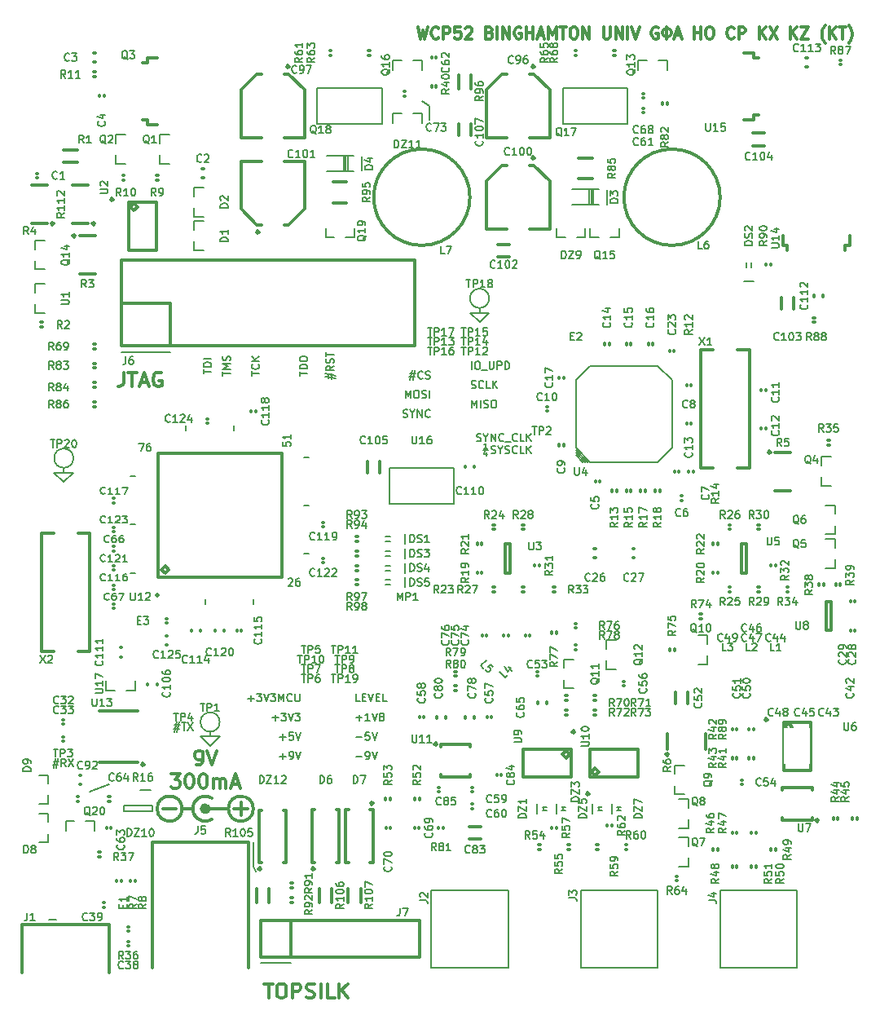
<source format=gto>
G04 #@! TF.FileFunction,Legend,Top*
%FSLAX46Y46*%
G04 Gerber Fmt 4.6, Leading zero omitted, Abs format (unit mm)*
G04 Created by KiCad (PCBNEW (2015-03-09 BZR 5487)-product) date Tue 10 Mar 2015 02:29:01 PM EDT*
%MOMM*%
G01*
G04 APERTURE LIST*
%ADD10C,0.100000*%
%ADD11C,0.300000*%
%ADD12C,0.200000*%
%ADD13C,0.150000*%
%ADD14C,0.350000*%
%ADD15C,0.600000*%
%ADD16C,1.200000*%
%ADD17R,4.500000X2.000000*%
%ADD18O,5.000000X2.000000*%
%ADD19R,1.300000X0.900000*%
%ADD20R,1.300000X0.800000*%
%ADD21R,0.300000X0.900000*%
%ADD22R,0.900000X0.300000*%
%ADD23R,5.900000X5.900000*%
%ADD24O,1.550000X0.600000*%
%ADD25O,1.550000X0.550000*%
%ADD26R,1.000000X0.850000*%
%ADD27R,0.900000X0.950000*%
%ADD28R,1.450000X2.450000*%
%ADD29R,6.950000X6.950000*%
%ADD30R,3.570000X1.000000*%
%ADD31R,3.800000X1.000000*%
%ADD32R,3.240000X1.000000*%
%ADD33R,1.000000X3.800000*%
%ADD34R,1.000000X3.570000*%
%ADD35R,1.000000X3.240000*%
%ADD36R,1.100000X2.700000*%
%ADD37R,1.800000X5.300000*%
%ADD38O,1.450000X0.450000*%
%ADD39R,1.900000X2.150000*%
%ADD40R,1.800000X1.050000*%
%ADD41O,1.550000X0.400000*%
%ADD42O,0.300000X1.500000*%
%ADD43O,1.500000X0.300000*%
%ADD44C,6.000000*%
%ADD45C,1.000000*%
%ADD46R,1.150000X1.450000*%
%ADD47R,0.950000X0.900000*%
%ADD48R,0.600000X0.650000*%
%ADD49R,0.650000X0.600000*%
%ADD50R,1.800000X1.200000*%
%ADD51R,1.450000X1.150000*%
%ADD52R,1.200000X1.800000*%
%ADD53R,1.600000X3.150000*%
%ADD54R,0.900000X1.200000*%
%ADD55R,0.300000X0.400000*%
%ADD56R,0.900000X1.300000*%
%ADD57R,0.800000X1.300000*%
%ADD58R,1.100000X1.300000*%
%ADD59R,1.450000X1.200000*%
%ADD60R,1.200000X1.450000*%
%ADD61R,0.400000X1.350000*%
%ADD62O,1.550000X1.550000*%
%ADD63O,1.250000X1.250000*%
%ADD64R,0.650000X0.700000*%
%ADD65C,2.000000*%
%ADD66R,2.450000X1.450000*%
%ADD67R,1.100000X2.100000*%
%ADD68R,3.500000X2.100000*%
%ADD69R,1.050000X1.800000*%
%ADD70R,1.100000X0.600000*%
%ADD71R,2.750000X3.800000*%
%ADD72O,0.600000X1.550000*%
%ADD73C,2.400000*%
%ADD74R,1.524000X2.286000*%
%ADD75O,1.524000X2.286000*%
%ADD76R,0.950000X1.000000*%
%ADD77R,1.500000X2.300000*%
%ADD78R,1.550000X2.400000*%
%ADD79R,0.800100X0.899160*%
%ADD80R,0.950000X0.550000*%
%ADD81R,0.550000X0.950000*%
%ADD82R,0.850000X1.000000*%
%ADD83R,0.899160X0.800100*%
G04 APERTURE END LIST*
D10*
D11*
X106642857Y-125678571D02*
X107500000Y-125678571D01*
X107071429Y-127178571D02*
X107071429Y-125678571D01*
X108285714Y-125678571D02*
X108571428Y-125678571D01*
X108714286Y-125750000D01*
X108857143Y-125892857D01*
X108928571Y-126178571D01*
X108928571Y-126678571D01*
X108857143Y-126964286D01*
X108714286Y-127107143D01*
X108571428Y-127178571D01*
X108285714Y-127178571D01*
X108142857Y-127107143D01*
X108000000Y-126964286D01*
X107928571Y-126678571D01*
X107928571Y-126178571D01*
X108000000Y-125892857D01*
X108142857Y-125750000D01*
X108285714Y-125678571D01*
X109571429Y-127178571D02*
X109571429Y-125678571D01*
X110142857Y-125678571D01*
X110285715Y-125750000D01*
X110357143Y-125821429D01*
X110428572Y-125964286D01*
X110428572Y-126178571D01*
X110357143Y-126321429D01*
X110285715Y-126392857D01*
X110142857Y-126464286D01*
X109571429Y-126464286D01*
X111000000Y-127107143D02*
X111214286Y-127178571D01*
X111571429Y-127178571D01*
X111714286Y-127107143D01*
X111785715Y-127035714D01*
X111857143Y-126892857D01*
X111857143Y-126750000D01*
X111785715Y-126607143D01*
X111714286Y-126535714D01*
X111571429Y-126464286D01*
X111285715Y-126392857D01*
X111142857Y-126321429D01*
X111071429Y-126250000D01*
X111000000Y-126107143D01*
X111000000Y-125964286D01*
X111071429Y-125821429D01*
X111142857Y-125750000D01*
X111285715Y-125678571D01*
X111642857Y-125678571D01*
X111857143Y-125750000D01*
X112500000Y-127178571D02*
X112500000Y-125678571D01*
X113928572Y-127178571D02*
X113214286Y-127178571D01*
X113214286Y-125678571D01*
X114428572Y-127178571D02*
X114428572Y-125678571D01*
X115285715Y-127178571D02*
X114642858Y-126321429D01*
X115285715Y-125678571D02*
X114428572Y-126535714D01*
D12*
X85800000Y-73600000D02*
X86800000Y-72600000D01*
X84800000Y-72600000D02*
X85800000Y-73600000D01*
X86800000Y-72600000D02*
X85800000Y-72600000D01*
X86800000Y-71100000D02*
G75*
G03X86800000Y-71100000I-1000000J0D01*
G01*
X85800000Y-72100000D02*
X85800000Y-72600000D01*
X85800000Y-72600000D02*
X84800000Y-72600000D01*
X102000000Y-98500000D02*
G75*
G03X102000000Y-98500000I-1000000J0D01*
G01*
X101000000Y-99500000D02*
X101000000Y-100000000D01*
X101000000Y-100000000D02*
X100000000Y-100000000D01*
X100000000Y-100000000D02*
X101000000Y-101000000D01*
X101000000Y-101000000D02*
X102000000Y-100000000D01*
X102000000Y-100000000D02*
X101000000Y-100000000D01*
X93250000Y-83000000D02*
X92750000Y-83000000D01*
X93250000Y-78000000D02*
X92750000Y-78000000D01*
X93250000Y-73000000D02*
X92750000Y-73000000D01*
X98500000Y-68250000D02*
X98500000Y-67750000D01*
X103500000Y-68250000D02*
X103500000Y-67750000D01*
X110750000Y-71000000D02*
X111250000Y-71000000D01*
X110750000Y-76000000D02*
X111250000Y-76000000D01*
X110750000Y-81000000D02*
X111250000Y-81000000D01*
X105500000Y-85750000D02*
X105500000Y-86250000D01*
X100500000Y-85750000D02*
X100500000Y-86250000D01*
D13*
X93602381Y-69561905D02*
X94135714Y-69561905D01*
X93792857Y-70361905D01*
X94783333Y-69561905D02*
X94630952Y-69561905D01*
X94554762Y-69600000D01*
X94516667Y-69638095D01*
X94440476Y-69752381D01*
X94402381Y-69904762D01*
X94402381Y-70209524D01*
X94440476Y-70285714D01*
X94478571Y-70323810D01*
X94554762Y-70361905D01*
X94707143Y-70361905D01*
X94783333Y-70323810D01*
X94821429Y-70285714D01*
X94859524Y-70209524D01*
X94859524Y-70019048D01*
X94821429Y-69942857D01*
X94783333Y-69904762D01*
X94707143Y-69866667D01*
X94554762Y-69866667D01*
X94478571Y-69904762D01*
X94440476Y-69942857D01*
X94402381Y-70019048D01*
X108561905Y-69440476D02*
X108561905Y-69821429D01*
X108942857Y-69859524D01*
X108904762Y-69821429D01*
X108866667Y-69745238D01*
X108866667Y-69554762D01*
X108904762Y-69478572D01*
X108942857Y-69440476D01*
X109019048Y-69402381D01*
X109209524Y-69402381D01*
X109285714Y-69440476D01*
X109323810Y-69478572D01*
X109361905Y-69554762D01*
X109361905Y-69745238D01*
X109323810Y-69821429D01*
X109285714Y-69859524D01*
X109361905Y-68640476D02*
X109361905Y-69097619D01*
X109361905Y-68869048D02*
X108561905Y-68869048D01*
X108676190Y-68945238D01*
X108752381Y-69021429D01*
X108790476Y-69097619D01*
X109140476Y-83638095D02*
X109178571Y-83600000D01*
X109254762Y-83561905D01*
X109445238Y-83561905D01*
X109521428Y-83600000D01*
X109559524Y-83638095D01*
X109597619Y-83714286D01*
X109597619Y-83790476D01*
X109559524Y-83904762D01*
X109102381Y-84361905D01*
X109597619Y-84361905D01*
X110283333Y-83561905D02*
X110130952Y-83561905D01*
X110054762Y-83600000D01*
X110016667Y-83638095D01*
X109940476Y-83752381D01*
X109902381Y-83904762D01*
X109902381Y-84209524D01*
X109940476Y-84285714D01*
X109978571Y-84323810D01*
X110054762Y-84361905D01*
X110207143Y-84361905D01*
X110283333Y-84323810D01*
X110321429Y-84285714D01*
X110359524Y-84209524D01*
X110359524Y-84019048D01*
X110321429Y-83942857D01*
X110283333Y-83904762D01*
X110207143Y-83866667D01*
X110054762Y-83866667D01*
X109978571Y-83904762D01*
X109940476Y-83942857D01*
X109902381Y-84019048D01*
X113328571Y-62833333D02*
X113328571Y-62261904D01*
X112985714Y-62604762D02*
X114014286Y-62833333D01*
X113671429Y-62338095D02*
X113671429Y-62909524D01*
X114014286Y-62566666D02*
X112985714Y-62338095D01*
X113861905Y-61538095D02*
X113480952Y-61804762D01*
X113861905Y-61995238D02*
X113061905Y-61995238D01*
X113061905Y-61690476D01*
X113100000Y-61614285D01*
X113138095Y-61576190D01*
X113214286Y-61538095D01*
X113328571Y-61538095D01*
X113404762Y-61576190D01*
X113442857Y-61614285D01*
X113480952Y-61690476D01*
X113480952Y-61995238D01*
X113823810Y-61233333D02*
X113861905Y-61119047D01*
X113861905Y-60928571D01*
X113823810Y-60852381D01*
X113785714Y-60814285D01*
X113709524Y-60776190D01*
X113633333Y-60776190D01*
X113557143Y-60814285D01*
X113519048Y-60852381D01*
X113480952Y-60928571D01*
X113442857Y-61080952D01*
X113404762Y-61157143D01*
X113366667Y-61195238D01*
X113290476Y-61233333D01*
X113214286Y-61233333D01*
X113138095Y-61195238D01*
X113100000Y-61157143D01*
X113061905Y-61080952D01*
X113061905Y-60890476D01*
X113100000Y-60776190D01*
X113061905Y-60547619D02*
X113061905Y-60090476D01*
X113861905Y-60319047D02*
X113061905Y-60319047D01*
X110311905Y-62547619D02*
X110311905Y-62090476D01*
X111111905Y-62319047D02*
X110311905Y-62319047D01*
X111111905Y-61823809D02*
X110311905Y-61823809D01*
X110311905Y-61633333D01*
X110350000Y-61519047D01*
X110426190Y-61442856D01*
X110502381Y-61404761D01*
X110654762Y-61366666D01*
X110769048Y-61366666D01*
X110921429Y-61404761D01*
X110997619Y-61442856D01*
X111073810Y-61519047D01*
X111111905Y-61633333D01*
X111111905Y-61823809D01*
X110311905Y-60871428D02*
X110311905Y-60719047D01*
X110350000Y-60642856D01*
X110426190Y-60566666D01*
X110578571Y-60528571D01*
X110845238Y-60528571D01*
X110997619Y-60566666D01*
X111073810Y-60642856D01*
X111111905Y-60719047D01*
X111111905Y-60871428D01*
X111073810Y-60947618D01*
X110997619Y-61023809D01*
X110845238Y-61061904D01*
X110578571Y-61061904D01*
X110426190Y-61023809D01*
X110350000Y-60947618D01*
X110311905Y-60871428D01*
X105311905Y-62528572D02*
X105311905Y-62071429D01*
X106111905Y-62300000D02*
X105311905Y-62300000D01*
X106035714Y-61347619D02*
X106073810Y-61385714D01*
X106111905Y-61500000D01*
X106111905Y-61576190D01*
X106073810Y-61690476D01*
X105997619Y-61766667D01*
X105921429Y-61804762D01*
X105769048Y-61842857D01*
X105654762Y-61842857D01*
X105502381Y-61804762D01*
X105426190Y-61766667D01*
X105350000Y-61690476D01*
X105311905Y-61576190D01*
X105311905Y-61500000D01*
X105350000Y-61385714D01*
X105388095Y-61347619D01*
X106111905Y-61004762D02*
X105311905Y-61004762D01*
X106111905Y-60547619D02*
X105654762Y-60890476D01*
X105311905Y-60547619D02*
X105769048Y-61004762D01*
X102311905Y-62566667D02*
X102311905Y-62109524D01*
X103111905Y-62338095D02*
X102311905Y-62338095D01*
X103111905Y-61842857D02*
X102311905Y-61842857D01*
X102883333Y-61576190D01*
X102311905Y-61309523D01*
X103111905Y-61309523D01*
X103073810Y-60966666D02*
X103111905Y-60852380D01*
X103111905Y-60661904D01*
X103073810Y-60585714D01*
X103035714Y-60547618D01*
X102959524Y-60509523D01*
X102883333Y-60509523D01*
X102807143Y-60547618D01*
X102769048Y-60585714D01*
X102730952Y-60661904D01*
X102692857Y-60814285D01*
X102654762Y-60890476D01*
X102616667Y-60928571D01*
X102540476Y-60966666D01*
X102464286Y-60966666D01*
X102388095Y-60928571D01*
X102350000Y-60890476D01*
X102311905Y-60814285D01*
X102311905Y-60623809D01*
X102350000Y-60509523D01*
X100311905Y-62319048D02*
X100311905Y-61861905D01*
X101111905Y-62090476D02*
X100311905Y-62090476D01*
X101111905Y-61595238D02*
X100311905Y-61595238D01*
X100311905Y-61404762D01*
X100350000Y-61290476D01*
X100426190Y-61214285D01*
X100502381Y-61176190D01*
X100654762Y-61138095D01*
X100769048Y-61138095D01*
X100921429Y-61176190D01*
X100997619Y-61214285D01*
X101073810Y-61290476D01*
X101111905Y-61404762D01*
X101111905Y-61595238D01*
X101111905Y-60795238D02*
X100311905Y-60795238D01*
D11*
X92000000Y-62178571D02*
X92000000Y-63250000D01*
X91928572Y-63464286D01*
X91785715Y-63607143D01*
X91571429Y-63678571D01*
X91428572Y-63678571D01*
X92500000Y-62178571D02*
X93357143Y-62178571D01*
X92928572Y-63678571D02*
X92928572Y-62178571D01*
X93785714Y-63250000D02*
X94500000Y-63250000D01*
X93642857Y-63678571D02*
X94142857Y-62178571D01*
X94642857Y-63678571D01*
X95928571Y-62250000D02*
X95785714Y-62178571D01*
X95571428Y-62178571D01*
X95357143Y-62250000D01*
X95214285Y-62392857D01*
X95142857Y-62535714D01*
X95071428Y-62821429D01*
X95071428Y-63035714D01*
X95142857Y-63321429D01*
X95214285Y-63464286D01*
X95357143Y-63607143D01*
X95571428Y-63678571D01*
X95714285Y-63678571D01*
X95928571Y-63607143D01*
X96000000Y-63535714D01*
X96000000Y-63035714D01*
X95714285Y-63035714D01*
D12*
X123750000Y-34500000D02*
X123000000Y-34000000D01*
X123750000Y-36000000D02*
X123750000Y-34500000D01*
D11*
X122571425Y-26342857D02*
X122857139Y-27542857D01*
X123085710Y-26685714D01*
X123314282Y-27542857D01*
X123599996Y-26342857D01*
X124742854Y-27428571D02*
X124685711Y-27485714D01*
X124514282Y-27542857D01*
X124399996Y-27542857D01*
X124228568Y-27485714D01*
X124114282Y-27371429D01*
X124057139Y-27257143D01*
X123999996Y-27028571D01*
X123999996Y-26857143D01*
X124057139Y-26628571D01*
X124114282Y-26514286D01*
X124228568Y-26400000D01*
X124399996Y-26342857D01*
X124514282Y-26342857D01*
X124685711Y-26400000D01*
X124742854Y-26457143D01*
X125257139Y-27542857D02*
X125257139Y-26342857D01*
X125714282Y-26342857D01*
X125828568Y-26400000D01*
X125885711Y-26457143D01*
X125942854Y-26571429D01*
X125942854Y-26742857D01*
X125885711Y-26857143D01*
X125828568Y-26914286D01*
X125714282Y-26971429D01*
X125257139Y-26971429D01*
X127028568Y-26342857D02*
X126457139Y-26342857D01*
X126399996Y-26914286D01*
X126457139Y-26857143D01*
X126571425Y-26800000D01*
X126857139Y-26800000D01*
X126971425Y-26857143D01*
X127028568Y-26914286D01*
X127085711Y-27028571D01*
X127085711Y-27314286D01*
X127028568Y-27428571D01*
X126971425Y-27485714D01*
X126857139Y-27542857D01*
X126571425Y-27542857D01*
X126457139Y-27485714D01*
X126399996Y-27428571D01*
X127542853Y-26457143D02*
X127599996Y-26400000D01*
X127714282Y-26342857D01*
X127999996Y-26342857D01*
X128114282Y-26400000D01*
X128171425Y-26457143D01*
X128228568Y-26571429D01*
X128228568Y-26685714D01*
X128171425Y-26857143D01*
X127485711Y-27542857D01*
X128228568Y-27542857D01*
X130057139Y-26914286D02*
X130228568Y-26971429D01*
X130285711Y-27028571D01*
X130342854Y-27142857D01*
X130342854Y-27314286D01*
X130285711Y-27428571D01*
X130228568Y-27485714D01*
X130114282Y-27542857D01*
X129657139Y-27542857D01*
X129657139Y-26342857D01*
X130057139Y-26342857D01*
X130171425Y-26400000D01*
X130228568Y-26457143D01*
X130285711Y-26571429D01*
X130285711Y-26685714D01*
X130228568Y-26800000D01*
X130171425Y-26857143D01*
X130057139Y-26914286D01*
X129657139Y-26914286D01*
X130857139Y-27542857D02*
X130857139Y-26342857D01*
X131428568Y-27542857D02*
X131428568Y-26342857D01*
X132114283Y-27542857D01*
X132114283Y-26342857D01*
X133314283Y-26400000D02*
X133199997Y-26342857D01*
X133028568Y-26342857D01*
X132857140Y-26400000D01*
X132742854Y-26514286D01*
X132685711Y-26628571D01*
X132628568Y-26857143D01*
X132628568Y-27028571D01*
X132685711Y-27257143D01*
X132742854Y-27371429D01*
X132857140Y-27485714D01*
X133028568Y-27542857D01*
X133142854Y-27542857D01*
X133314283Y-27485714D01*
X133371426Y-27428571D01*
X133371426Y-27028571D01*
X133142854Y-27028571D01*
X133885711Y-27542857D02*
X133885711Y-26342857D01*
X133885711Y-26914286D02*
X134571426Y-26914286D01*
X134571426Y-27542857D02*
X134571426Y-26342857D01*
X135085711Y-27200000D02*
X135657140Y-27200000D01*
X134971426Y-27542857D02*
X135371426Y-26342857D01*
X135771426Y-27542857D01*
X136171425Y-27542857D02*
X136171425Y-26342857D01*
X136571425Y-27200000D01*
X136971425Y-26342857D01*
X136971425Y-27542857D01*
X137371426Y-26342857D02*
X138057140Y-26342857D01*
X137714283Y-27542857D02*
X137714283Y-26342857D01*
X138685712Y-26342857D02*
X138914283Y-26342857D01*
X139028569Y-26400000D01*
X139142855Y-26514286D01*
X139199997Y-26742857D01*
X139199997Y-27142857D01*
X139142855Y-27371429D01*
X139028569Y-27485714D01*
X138914283Y-27542857D01*
X138685712Y-27542857D01*
X138571426Y-27485714D01*
X138457140Y-27371429D01*
X138399997Y-27142857D01*
X138399997Y-26742857D01*
X138457140Y-26514286D01*
X138571426Y-26400000D01*
X138685712Y-26342857D01*
X139714283Y-27542857D02*
X139714283Y-26342857D01*
X140399998Y-27542857D01*
X140399998Y-26342857D01*
X141885712Y-26342857D02*
X141885712Y-27314286D01*
X141942855Y-27428571D01*
X141999998Y-27485714D01*
X142114284Y-27542857D01*
X142342855Y-27542857D01*
X142457141Y-27485714D01*
X142514284Y-27428571D01*
X142571427Y-27314286D01*
X142571427Y-26342857D01*
X143142855Y-27542857D02*
X143142855Y-26342857D01*
X143828570Y-27542857D01*
X143828570Y-26342857D01*
X144399998Y-27542857D02*
X144399998Y-26342857D01*
X144799999Y-26342857D02*
X145199999Y-27542857D01*
X145599999Y-26342857D01*
X147542856Y-26400000D02*
X147428570Y-26342857D01*
X147257141Y-26342857D01*
X147085713Y-26400000D01*
X146971427Y-26514286D01*
X146914284Y-26628571D01*
X146857141Y-26857143D01*
X146857141Y-27028571D01*
X146914284Y-27257143D01*
X146971427Y-27371429D01*
X147085713Y-27485714D01*
X147257141Y-27542857D01*
X147371427Y-27542857D01*
X147542856Y-27485714D01*
X147599999Y-27428571D01*
X147599999Y-27028571D01*
X147371427Y-27028571D01*
X148457141Y-27542857D02*
X148457141Y-26342857D01*
X148342856Y-26514286D02*
X148571427Y-26514286D01*
X148742856Y-26571429D01*
X148857141Y-26685714D01*
X148914284Y-26800000D01*
X148914284Y-27028571D01*
X148857141Y-27142857D01*
X148742856Y-27257143D01*
X148571427Y-27314286D01*
X148342856Y-27314286D01*
X148171427Y-27257143D01*
X148057141Y-27142857D01*
X147999999Y-27028571D01*
X147999999Y-26800000D01*
X148057141Y-26685714D01*
X148171427Y-26571429D01*
X148342856Y-26514286D01*
X149314284Y-27200000D02*
X149885713Y-27200000D01*
X149199999Y-27542857D02*
X149599999Y-26342857D01*
X149999999Y-27542857D01*
X151314284Y-27542857D02*
X151314284Y-26342857D01*
X151314284Y-26914286D02*
X151999999Y-26914286D01*
X151999999Y-27542857D02*
X151999999Y-26342857D01*
X152799999Y-26342857D02*
X153028570Y-26342857D01*
X153142856Y-26400000D01*
X153257142Y-26514286D01*
X153314284Y-26742857D01*
X153314284Y-27142857D01*
X153257142Y-27371429D01*
X153142856Y-27485714D01*
X153028570Y-27542857D01*
X152799999Y-27542857D01*
X152685713Y-27485714D01*
X152571427Y-27371429D01*
X152514284Y-27142857D01*
X152514284Y-26742857D01*
X152571427Y-26514286D01*
X152685713Y-26400000D01*
X152799999Y-26342857D01*
X155428571Y-27428571D02*
X155371428Y-27485714D01*
X155199999Y-27542857D01*
X155085713Y-27542857D01*
X154914285Y-27485714D01*
X154799999Y-27371429D01*
X154742856Y-27257143D01*
X154685713Y-27028571D01*
X154685713Y-26857143D01*
X154742856Y-26628571D01*
X154799999Y-26514286D01*
X154914285Y-26400000D01*
X155085713Y-26342857D01*
X155199999Y-26342857D01*
X155371428Y-26400000D01*
X155428571Y-26457143D01*
X155942856Y-27542857D02*
X155942856Y-26342857D01*
X156399999Y-26342857D01*
X156514285Y-26400000D01*
X156571428Y-26457143D01*
X156628571Y-26571429D01*
X156628571Y-26742857D01*
X156571428Y-26857143D01*
X156514285Y-26914286D01*
X156399999Y-26971429D01*
X155942856Y-26971429D01*
X158057142Y-27542857D02*
X158057142Y-26342857D01*
X158742857Y-27542857D02*
X158228571Y-26857143D01*
X158742857Y-26342857D02*
X158057142Y-27028571D01*
X159142857Y-26342857D02*
X159942857Y-27542857D01*
X159942857Y-26342857D02*
X159142857Y-27542857D01*
X161314285Y-27542857D02*
X161314285Y-26342857D01*
X162000000Y-27542857D02*
X161485714Y-26857143D01*
X162000000Y-26342857D02*
X161314285Y-27028571D01*
X162400000Y-26342857D02*
X163200000Y-26342857D01*
X162400000Y-27542857D01*
X163200000Y-27542857D01*
X164914285Y-28000000D02*
X164857143Y-27942857D01*
X164742857Y-27771429D01*
X164685714Y-27657143D01*
X164628571Y-27485714D01*
X164571428Y-27200000D01*
X164571428Y-26971429D01*
X164628571Y-26685714D01*
X164685714Y-26514286D01*
X164742857Y-26400000D01*
X164857143Y-26228571D01*
X164914285Y-26171429D01*
X165371428Y-27542857D02*
X165371428Y-26342857D01*
X166057143Y-27542857D02*
X165542857Y-26857143D01*
X166057143Y-26342857D02*
X165371428Y-27028571D01*
X166400000Y-26342857D02*
X167085714Y-26342857D01*
X166742857Y-27542857D02*
X166742857Y-26342857D01*
X167371429Y-28000000D02*
X167428571Y-27942857D01*
X167542857Y-27771429D01*
X167600000Y-27657143D01*
X167657143Y-27485714D01*
X167714286Y-27200000D01*
X167714286Y-26971429D01*
X167657143Y-26685714D01*
X167600000Y-26514286D01*
X167542857Y-26400000D01*
X167428571Y-26228571D01*
X167371429Y-26171429D01*
D13*
X104938095Y-96057143D02*
X105547619Y-96057143D01*
X105242857Y-96361905D02*
X105242857Y-95752381D01*
X105852381Y-95561905D02*
X106347619Y-95561905D01*
X106080952Y-95866667D01*
X106195238Y-95866667D01*
X106271428Y-95904762D01*
X106309524Y-95942857D01*
X106347619Y-96019048D01*
X106347619Y-96209524D01*
X106309524Y-96285714D01*
X106271428Y-96323810D01*
X106195238Y-96361905D01*
X105966666Y-96361905D01*
X105890476Y-96323810D01*
X105852381Y-96285714D01*
X106576190Y-95561905D02*
X106842857Y-96361905D01*
X107109524Y-95561905D01*
X107300000Y-95561905D02*
X107795238Y-95561905D01*
X107528571Y-95866667D01*
X107642857Y-95866667D01*
X107719047Y-95904762D01*
X107757143Y-95942857D01*
X107795238Y-96019048D01*
X107795238Y-96209524D01*
X107757143Y-96285714D01*
X107719047Y-96323810D01*
X107642857Y-96361905D01*
X107414285Y-96361905D01*
X107338095Y-96323810D01*
X107300000Y-96285714D01*
X108138095Y-96361905D02*
X108138095Y-95561905D01*
X108404762Y-96133333D01*
X108671429Y-95561905D01*
X108671429Y-96361905D01*
X109509524Y-96285714D02*
X109471429Y-96323810D01*
X109357143Y-96361905D01*
X109280953Y-96361905D01*
X109166667Y-96323810D01*
X109090476Y-96247619D01*
X109052381Y-96171429D01*
X109014286Y-96019048D01*
X109014286Y-95904762D01*
X109052381Y-95752381D01*
X109090476Y-95676190D01*
X109166667Y-95600000D01*
X109280953Y-95561905D01*
X109357143Y-95561905D01*
X109471429Y-95600000D01*
X109509524Y-95638095D01*
X109852381Y-95561905D02*
X109852381Y-96209524D01*
X109890476Y-96285714D01*
X109928572Y-96323810D01*
X110004762Y-96361905D01*
X110157143Y-96361905D01*
X110233334Y-96323810D01*
X110271429Y-96285714D01*
X110309524Y-96209524D01*
X110309524Y-95561905D01*
D12*
X130000000Y-56000000D02*
X129000000Y-56000000D01*
X129000000Y-57000000D02*
X130000000Y-56000000D01*
X128000000Y-56000000D02*
X129000000Y-57000000D01*
X129000000Y-56000000D02*
X128000000Y-56000000D01*
X129000000Y-55500000D02*
X129000000Y-56000000D01*
D13*
X129357143Y-70230952D02*
X129890476Y-70230952D01*
X129776191Y-70116667D02*
X129471429Y-70116667D01*
X129471429Y-69697619D02*
X129547619Y-69659524D01*
X129623810Y-69583333D01*
X129623810Y-70116667D01*
X129738095Y-70535714D02*
X129738095Y-70840476D01*
X129585714Y-70307143D02*
X129471429Y-70688095D01*
X129814286Y-70688095D01*
X130195238Y-70573810D02*
X130309524Y-70611905D01*
X130500000Y-70611905D01*
X130576190Y-70573810D01*
X130614286Y-70535714D01*
X130652381Y-70459524D01*
X130652381Y-70383333D01*
X130614286Y-70307143D01*
X130576190Y-70269048D01*
X130500000Y-70230952D01*
X130347619Y-70192857D01*
X130271428Y-70154762D01*
X130233333Y-70116667D01*
X130195238Y-70040476D01*
X130195238Y-69964286D01*
X130233333Y-69888095D01*
X130271428Y-69850000D01*
X130347619Y-69811905D01*
X130538095Y-69811905D01*
X130652381Y-69850000D01*
X131147619Y-70230952D02*
X131147619Y-70611905D01*
X130880952Y-69811905D02*
X131147619Y-70230952D01*
X131414286Y-69811905D01*
X131642857Y-70573810D02*
X131757143Y-70611905D01*
X131947619Y-70611905D01*
X132023809Y-70573810D01*
X132061905Y-70535714D01*
X132100000Y-70459524D01*
X132100000Y-70383333D01*
X132061905Y-70307143D01*
X132023809Y-70269048D01*
X131947619Y-70230952D01*
X131795238Y-70192857D01*
X131719047Y-70154762D01*
X131680952Y-70116667D01*
X131642857Y-70040476D01*
X131642857Y-69964286D01*
X131680952Y-69888095D01*
X131719047Y-69850000D01*
X131795238Y-69811905D01*
X131985714Y-69811905D01*
X132100000Y-69850000D01*
X132900000Y-70535714D02*
X132861905Y-70573810D01*
X132747619Y-70611905D01*
X132671429Y-70611905D01*
X132557143Y-70573810D01*
X132480952Y-70497619D01*
X132442857Y-70421429D01*
X132404762Y-70269048D01*
X132404762Y-70154762D01*
X132442857Y-70002381D01*
X132480952Y-69926190D01*
X132557143Y-69850000D01*
X132671429Y-69811905D01*
X132747619Y-69811905D01*
X132861905Y-69850000D01*
X132900000Y-69888095D01*
X133623810Y-70611905D02*
X133242857Y-70611905D01*
X133242857Y-69811905D01*
X133890476Y-70611905D02*
X133890476Y-69811905D01*
X134347619Y-70611905D02*
X134004762Y-70154762D01*
X134347619Y-69811905D02*
X133890476Y-70269048D01*
X128709524Y-69323810D02*
X128823810Y-69361905D01*
X129014286Y-69361905D01*
X129090476Y-69323810D01*
X129128572Y-69285714D01*
X129166667Y-69209524D01*
X129166667Y-69133333D01*
X129128572Y-69057143D01*
X129090476Y-69019048D01*
X129014286Y-68980952D01*
X128861905Y-68942857D01*
X128785714Y-68904762D01*
X128747619Y-68866667D01*
X128709524Y-68790476D01*
X128709524Y-68714286D01*
X128747619Y-68638095D01*
X128785714Y-68600000D01*
X128861905Y-68561905D01*
X129052381Y-68561905D01*
X129166667Y-68600000D01*
X129661905Y-68980952D02*
X129661905Y-69361905D01*
X129395238Y-68561905D02*
X129661905Y-68980952D01*
X129928572Y-68561905D01*
X130195238Y-69361905D02*
X130195238Y-68561905D01*
X130652381Y-69361905D01*
X130652381Y-68561905D01*
X131490476Y-69285714D02*
X131452381Y-69323810D01*
X131338095Y-69361905D01*
X131261905Y-69361905D01*
X131147619Y-69323810D01*
X131071428Y-69247619D01*
X131033333Y-69171429D01*
X130995238Y-69019048D01*
X130995238Y-68904762D01*
X131033333Y-68752381D01*
X131071428Y-68676190D01*
X131147619Y-68600000D01*
X131261905Y-68561905D01*
X131338095Y-68561905D01*
X131452381Y-68600000D01*
X131490476Y-68638095D01*
X131642857Y-69438095D02*
X132252381Y-69438095D01*
X132900000Y-69285714D02*
X132861905Y-69323810D01*
X132747619Y-69361905D01*
X132671429Y-69361905D01*
X132557143Y-69323810D01*
X132480952Y-69247619D01*
X132442857Y-69171429D01*
X132404762Y-69019048D01*
X132404762Y-68904762D01*
X132442857Y-68752381D01*
X132480952Y-68676190D01*
X132557143Y-68600000D01*
X132671429Y-68561905D01*
X132747619Y-68561905D01*
X132861905Y-68600000D01*
X132900000Y-68638095D01*
X133623810Y-69361905D02*
X133242857Y-69361905D01*
X133242857Y-68561905D01*
X133890476Y-69361905D02*
X133890476Y-68561905D01*
X134347619Y-69361905D02*
X134004762Y-68904762D01*
X134347619Y-68561905D02*
X133890476Y-69019048D01*
X128190476Y-65861905D02*
X128190476Y-65061905D01*
X128457143Y-65633333D01*
X128723810Y-65061905D01*
X128723810Y-65861905D01*
X129104762Y-65861905D02*
X129104762Y-65061905D01*
X129447619Y-65823810D02*
X129561905Y-65861905D01*
X129752381Y-65861905D01*
X129828571Y-65823810D01*
X129866667Y-65785714D01*
X129904762Y-65709524D01*
X129904762Y-65633333D01*
X129866667Y-65557143D01*
X129828571Y-65519048D01*
X129752381Y-65480952D01*
X129600000Y-65442857D01*
X129523809Y-65404762D01*
X129485714Y-65366667D01*
X129447619Y-65290476D01*
X129447619Y-65214286D01*
X129485714Y-65138095D01*
X129523809Y-65100000D01*
X129600000Y-65061905D01*
X129790476Y-65061905D01*
X129904762Y-65100000D01*
X130400000Y-65061905D02*
X130552381Y-65061905D01*
X130628572Y-65100000D01*
X130704762Y-65176190D01*
X130742857Y-65328571D01*
X130742857Y-65595238D01*
X130704762Y-65747619D01*
X130628572Y-65823810D01*
X130552381Y-65861905D01*
X130400000Y-65861905D01*
X130323810Y-65823810D01*
X130247619Y-65747619D01*
X130209524Y-65595238D01*
X130209524Y-65328571D01*
X130247619Y-65176190D01*
X130323810Y-65100000D01*
X130400000Y-65061905D01*
X128152381Y-63823810D02*
X128266667Y-63861905D01*
X128457143Y-63861905D01*
X128533333Y-63823810D01*
X128571429Y-63785714D01*
X128609524Y-63709524D01*
X128609524Y-63633333D01*
X128571429Y-63557143D01*
X128533333Y-63519048D01*
X128457143Y-63480952D01*
X128304762Y-63442857D01*
X128228571Y-63404762D01*
X128190476Y-63366667D01*
X128152381Y-63290476D01*
X128152381Y-63214286D01*
X128190476Y-63138095D01*
X128228571Y-63100000D01*
X128304762Y-63061905D01*
X128495238Y-63061905D01*
X128609524Y-63100000D01*
X129409524Y-63785714D02*
X129371429Y-63823810D01*
X129257143Y-63861905D01*
X129180953Y-63861905D01*
X129066667Y-63823810D01*
X128990476Y-63747619D01*
X128952381Y-63671429D01*
X128914286Y-63519048D01*
X128914286Y-63404762D01*
X128952381Y-63252381D01*
X128990476Y-63176190D01*
X129066667Y-63100000D01*
X129180953Y-63061905D01*
X129257143Y-63061905D01*
X129371429Y-63100000D01*
X129409524Y-63138095D01*
X130133334Y-63861905D02*
X129752381Y-63861905D01*
X129752381Y-63061905D01*
X130400000Y-63861905D02*
X130400000Y-63061905D01*
X130857143Y-63861905D02*
X130514286Y-63404762D01*
X130857143Y-63061905D02*
X130400000Y-63519048D01*
X128190476Y-61861905D02*
X128190476Y-61061905D01*
X128723809Y-61061905D02*
X128876190Y-61061905D01*
X128952381Y-61100000D01*
X129028571Y-61176190D01*
X129066666Y-61328571D01*
X129066666Y-61595238D01*
X129028571Y-61747619D01*
X128952381Y-61823810D01*
X128876190Y-61861905D01*
X128723809Y-61861905D01*
X128647619Y-61823810D01*
X128571428Y-61747619D01*
X128533333Y-61595238D01*
X128533333Y-61328571D01*
X128571428Y-61176190D01*
X128647619Y-61100000D01*
X128723809Y-61061905D01*
X129219047Y-61938095D02*
X129828571Y-61938095D01*
X130019047Y-61061905D02*
X130019047Y-61709524D01*
X130057142Y-61785714D01*
X130095238Y-61823810D01*
X130171428Y-61861905D01*
X130323809Y-61861905D01*
X130400000Y-61823810D01*
X130438095Y-61785714D01*
X130476190Y-61709524D01*
X130476190Y-61061905D01*
X130857142Y-61861905D02*
X130857142Y-61061905D01*
X131161904Y-61061905D01*
X131238095Y-61100000D01*
X131276190Y-61138095D01*
X131314285Y-61214286D01*
X131314285Y-61328571D01*
X131276190Y-61404762D01*
X131238095Y-61442857D01*
X131161904Y-61480952D01*
X130857142Y-61480952D01*
X131657142Y-61861905D02*
X131657142Y-61061905D01*
X131847618Y-61061905D01*
X131961904Y-61100000D01*
X132038095Y-61176190D01*
X132076190Y-61252381D01*
X132114285Y-61404762D01*
X132114285Y-61519048D01*
X132076190Y-61671429D01*
X132038095Y-61747619D01*
X131961904Y-61823810D01*
X131847618Y-61861905D01*
X131657142Y-61861905D01*
X121066667Y-66823810D02*
X121180953Y-66861905D01*
X121371429Y-66861905D01*
X121447619Y-66823810D01*
X121485715Y-66785714D01*
X121523810Y-66709524D01*
X121523810Y-66633333D01*
X121485715Y-66557143D01*
X121447619Y-66519048D01*
X121371429Y-66480952D01*
X121219048Y-66442857D01*
X121142857Y-66404762D01*
X121104762Y-66366667D01*
X121066667Y-66290476D01*
X121066667Y-66214286D01*
X121104762Y-66138095D01*
X121142857Y-66100000D01*
X121219048Y-66061905D01*
X121409524Y-66061905D01*
X121523810Y-66100000D01*
X122019048Y-66480952D02*
X122019048Y-66861905D01*
X121752381Y-66061905D02*
X122019048Y-66480952D01*
X122285715Y-66061905D01*
X122552381Y-66861905D02*
X122552381Y-66061905D01*
X123009524Y-66861905D01*
X123009524Y-66061905D01*
X123847619Y-66785714D02*
X123809524Y-66823810D01*
X123695238Y-66861905D01*
X123619048Y-66861905D01*
X123504762Y-66823810D01*
X123428571Y-66747619D01*
X123390476Y-66671429D01*
X123352381Y-66519048D01*
X123352381Y-66404762D01*
X123390476Y-66252381D01*
X123428571Y-66176190D01*
X123504762Y-66100000D01*
X123619048Y-66061905D01*
X123695238Y-66061905D01*
X123809524Y-66100000D01*
X123847619Y-66138095D01*
X121295238Y-64861905D02*
X121295238Y-64061905D01*
X121561905Y-64633333D01*
X121828572Y-64061905D01*
X121828572Y-64861905D01*
X122361905Y-64061905D02*
X122514286Y-64061905D01*
X122590477Y-64100000D01*
X122666667Y-64176190D01*
X122704762Y-64328571D01*
X122704762Y-64595238D01*
X122666667Y-64747619D01*
X122590477Y-64823810D01*
X122514286Y-64861905D01*
X122361905Y-64861905D01*
X122285715Y-64823810D01*
X122209524Y-64747619D01*
X122171429Y-64595238D01*
X122171429Y-64328571D01*
X122209524Y-64176190D01*
X122285715Y-64100000D01*
X122361905Y-64061905D01*
X123009524Y-64823810D02*
X123123810Y-64861905D01*
X123314286Y-64861905D01*
X123390476Y-64823810D01*
X123428572Y-64785714D01*
X123466667Y-64709524D01*
X123466667Y-64633333D01*
X123428572Y-64557143D01*
X123390476Y-64519048D01*
X123314286Y-64480952D01*
X123161905Y-64442857D01*
X123085714Y-64404762D01*
X123047619Y-64366667D01*
X123009524Y-64290476D01*
X123009524Y-64214286D01*
X123047619Y-64138095D01*
X123085714Y-64100000D01*
X123161905Y-64061905D01*
X123352381Y-64061905D01*
X123466667Y-64100000D01*
X123809524Y-64861905D02*
X123809524Y-64061905D01*
X121790476Y-62328571D02*
X122361905Y-62328571D01*
X122019047Y-61985714D02*
X121790476Y-63014286D01*
X122285714Y-62671429D02*
X121714285Y-62671429D01*
X122057143Y-63014286D02*
X122285714Y-61985714D01*
X123085714Y-62785714D02*
X123047619Y-62823810D01*
X122933333Y-62861905D01*
X122857143Y-62861905D01*
X122742857Y-62823810D01*
X122666666Y-62747619D01*
X122628571Y-62671429D01*
X122590476Y-62519048D01*
X122590476Y-62404762D01*
X122628571Y-62252381D01*
X122666666Y-62176190D01*
X122742857Y-62100000D01*
X122857143Y-62061905D01*
X122933333Y-62061905D01*
X123047619Y-62100000D01*
X123085714Y-62138095D01*
X123390476Y-62823810D02*
X123504762Y-62861905D01*
X123695238Y-62861905D01*
X123771428Y-62823810D01*
X123809524Y-62785714D01*
X123847619Y-62709524D01*
X123847619Y-62633333D01*
X123809524Y-62557143D01*
X123771428Y-62519048D01*
X123695238Y-62480952D01*
X123542857Y-62442857D01*
X123466666Y-62404762D01*
X123428571Y-62366667D01*
X123390476Y-62290476D01*
X123390476Y-62214286D01*
X123428571Y-62138095D01*
X123466666Y-62100000D01*
X123542857Y-62061905D01*
X123733333Y-62061905D01*
X123847619Y-62100000D01*
X116571429Y-96361905D02*
X116190476Y-96361905D01*
X116190476Y-95561905D01*
X116838095Y-95942857D02*
X117104762Y-95942857D01*
X117219048Y-96361905D02*
X116838095Y-96361905D01*
X116838095Y-95561905D01*
X117219048Y-95561905D01*
X117447619Y-95561905D02*
X117714286Y-96361905D01*
X117980953Y-95561905D01*
X118247619Y-95942857D02*
X118514286Y-95942857D01*
X118628572Y-96361905D02*
X118247619Y-96361905D01*
X118247619Y-95561905D01*
X118628572Y-95561905D01*
X119352382Y-96361905D02*
X118971429Y-96361905D01*
X118971429Y-95561905D01*
X116190476Y-98057143D02*
X116800000Y-98057143D01*
X116495238Y-98361905D02*
X116495238Y-97752381D01*
X117600000Y-98361905D02*
X117142857Y-98361905D01*
X117371428Y-98361905D02*
X117371428Y-97561905D01*
X117295238Y-97676190D01*
X117219047Y-97752381D01*
X117142857Y-97790476D01*
X117828571Y-97561905D02*
X118095238Y-98361905D01*
X118361905Y-97561905D01*
X118742857Y-97904762D02*
X118666666Y-97866667D01*
X118628571Y-97828571D01*
X118590476Y-97752381D01*
X118590476Y-97714286D01*
X118628571Y-97638095D01*
X118666666Y-97600000D01*
X118742857Y-97561905D01*
X118895238Y-97561905D01*
X118971428Y-97600000D01*
X119009524Y-97638095D01*
X119047619Y-97714286D01*
X119047619Y-97752381D01*
X119009524Y-97828571D01*
X118971428Y-97866667D01*
X118895238Y-97904762D01*
X118742857Y-97904762D01*
X118666666Y-97942857D01*
X118628571Y-97980952D01*
X118590476Y-98057143D01*
X118590476Y-98209524D01*
X118628571Y-98285714D01*
X118666666Y-98323810D01*
X118742857Y-98361905D01*
X118895238Y-98361905D01*
X118971428Y-98323810D01*
X119009524Y-98285714D01*
X119047619Y-98209524D01*
X119047619Y-98057143D01*
X119009524Y-97980952D01*
X118971428Y-97942857D01*
X118895238Y-97904762D01*
X116190476Y-100057143D02*
X116800000Y-100057143D01*
X117561905Y-99561905D02*
X117180952Y-99561905D01*
X117142857Y-99942857D01*
X117180952Y-99904762D01*
X117257143Y-99866667D01*
X117447619Y-99866667D01*
X117523809Y-99904762D01*
X117561905Y-99942857D01*
X117600000Y-100019048D01*
X117600000Y-100209524D01*
X117561905Y-100285714D01*
X117523809Y-100323810D01*
X117447619Y-100361905D01*
X117257143Y-100361905D01*
X117180952Y-100323810D01*
X117142857Y-100285714D01*
X117828571Y-99561905D02*
X118095238Y-100361905D01*
X118361905Y-99561905D01*
X116190476Y-102057143D02*
X116800000Y-102057143D01*
X117219047Y-102361905D02*
X117371428Y-102361905D01*
X117447619Y-102323810D01*
X117485714Y-102285714D01*
X117561905Y-102171429D01*
X117600000Y-102019048D01*
X117600000Y-101714286D01*
X117561905Y-101638095D01*
X117523809Y-101600000D01*
X117447619Y-101561905D01*
X117295238Y-101561905D01*
X117219047Y-101600000D01*
X117180952Y-101638095D01*
X117142857Y-101714286D01*
X117142857Y-101904762D01*
X117180952Y-101980952D01*
X117219047Y-102019048D01*
X117295238Y-102057143D01*
X117447619Y-102057143D01*
X117523809Y-102019048D01*
X117561905Y-101980952D01*
X117600000Y-101904762D01*
X117828571Y-101561905D02*
X118095238Y-102361905D01*
X118361905Y-101561905D01*
X108252381Y-102057143D02*
X108861905Y-102057143D01*
X108557143Y-102361905D02*
X108557143Y-101752381D01*
X109280952Y-102361905D02*
X109433333Y-102361905D01*
X109509524Y-102323810D01*
X109547619Y-102285714D01*
X109623810Y-102171429D01*
X109661905Y-102019048D01*
X109661905Y-101714286D01*
X109623810Y-101638095D01*
X109585714Y-101600000D01*
X109509524Y-101561905D01*
X109357143Y-101561905D01*
X109280952Y-101600000D01*
X109242857Y-101638095D01*
X109204762Y-101714286D01*
X109204762Y-101904762D01*
X109242857Y-101980952D01*
X109280952Y-102019048D01*
X109357143Y-102057143D01*
X109509524Y-102057143D01*
X109585714Y-102019048D01*
X109623810Y-101980952D01*
X109661905Y-101904762D01*
X109890476Y-101561905D02*
X110157143Y-102361905D01*
X110423810Y-101561905D01*
X108252381Y-100057143D02*
X108861905Y-100057143D01*
X108557143Y-100361905D02*
X108557143Y-99752381D01*
X109623810Y-99561905D02*
X109242857Y-99561905D01*
X109204762Y-99942857D01*
X109242857Y-99904762D01*
X109319048Y-99866667D01*
X109509524Y-99866667D01*
X109585714Y-99904762D01*
X109623810Y-99942857D01*
X109661905Y-100019048D01*
X109661905Y-100209524D01*
X109623810Y-100285714D01*
X109585714Y-100323810D01*
X109509524Y-100361905D01*
X109319048Y-100361905D01*
X109242857Y-100323810D01*
X109204762Y-100285714D01*
X109890476Y-99561905D02*
X110157143Y-100361905D01*
X110423810Y-99561905D01*
X107490476Y-98057143D02*
X108100000Y-98057143D01*
X107795238Y-98361905D02*
X107795238Y-97752381D01*
X108404762Y-97561905D02*
X108900000Y-97561905D01*
X108633333Y-97866667D01*
X108747619Y-97866667D01*
X108823809Y-97904762D01*
X108861905Y-97942857D01*
X108900000Y-98019048D01*
X108900000Y-98209524D01*
X108861905Y-98285714D01*
X108823809Y-98323810D01*
X108747619Y-98361905D01*
X108519047Y-98361905D01*
X108442857Y-98323810D01*
X108404762Y-98285714D01*
X109128571Y-97561905D02*
X109395238Y-98361905D01*
X109661905Y-97561905D01*
X109852381Y-97561905D02*
X110347619Y-97561905D01*
X110080952Y-97866667D01*
X110195238Y-97866667D01*
X110271428Y-97904762D01*
X110309524Y-97942857D01*
X110347619Y-98019048D01*
X110347619Y-98209524D01*
X110309524Y-98285714D01*
X110271428Y-98323810D01*
X110195238Y-98361905D01*
X109966666Y-98361905D01*
X109890476Y-98323810D01*
X109852381Y-98285714D01*
D11*
X99571429Y-102978571D02*
X99857144Y-102978571D01*
X100000001Y-102907143D01*
X100071429Y-102835714D01*
X100214287Y-102621429D01*
X100285715Y-102335714D01*
X100285715Y-101764286D01*
X100214287Y-101621429D01*
X100142858Y-101550000D01*
X100000001Y-101478571D01*
X99714287Y-101478571D01*
X99571429Y-101550000D01*
X99500001Y-101621429D01*
X99428572Y-101764286D01*
X99428572Y-102121429D01*
X99500001Y-102264286D01*
X99571429Y-102335714D01*
X99714287Y-102407143D01*
X100000001Y-102407143D01*
X100142858Y-102335714D01*
X100214287Y-102264286D01*
X100285715Y-102121429D01*
X100714286Y-101478571D02*
X101214286Y-102978571D01*
X101714286Y-101478571D01*
X96928573Y-103878571D02*
X97857144Y-103878571D01*
X97357144Y-104450000D01*
X97571430Y-104450000D01*
X97714287Y-104521429D01*
X97785716Y-104592857D01*
X97857144Y-104735714D01*
X97857144Y-105092857D01*
X97785716Y-105235714D01*
X97714287Y-105307143D01*
X97571430Y-105378571D01*
X97142858Y-105378571D01*
X97000001Y-105307143D01*
X96928573Y-105235714D01*
X98785715Y-103878571D02*
X98928572Y-103878571D01*
X99071429Y-103950000D01*
X99142858Y-104021429D01*
X99214287Y-104164286D01*
X99285715Y-104450000D01*
X99285715Y-104807143D01*
X99214287Y-105092857D01*
X99142858Y-105235714D01*
X99071429Y-105307143D01*
X98928572Y-105378571D01*
X98785715Y-105378571D01*
X98642858Y-105307143D01*
X98571429Y-105235714D01*
X98500001Y-105092857D01*
X98428572Y-104807143D01*
X98428572Y-104450000D01*
X98500001Y-104164286D01*
X98571429Y-104021429D01*
X98642858Y-103950000D01*
X98785715Y-103878571D01*
X100214286Y-103878571D02*
X100357143Y-103878571D01*
X100500000Y-103950000D01*
X100571429Y-104021429D01*
X100642858Y-104164286D01*
X100714286Y-104450000D01*
X100714286Y-104807143D01*
X100642858Y-105092857D01*
X100571429Y-105235714D01*
X100500000Y-105307143D01*
X100357143Y-105378571D01*
X100214286Y-105378571D01*
X100071429Y-105307143D01*
X100000000Y-105235714D01*
X99928572Y-105092857D01*
X99857143Y-104807143D01*
X99857143Y-104450000D01*
X99928572Y-104164286D01*
X100000000Y-104021429D01*
X100071429Y-103950000D01*
X100214286Y-103878571D01*
X101357143Y-105378571D02*
X101357143Y-104378571D01*
X101357143Y-104521429D02*
X101428571Y-104450000D01*
X101571429Y-104378571D01*
X101785714Y-104378571D01*
X101928571Y-104450000D01*
X102000000Y-104592857D01*
X102000000Y-105378571D01*
X102000000Y-104592857D02*
X102071429Y-104450000D01*
X102214286Y-104378571D01*
X102428571Y-104378571D01*
X102571429Y-104450000D01*
X102642857Y-104592857D01*
X102642857Y-105378571D01*
X103285714Y-104950000D02*
X104000000Y-104950000D01*
X103142857Y-105378571D02*
X103642857Y-103878571D01*
X104142857Y-105378571D01*
D12*
X90500000Y-105000000D02*
X88500000Y-105750000D01*
X130000000Y-54500000D02*
G75*
G03X130000000Y-54500000I-1000000J0D01*
G01*
X105500000Y-113500000D02*
X105750000Y-114000000D01*
X105500000Y-111000000D02*
X105500000Y-113500000D01*
D14*
X95000000Y-111000000D02*
X95000000Y-124000000D01*
X105000000Y-111000000D02*
X105000000Y-124000000D01*
X105000000Y-111000000D02*
X95000000Y-111000000D01*
D13*
X95800000Y-38400000D02*
X95800000Y-37500000D01*
X95800000Y-37500000D02*
X96800000Y-37500000D01*
X96800000Y-40500000D02*
X95800000Y-40500000D01*
X95800000Y-40500000D02*
X95800000Y-39600000D01*
X139750000Y-71500000D02*
X139000000Y-70750000D01*
X139000000Y-70500000D02*
X140000000Y-71500000D01*
X140250000Y-71500000D02*
X139000000Y-70250000D01*
X147500000Y-61500000D02*
X140500000Y-61500000D01*
X140500000Y-61500000D02*
X139000000Y-63000000D01*
X139000000Y-63000000D02*
X139000000Y-70000000D01*
X139000000Y-70000000D02*
X140500000Y-71500000D01*
X140500000Y-71500000D02*
X147500000Y-71500000D01*
X147500000Y-71500000D02*
X149000000Y-70000000D01*
X149000000Y-70000000D02*
X149000000Y-63000000D01*
X149000000Y-63000000D02*
X147500000Y-61500000D01*
D11*
X104200000Y-108200000D02*
X104200000Y-106800000D01*
X103500000Y-107500000D02*
X104900000Y-107500000D01*
X96100000Y-107500000D02*
X97500000Y-107500000D01*
X99400000Y-108200000D02*
G75*
G03X101200000Y-108600000I1100000J700000D01*
G01*
X101200000Y-106400000D02*
G75*
G03X99400000Y-106800000I-700000J-1100000D01*
G01*
X100900000Y-107500000D02*
G75*
G03X100900000Y-107500000I-400000J0D01*
G01*
X100816228Y-107500000D02*
G75*
G03X100816228Y-107500000I-316228J0D01*
G01*
X100700000Y-107500000D02*
G75*
G03X100700000Y-107500000I-200000J0D01*
G01*
X100600000Y-107500000D02*
G75*
G03X100600000Y-107500000I-100000J0D01*
G01*
X102900000Y-107500000D02*
X100800000Y-107500000D01*
X105500000Y-107500000D02*
G75*
G03X105500000Y-107500000I-1300000J0D01*
G01*
X98100000Y-107500000D02*
G75*
G03X98100000Y-107500000I-1300000J0D01*
G01*
X99200000Y-107500000D02*
X98100000Y-107500000D01*
X99200000Y-107500000D02*
G75*
G03X100500000Y-108800000I1300000J0D01*
G01*
X100500000Y-106200000D02*
G75*
G03X99200000Y-107500000I0J-1300000D01*
G01*
D14*
X95417000Y-44500000D02*
X92583000Y-44500000D01*
X92583000Y-44500000D02*
X92583000Y-49500000D01*
X92583000Y-49500000D02*
X95417000Y-49500000D01*
X95417000Y-49500000D02*
X95417000Y-44500000D01*
X90652000Y-44241000D02*
X90779000Y-44114000D01*
X90779000Y-44114000D02*
X90906000Y-44241000D01*
X90906000Y-44241000D02*
X90779000Y-44368000D01*
X90779000Y-44368000D02*
X90652000Y-44241000D01*
X92710000Y-45008000D02*
X93091000Y-44627000D01*
X93091000Y-44627000D02*
X93472000Y-45008000D01*
X93472000Y-45008000D02*
X93091000Y-45389000D01*
X93091000Y-45389000D02*
X92710000Y-45008000D01*
X91254000Y-114929000D02*
X91254000Y-115071000D01*
X91254000Y-115071000D02*
X91254000Y-114929000D01*
X91746000Y-114929000D02*
X91746000Y-115071000D01*
X91746000Y-115071000D02*
X91746000Y-114929000D01*
X85796000Y-98279000D02*
X85704000Y-98279000D01*
X85704000Y-98279000D02*
X85796000Y-98279000D01*
X85796000Y-98721000D02*
X85704000Y-98721000D01*
X85704000Y-98721000D02*
X85796000Y-98721000D01*
X85704000Y-100471000D02*
X85796000Y-100471000D01*
X85796000Y-100471000D02*
X85704000Y-100471000D01*
X85704000Y-100029000D02*
X85796000Y-100029000D01*
X85796000Y-100029000D02*
X85704000Y-100029000D01*
X167500000Y-48000000D02*
X167500000Y-49000000D01*
X167500000Y-49000000D02*
X167000000Y-49000000D01*
X167000000Y-49000000D02*
X167000000Y-49500000D01*
X160500000Y-49000000D02*
X161000000Y-49000000D01*
X161000000Y-49000000D02*
X161000000Y-49500000D01*
X160500000Y-48000000D02*
X160500000Y-49000000D01*
D13*
X150700000Y-108600000D02*
X150700000Y-109500000D01*
X150700000Y-109500000D02*
X149700000Y-109500000D01*
X149700000Y-106500000D02*
X150700000Y-106500000D01*
X150700000Y-106500000D02*
X150700000Y-107400000D01*
D14*
X113804000Y-44596000D02*
X115196000Y-44596000D01*
X115196000Y-44596000D02*
X113804000Y-44596000D01*
X113804000Y-42404000D02*
X115196000Y-42404000D01*
X115196000Y-42404000D02*
X113804000Y-42404000D01*
X155781000Y-59873000D02*
X157027000Y-59873000D01*
X157027000Y-59873000D02*
X157027000Y-72127000D01*
X157027000Y-72127000D02*
X155781000Y-72127000D01*
X153219000Y-59873000D02*
X151973000Y-59873000D01*
X151973000Y-59873000D02*
X151973000Y-72127000D01*
X151973000Y-72127000D02*
X153219000Y-72127000D01*
X163550000Y-108454000D02*
X163550000Y-108677000D01*
X163550000Y-108677000D02*
X160450000Y-108677000D01*
X160450000Y-108677000D02*
X160450000Y-108454000D01*
X163550000Y-105546000D02*
X163550000Y-105323000D01*
X163550000Y-105323000D02*
X160450000Y-105323000D01*
X160450000Y-105323000D02*
X160450000Y-105546000D01*
X164185000Y-108708000D02*
X164058000Y-108835000D01*
X164058000Y-108835000D02*
X163931000Y-108708000D01*
X163931000Y-108708000D02*
X164058000Y-108581000D01*
X164058000Y-108581000D02*
X164185000Y-108708000D01*
X105854000Y-115779000D02*
X105854000Y-117221000D01*
X105854000Y-117221000D02*
X105854000Y-115779000D01*
X107146000Y-115779000D02*
X107146000Y-117221000D01*
X107146000Y-117221000D02*
X107146000Y-115779000D01*
X93500000Y-102659000D02*
X89500000Y-102659000D01*
X93500000Y-97341000D02*
X89500000Y-97341000D01*
X94135000Y-102913000D02*
X94008000Y-103040000D01*
X94008000Y-103040000D02*
X93881000Y-102913000D01*
X93881000Y-102913000D02*
X94008000Y-102786000D01*
X94008000Y-102786000D02*
X94135000Y-102913000D01*
X87281000Y-78873000D02*
X88527000Y-78873000D01*
X88527000Y-78873000D02*
X88527000Y-91127000D01*
X88527000Y-91127000D02*
X87281000Y-91127000D01*
X84719000Y-78873000D02*
X83473000Y-78873000D01*
X83473000Y-78873000D02*
X83473000Y-91127000D01*
X83473000Y-91127000D02*
X84719000Y-91127000D01*
X108442000Y-83442000D02*
X108442000Y-70558000D01*
X108442000Y-70558000D02*
X95558000Y-70558000D01*
X95558000Y-70558000D02*
X95558000Y-83442000D01*
X95558000Y-83442000D02*
X108442000Y-83442000D01*
X96320000Y-83061000D02*
X95939000Y-82680000D01*
X95939000Y-82680000D02*
X96320000Y-82299000D01*
X96320000Y-82299000D02*
X96701000Y-82680000D01*
X96701000Y-82680000D02*
X96320000Y-83061000D01*
X95500000Y-85375000D02*
X95425000Y-85300000D01*
X95425000Y-85300000D02*
X95500000Y-85225000D01*
X95500000Y-85225000D02*
X95575000Y-85300000D01*
X95575000Y-85300000D02*
X95500000Y-85375000D01*
D13*
X165950000Y-81600000D02*
X165950000Y-82500000D01*
X165950000Y-82500000D02*
X164950000Y-82500000D01*
X164950000Y-79500000D02*
X165950000Y-79500000D01*
X165950000Y-79500000D02*
X165950000Y-80400000D01*
D14*
X88929000Y-29971000D02*
X89071000Y-29971000D01*
X89071000Y-29971000D02*
X88929000Y-29971000D01*
X88929000Y-29029000D02*
X89071000Y-29029000D01*
X89071000Y-29029000D02*
X88929000Y-29029000D01*
D13*
X99300000Y-43900000D02*
X99300000Y-43000000D01*
X99300000Y-43000000D02*
X100300000Y-43000000D01*
X100300000Y-46000000D02*
X99300000Y-46000000D01*
X99300000Y-46000000D02*
X99300000Y-45100000D01*
X91200000Y-38400000D02*
X91200000Y-37500000D01*
X91200000Y-37500000D02*
X92200000Y-37500000D01*
X92200000Y-40500000D02*
X91200000Y-40500000D01*
X91200000Y-40500000D02*
X91200000Y-39600000D01*
D14*
X100321000Y-41029000D02*
X100179000Y-41029000D01*
X100179000Y-41029000D02*
X100321000Y-41029000D01*
X100321000Y-41971000D02*
X100179000Y-41971000D01*
X100179000Y-41971000D02*
X100321000Y-41971000D01*
X149221000Y-60046000D02*
X149221000Y-59954000D01*
X149221000Y-59954000D02*
X149221000Y-60046000D01*
X148779000Y-60046000D02*
X148779000Y-59954000D01*
X148779000Y-59954000D02*
X148779000Y-60046000D01*
X140929000Y-81471000D02*
X141071000Y-81471000D01*
X141071000Y-81471000D02*
X140929000Y-81471000D01*
X140929000Y-80529000D02*
X141071000Y-80529000D01*
X141071000Y-80529000D02*
X140929000Y-80529000D01*
X144929000Y-81471000D02*
X145071000Y-81471000D01*
X145071000Y-81471000D02*
X144929000Y-81471000D01*
X144929000Y-80529000D02*
X145071000Y-80529000D01*
X145071000Y-80529000D02*
X144929000Y-80529000D01*
X149354000Y-95404000D02*
X149354000Y-96596000D01*
X149354000Y-96596000D02*
X149354000Y-95404000D01*
X150646000Y-95404000D02*
X150646000Y-96596000D01*
X150646000Y-96596000D02*
X150646000Y-95404000D01*
X135029000Y-96429000D02*
X135029000Y-96571000D01*
X135029000Y-96571000D02*
X135029000Y-96429000D01*
X135971000Y-96429000D02*
X135971000Y-96571000D01*
X135971000Y-96571000D02*
X135971000Y-96429000D01*
X134221000Y-89546000D02*
X134221000Y-89454000D01*
X134221000Y-89454000D02*
X134221000Y-89546000D01*
X133779000Y-89546000D02*
X133779000Y-89454000D01*
X133779000Y-89454000D02*
X133779000Y-89546000D01*
X131971000Y-89546000D02*
X131971000Y-89454000D01*
X131971000Y-89454000D02*
X131971000Y-89546000D01*
X131529000Y-89546000D02*
X131529000Y-89454000D01*
X131529000Y-89454000D02*
X131529000Y-89546000D01*
X129721000Y-89546000D02*
X129721000Y-89454000D01*
X129721000Y-89454000D02*
X129721000Y-89546000D01*
X129279000Y-89546000D02*
X129279000Y-89454000D01*
X129279000Y-89454000D02*
X129279000Y-89546000D01*
X128471000Y-98071000D02*
X128471000Y-97929000D01*
X128471000Y-97929000D02*
X128471000Y-98071000D01*
X127529000Y-98071000D02*
X127529000Y-97929000D01*
X127529000Y-97929000D02*
X127529000Y-98071000D01*
X125471000Y-98071000D02*
X125471000Y-97929000D01*
X125471000Y-97929000D02*
X125471000Y-98071000D01*
X124529000Y-98071000D02*
X124529000Y-97929000D01*
X124529000Y-97929000D02*
X124529000Y-98071000D01*
X127904000Y-110646000D02*
X129096000Y-110646000D01*
X129096000Y-110646000D02*
X127904000Y-110646000D01*
X127904000Y-109354000D02*
X129096000Y-109354000D01*
X129096000Y-109354000D02*
X127904000Y-109354000D01*
X131221000Y-104046000D02*
X131221000Y-103954000D01*
X131221000Y-103954000D02*
X131221000Y-104046000D01*
X130779000Y-104046000D02*
X130779000Y-103954000D01*
X130779000Y-103954000D02*
X130779000Y-104046000D01*
X124796000Y-105279000D02*
X124704000Y-105279000D01*
X124704000Y-105279000D02*
X124796000Y-105279000D01*
X124796000Y-105721000D02*
X124704000Y-105721000D01*
X124704000Y-105721000D02*
X124796000Y-105721000D01*
X87429000Y-104971000D02*
X87571000Y-104971000D01*
X87571000Y-104971000D02*
X87429000Y-104971000D01*
X87429000Y-104029000D02*
X87571000Y-104029000D01*
X87571000Y-104029000D02*
X87429000Y-104029000D01*
X134181000Y-37800000D02*
X136300000Y-37800000D01*
X136300000Y-37800000D02*
X136300000Y-32850000D01*
X136300000Y-32850000D02*
X134650000Y-31200000D01*
X134650000Y-31200000D02*
X134181000Y-31200000D01*
X131819000Y-37800000D02*
X129700000Y-37800000D01*
X129700000Y-37800000D02*
X129700000Y-32850000D01*
X129700000Y-32850000D02*
X131350000Y-31200000D01*
X131350000Y-31200000D02*
X131819000Y-31200000D01*
X134562000Y-30311000D02*
X134689000Y-30438000D01*
X134689000Y-30438000D02*
X134562000Y-30565000D01*
X134562000Y-30565000D02*
X134435000Y-30438000D01*
X134435000Y-30438000D02*
X134562000Y-30311000D01*
X108681000Y-37800000D02*
X110800000Y-37800000D01*
X110800000Y-37800000D02*
X110800000Y-32850000D01*
X110800000Y-32850000D02*
X109150000Y-31200000D01*
X109150000Y-31200000D02*
X108681000Y-31200000D01*
X106319000Y-37800000D02*
X104200000Y-37800000D01*
X104200000Y-37800000D02*
X104200000Y-32850000D01*
X104200000Y-32850000D02*
X105850000Y-31200000D01*
X105850000Y-31200000D02*
X106319000Y-31200000D01*
X109062000Y-30311000D02*
X109189000Y-30438000D01*
X109189000Y-30438000D02*
X109062000Y-30565000D01*
X109062000Y-30565000D02*
X108935000Y-30438000D01*
X108935000Y-30438000D02*
X109062000Y-30311000D01*
X134181000Y-47300000D02*
X136300000Y-47300000D01*
X136300000Y-47300000D02*
X136300000Y-42350000D01*
X136300000Y-42350000D02*
X134650000Y-40700000D01*
X134650000Y-40700000D02*
X134181000Y-40700000D01*
X131819000Y-47300000D02*
X129700000Y-47300000D01*
X129700000Y-47300000D02*
X129700000Y-42350000D01*
X129700000Y-42350000D02*
X131350000Y-40700000D01*
X131350000Y-40700000D02*
X131819000Y-40700000D01*
X134562000Y-39811000D02*
X134689000Y-39938000D01*
X134689000Y-39938000D02*
X134562000Y-40065000D01*
X134562000Y-40065000D02*
X134435000Y-39938000D01*
X134435000Y-39938000D02*
X134562000Y-39811000D01*
X106319000Y-40250000D02*
X104200000Y-40250000D01*
X104200000Y-40250000D02*
X104200000Y-45200000D01*
X104200000Y-45200000D02*
X105850000Y-46850000D01*
X105850000Y-46850000D02*
X106319000Y-46850000D01*
X108681000Y-40250000D02*
X110800000Y-40250000D01*
X110800000Y-40250000D02*
X110800000Y-45200000D01*
X110800000Y-45200000D02*
X109150000Y-46850000D01*
X109150000Y-46850000D02*
X108681000Y-46850000D01*
X105938000Y-47739000D02*
X105811000Y-47612000D01*
X105811000Y-47612000D02*
X105938000Y-47485000D01*
X105938000Y-47485000D02*
X106065000Y-47612000D01*
X106065000Y-47612000D02*
X105938000Y-47739000D01*
X130904000Y-50196000D02*
X132096000Y-50196000D01*
X132096000Y-50196000D02*
X130904000Y-50196000D01*
X130904000Y-48904000D02*
X132096000Y-48904000D01*
X132096000Y-48904000D02*
X130904000Y-48904000D01*
X160354000Y-54404000D02*
X160354000Y-55596000D01*
X160354000Y-55596000D02*
X160354000Y-54404000D01*
X161646000Y-54404000D02*
X161646000Y-55596000D01*
X161646000Y-55596000D02*
X161646000Y-54404000D01*
X157404000Y-38646000D02*
X158596000Y-38646000D01*
X158596000Y-38646000D02*
X157404000Y-38646000D01*
X157404000Y-37354000D02*
X158596000Y-37354000D01*
X158596000Y-37354000D02*
X157404000Y-37354000D01*
X117354000Y-71404000D02*
X117354000Y-72596000D01*
X117354000Y-72596000D02*
X117354000Y-71404000D01*
X118646000Y-71404000D02*
X118646000Y-72596000D01*
X118646000Y-72596000D02*
X118646000Y-71404000D01*
X95471000Y-94671000D02*
X95471000Y-94529000D01*
X95471000Y-94529000D02*
X95471000Y-94671000D01*
X94529000Y-94671000D02*
X94529000Y-94529000D01*
X94529000Y-94529000D02*
X94529000Y-94671000D01*
X126804000Y-36404000D02*
X126804000Y-37596000D01*
X126804000Y-37596000D02*
X126804000Y-36404000D01*
X128096000Y-36404000D02*
X128096000Y-37596000D01*
X128096000Y-37596000D02*
X128096000Y-36404000D01*
X128471000Y-72071000D02*
X128471000Y-71929000D01*
X128471000Y-71929000D02*
X128471000Y-72071000D01*
X127529000Y-72071000D02*
X127529000Y-71929000D01*
X127529000Y-71929000D02*
X127529000Y-72071000D01*
X91679000Y-91721000D02*
X91821000Y-91721000D01*
X91821000Y-91721000D02*
X91679000Y-91721000D01*
X91679000Y-90779000D02*
X91821000Y-90779000D01*
X91821000Y-90779000D02*
X91679000Y-90779000D01*
X163779000Y-54179000D02*
X163779000Y-54321000D01*
X163779000Y-54321000D02*
X163779000Y-54179000D01*
X164721000Y-54179000D02*
X164721000Y-54321000D01*
X164721000Y-54321000D02*
X164721000Y-54179000D01*
X162929000Y-30471000D02*
X163071000Y-30471000D01*
X163071000Y-30471000D02*
X162929000Y-30471000D01*
X162929000Y-29529000D02*
X163071000Y-29529000D01*
X163071000Y-29529000D02*
X162929000Y-29529000D01*
D13*
X99300000Y-47400000D02*
X99300000Y-46500000D01*
X99300000Y-46500000D02*
X100300000Y-46500000D01*
X100300000Y-49500000D02*
X99300000Y-49500000D01*
X99300000Y-49500000D02*
X99300000Y-48600000D01*
X142250000Y-44750000D02*
X142250000Y-43250000D01*
X138600000Y-43200000D02*
X141400000Y-43200000D01*
X140400000Y-44800000D02*
X140400000Y-43200000D01*
X140600000Y-43200000D02*
X140600000Y-44800000D01*
X140800000Y-44800000D02*
X140800000Y-43200000D01*
X141400000Y-44800000D02*
X138600000Y-44800000D01*
X116750000Y-41250000D02*
X116750000Y-39750000D01*
X113100000Y-39700000D02*
X115900000Y-39700000D01*
X114900000Y-41300000D02*
X114900000Y-39700000D01*
X115100000Y-39700000D02*
X115100000Y-41300000D01*
X115300000Y-41300000D02*
X115300000Y-39700000D01*
X115900000Y-41300000D02*
X113100000Y-41300000D01*
X135650000Y-107300000D02*
X135650000Y-107700000D01*
X135950000Y-107700000D02*
X135550000Y-107700000D01*
X135550000Y-107300000D02*
X135950000Y-107300000D01*
X135000000Y-107000000D02*
X135000000Y-108000000D01*
X137650000Y-107300000D02*
X137650000Y-107700000D01*
X137950000Y-107700000D02*
X137550000Y-107700000D01*
X137550000Y-107300000D02*
X137950000Y-107300000D01*
X137000000Y-107000000D02*
X137000000Y-108000000D01*
X141400000Y-107300000D02*
X141400000Y-107700000D01*
X141700000Y-107700000D02*
X141300000Y-107700000D01*
X141300000Y-107300000D02*
X141700000Y-107300000D01*
X140750000Y-107000000D02*
X140750000Y-108000000D01*
X143400000Y-107300000D02*
X143400000Y-107700000D01*
X143700000Y-107700000D02*
X143300000Y-107700000D01*
X143300000Y-107300000D02*
X143700000Y-107300000D01*
X142750000Y-107000000D02*
X142750000Y-108000000D01*
X137900000Y-48200000D02*
X137000000Y-48200000D01*
X137000000Y-48200000D02*
X137000000Y-47200000D01*
X140000000Y-47200000D02*
X140000000Y-48200000D01*
X140000000Y-48200000D02*
X139100000Y-48200000D01*
X94800000Y-105600000D02*
X93700000Y-105600000D01*
X95000000Y-107200000D02*
X92000000Y-107200000D01*
X92000000Y-107200000D02*
X92000000Y-107800000D01*
X92000000Y-107800000D02*
X95000000Y-107800000D01*
X95000000Y-107800000D02*
X95000000Y-107200000D01*
X122100000Y-35300000D02*
X123000000Y-35300000D01*
X123000000Y-35300000D02*
X123000000Y-36300000D01*
X120000000Y-36300000D02*
X120000000Y-35300000D01*
X120000000Y-35300000D02*
X120900000Y-35300000D01*
X84250000Y-119000000D02*
X85000000Y-119000000D01*
D11*
X81500000Y-124500000D02*
X81500000Y-120000000D01*
X81500000Y-120000000D02*
X81500000Y-119500000D01*
X81500000Y-119500000D02*
X90500000Y-119500000D01*
X90500000Y-119500000D02*
X90500000Y-124500000D01*
D14*
X154000000Y-44000000D02*
G75*
G03X154000000Y-44000000I-5000000J0D01*
G01*
X128000000Y-44000000D02*
G75*
G03X128000000Y-44000000I-5000000J0D01*
G01*
X95500000Y-36500000D02*
X94500000Y-36500000D01*
X94500000Y-36500000D02*
X94500000Y-36000000D01*
X94500000Y-36000000D02*
X94000000Y-36000000D01*
X94500000Y-29500000D02*
X94500000Y-30000000D01*
X94500000Y-30000000D02*
X94000000Y-30000000D01*
X95500000Y-29500000D02*
X94500000Y-29500000D01*
D13*
X164550000Y-71850000D02*
X164550000Y-70950000D01*
X164550000Y-70950000D02*
X165550000Y-70950000D01*
X165550000Y-73950000D02*
X164550000Y-73950000D01*
X164550000Y-73950000D02*
X164550000Y-73050000D01*
X165950000Y-78100000D02*
X165950000Y-79000000D01*
X165950000Y-79000000D02*
X164950000Y-79000000D01*
X164950000Y-76000000D02*
X165950000Y-76000000D01*
X165950000Y-76000000D02*
X165950000Y-76900000D01*
X150700000Y-112600000D02*
X150700000Y-113500000D01*
X150700000Y-113500000D02*
X149700000Y-113500000D01*
X149700000Y-110500000D02*
X150700000Y-110500000D01*
X150700000Y-110500000D02*
X150700000Y-111400000D01*
X149300000Y-103900000D02*
X149300000Y-103000000D01*
X149300000Y-103000000D02*
X150300000Y-103000000D01*
X150300000Y-106000000D02*
X149300000Y-106000000D01*
X149300000Y-106000000D02*
X149300000Y-105100000D01*
X152700000Y-91600000D02*
X152700000Y-92500000D01*
X152700000Y-92500000D02*
X151700000Y-92500000D01*
X151700000Y-89500000D02*
X152700000Y-89500000D01*
X152700000Y-89500000D02*
X152700000Y-90400000D01*
X137800000Y-92900000D02*
X137800000Y-92000000D01*
X137800000Y-92000000D02*
X138800000Y-92000000D01*
X138800000Y-95000000D02*
X137800000Y-95000000D01*
X137800000Y-95000000D02*
X137800000Y-94100000D01*
X142200000Y-90900000D02*
X142200000Y-90000000D01*
X142200000Y-90000000D02*
X143200000Y-90000000D01*
X143200000Y-93000000D02*
X142200000Y-93000000D01*
X142200000Y-93000000D02*
X142200000Y-92100000D01*
X147600000Y-29800000D02*
X148500000Y-29800000D01*
X148500000Y-29800000D02*
X148500000Y-30800000D01*
X145500000Y-30800000D02*
X145500000Y-29800000D01*
X145500000Y-29800000D02*
X146400000Y-29800000D01*
X82800000Y-49400000D02*
X82800000Y-48500000D01*
X82800000Y-48500000D02*
X83800000Y-48500000D01*
X83800000Y-51500000D02*
X82800000Y-51500000D01*
X82800000Y-51500000D02*
X82800000Y-50600000D01*
X141400000Y-48200000D02*
X140500000Y-48200000D01*
X140500000Y-48200000D02*
X140500000Y-47200000D01*
X143500000Y-47200000D02*
X143500000Y-48200000D01*
X143500000Y-48200000D02*
X142600000Y-48200000D01*
X122100000Y-29800000D02*
X123000000Y-29800000D01*
X123000000Y-29800000D02*
X123000000Y-30800000D01*
X120000000Y-30800000D02*
X120000000Y-29800000D01*
X120000000Y-29800000D02*
X120900000Y-29800000D01*
X144350000Y-32650000D02*
X144350000Y-36350000D01*
X144350000Y-36350000D02*
X137650000Y-36350000D01*
X137650000Y-36350000D02*
X137650000Y-32650000D01*
X137650000Y-32650000D02*
X144350000Y-32650000D01*
X118850000Y-32650000D02*
X118850000Y-36350000D01*
X118850000Y-36350000D02*
X112150000Y-36350000D01*
X112150000Y-36350000D02*
X112150000Y-32650000D01*
X112150000Y-32650000D02*
X118850000Y-32650000D01*
X113900000Y-48200000D02*
X113000000Y-48200000D01*
X113000000Y-48200000D02*
X113000000Y-47200000D01*
X116000000Y-47200000D02*
X116000000Y-48200000D01*
X116000000Y-48200000D02*
X115100000Y-48200000D01*
D14*
X85779000Y-40396000D02*
X87221000Y-40396000D01*
X87221000Y-40396000D02*
X85779000Y-40396000D01*
X85779000Y-39104000D02*
X87221000Y-39104000D01*
X87221000Y-39104000D02*
X85779000Y-39104000D01*
X155746000Y-110071000D02*
X155746000Y-109929000D01*
X155746000Y-109929000D02*
X155746000Y-110071000D01*
X155254000Y-110071000D02*
X155254000Y-109929000D01*
X155254000Y-109929000D02*
X155254000Y-110071000D01*
X157746000Y-110071000D02*
X157746000Y-109929000D01*
X157746000Y-109929000D02*
X157746000Y-110071000D01*
X157254000Y-110071000D02*
X157254000Y-109929000D01*
X157254000Y-109929000D02*
X157254000Y-110071000D01*
X153746000Y-111821000D02*
X153746000Y-111679000D01*
X153746000Y-111679000D02*
X153746000Y-111821000D01*
X153254000Y-111821000D02*
X153254000Y-111679000D01*
X153254000Y-111679000D02*
X153254000Y-111821000D01*
X159746000Y-111821000D02*
X159746000Y-111679000D01*
X159746000Y-111679000D02*
X159746000Y-111821000D01*
X159254000Y-111821000D02*
X159254000Y-111679000D01*
X159254000Y-111679000D02*
X159254000Y-111821000D01*
X157746000Y-113571000D02*
X157746000Y-113429000D01*
X157746000Y-113429000D02*
X157746000Y-113571000D01*
X157254000Y-113571000D02*
X157254000Y-113429000D01*
X157254000Y-113429000D02*
X157254000Y-113571000D01*
X155746000Y-113571000D02*
X155746000Y-113429000D01*
X155746000Y-113429000D02*
X155746000Y-113571000D01*
X155254000Y-113571000D02*
X155254000Y-113429000D01*
X155254000Y-113429000D02*
X155254000Y-113571000D01*
X139304000Y-42096000D02*
X140696000Y-42096000D01*
X140696000Y-42096000D02*
X139304000Y-42096000D01*
X139304000Y-39904000D02*
X140696000Y-39904000D01*
X140696000Y-39904000D02*
X139304000Y-39904000D01*
X126854000Y-31279000D02*
X126854000Y-32721000D01*
X126854000Y-32721000D02*
X126854000Y-31279000D01*
X128146000Y-31279000D02*
X128146000Y-32721000D01*
X128146000Y-32721000D02*
X128146000Y-31279000D01*
D13*
X82800000Y-53900000D02*
X82800000Y-53000000D01*
X82800000Y-53000000D02*
X83800000Y-53000000D01*
X83800000Y-56000000D02*
X82800000Y-56000000D01*
X82800000Y-56000000D02*
X82800000Y-55100000D01*
D14*
X132150000Y-83000000D02*
X131650000Y-83000000D01*
X131650000Y-83000000D02*
X131650000Y-80000000D01*
X131650000Y-80000000D02*
X132150000Y-80000000D01*
X132150000Y-80000000D02*
X132150000Y-83000000D01*
X156750000Y-83000000D02*
X156250000Y-83000000D01*
X156250000Y-83000000D02*
X156250000Y-80000000D01*
X156250000Y-80000000D02*
X156750000Y-80000000D01*
X156750000Y-80000000D02*
X156750000Y-83000000D01*
X163417000Y-98500000D02*
X160583000Y-98500000D01*
X160583000Y-98500000D02*
X160583000Y-103500000D01*
X160583000Y-103500000D02*
X163417000Y-103500000D01*
X163417000Y-103500000D02*
X163417000Y-98500000D01*
X158652000Y-98241000D02*
X158779000Y-98114000D01*
X158779000Y-98114000D02*
X158906000Y-98241000D01*
X158906000Y-98241000D02*
X158779000Y-98368000D01*
X158779000Y-98368000D02*
X158652000Y-98241000D01*
X160710000Y-99008000D02*
X161091000Y-98627000D01*
X161091000Y-98627000D02*
X161472000Y-99008000D01*
X161472000Y-99008000D02*
X161091000Y-99389000D01*
X161091000Y-99389000D02*
X160710000Y-99008000D01*
X165000000Y-86000000D02*
X165500000Y-86000000D01*
X165500000Y-86000000D02*
X165500000Y-89000000D01*
X165500000Y-89000000D02*
X165000000Y-89000000D01*
X165000000Y-89000000D02*
X165000000Y-86000000D01*
X138500000Y-104167000D02*
X138500000Y-101333000D01*
X138500000Y-101333000D02*
X133500000Y-101333000D01*
X133500000Y-101333000D02*
X133500000Y-104167000D01*
X133500000Y-104167000D02*
X138500000Y-104167000D01*
X138759000Y-99402000D02*
X138886000Y-99529000D01*
X138886000Y-99529000D02*
X138759000Y-99656000D01*
X138759000Y-99656000D02*
X138632000Y-99529000D01*
X138632000Y-99529000D02*
X138759000Y-99402000D01*
X137992000Y-101460000D02*
X138373000Y-101841000D01*
X138373000Y-101841000D02*
X137992000Y-102222000D01*
X137992000Y-102222000D02*
X137611000Y-101841000D01*
X137611000Y-101841000D02*
X137992000Y-101460000D01*
X140500000Y-101333000D02*
X140500000Y-104167000D01*
X140500000Y-104167000D02*
X145500000Y-104167000D01*
X145500000Y-104167000D02*
X145500000Y-101333000D01*
X145500000Y-101333000D02*
X140500000Y-101333000D01*
X140241000Y-106098000D02*
X140114000Y-105971000D01*
X140114000Y-105971000D02*
X140241000Y-105844000D01*
X140241000Y-105844000D02*
X140368000Y-105971000D01*
X140368000Y-105971000D02*
X140241000Y-106098000D01*
X141008000Y-104040000D02*
X140627000Y-103659000D01*
X140627000Y-103659000D02*
X141008000Y-103278000D01*
X141008000Y-103278000D02*
X141389000Y-103659000D01*
X141389000Y-103659000D02*
X141008000Y-104040000D01*
X124950000Y-101046000D02*
X124950000Y-100823000D01*
X124950000Y-100823000D02*
X128050000Y-100823000D01*
X128050000Y-100823000D02*
X128050000Y-101046000D01*
X124950000Y-103954000D02*
X124950000Y-104177000D01*
X124950000Y-104177000D02*
X128050000Y-104177000D01*
X128050000Y-104177000D02*
X128050000Y-103954000D01*
X124315000Y-100792000D02*
X124442000Y-100665000D01*
X124442000Y-100665000D02*
X124569000Y-100792000D01*
X124569000Y-100792000D02*
X124442000Y-100919000D01*
X124442000Y-100919000D02*
X124315000Y-100792000D01*
X156500000Y-29000000D02*
X157500000Y-29000000D01*
X157500000Y-29000000D02*
X157500000Y-29500000D01*
X157500000Y-29500000D02*
X158000000Y-29500000D01*
X157500000Y-36000000D02*
X157500000Y-35500000D01*
X157500000Y-35500000D02*
X158000000Y-35500000D01*
X156500000Y-36000000D02*
X157500000Y-36000000D01*
D13*
X126350000Y-72150000D02*
X126350000Y-75850000D01*
X126350000Y-75850000D02*
X119650000Y-75850000D01*
X119650000Y-75850000D02*
X119650000Y-72150000D01*
X119650000Y-72150000D02*
X126350000Y-72150000D01*
X91100000Y-95200000D02*
X90200000Y-95200000D01*
X90200000Y-95200000D02*
X90200000Y-94200000D01*
X93200000Y-94200000D02*
X93200000Y-95200000D01*
X93200000Y-95200000D02*
X92300000Y-95200000D01*
D14*
X99029000Y-88929000D02*
X99029000Y-89071000D01*
X99029000Y-89071000D02*
X99029000Y-88929000D01*
X99971000Y-88929000D02*
X99971000Y-89071000D01*
X99971000Y-89071000D02*
X99971000Y-88929000D01*
X103779000Y-88954000D02*
X103779000Y-89046000D01*
X103779000Y-89046000D02*
X103779000Y-88954000D01*
X104221000Y-88954000D02*
X104221000Y-89046000D01*
X104221000Y-89046000D02*
X104221000Y-88954000D01*
X91046000Y-84279000D02*
X90954000Y-84279000D01*
X90954000Y-84279000D02*
X91046000Y-84279000D01*
X91046000Y-84721000D02*
X90954000Y-84721000D01*
X90954000Y-84721000D02*
X91046000Y-84721000D01*
X91046000Y-75279000D02*
X90954000Y-75279000D01*
X90954000Y-75279000D02*
X91046000Y-75279000D01*
X91046000Y-75721000D02*
X90954000Y-75721000D01*
X90954000Y-75721000D02*
X91046000Y-75721000D01*
X105721000Y-66296000D02*
X105721000Y-66204000D01*
X105721000Y-66204000D02*
X105721000Y-66296000D01*
X105279000Y-66296000D02*
X105279000Y-66204000D01*
X105279000Y-66204000D02*
X105279000Y-66296000D01*
X112704000Y-78221000D02*
X112796000Y-78221000D01*
X112796000Y-78221000D02*
X112704000Y-78221000D01*
X112704000Y-77779000D02*
X112796000Y-77779000D01*
X112796000Y-77779000D02*
X112704000Y-77779000D01*
X101529000Y-88929000D02*
X101529000Y-89071000D01*
X101529000Y-89071000D02*
X101529000Y-88929000D01*
X102471000Y-88929000D02*
X102471000Y-89071000D01*
X102471000Y-89071000D02*
X102471000Y-88929000D01*
X91046000Y-82279000D02*
X90954000Y-82279000D01*
X90954000Y-82279000D02*
X91046000Y-82279000D01*
X91046000Y-82721000D02*
X90954000Y-82721000D01*
X90954000Y-82721000D02*
X91046000Y-82721000D01*
X112704000Y-81971000D02*
X112796000Y-81971000D01*
X112796000Y-81971000D02*
X112704000Y-81971000D01*
X112704000Y-81529000D02*
X112796000Y-81529000D01*
X112796000Y-81529000D02*
X112704000Y-81529000D01*
X91046000Y-78279000D02*
X90954000Y-78279000D01*
X90954000Y-78279000D02*
X91046000Y-78279000D01*
X91046000Y-78721000D02*
X90954000Y-78721000D01*
X90954000Y-78721000D02*
X91046000Y-78721000D01*
X100704000Y-67471000D02*
X100796000Y-67471000D01*
X100796000Y-67471000D02*
X100704000Y-67471000D01*
X100704000Y-67029000D02*
X100796000Y-67029000D01*
X100796000Y-67029000D02*
X100704000Y-67029000D01*
X96429000Y-90471000D02*
X96571000Y-90471000D01*
X96571000Y-90471000D02*
X96429000Y-90471000D01*
X96429000Y-89529000D02*
X96571000Y-89529000D01*
X96571000Y-89529000D02*
X96429000Y-89529000D01*
D13*
X132000000Y-116000000D02*
X124000000Y-116000000D01*
X124000000Y-116000000D02*
X124000000Y-124000000D01*
X124000000Y-124000000D02*
X132000000Y-124000000D01*
X132000000Y-124000000D02*
X132000000Y-116000000D01*
X147500000Y-116000000D02*
X139500000Y-116000000D01*
X139500000Y-116000000D02*
X139500000Y-124000000D01*
X139500000Y-124000000D02*
X147500000Y-124000000D01*
X147500000Y-124000000D02*
X147500000Y-116000000D01*
X162000000Y-116000000D02*
X154000000Y-116000000D01*
X154000000Y-116000000D02*
X154000000Y-124000000D01*
X154000000Y-124000000D02*
X162000000Y-124000000D01*
X162000000Y-124000000D02*
X162000000Y-116000000D01*
D14*
X91760000Y-50555000D02*
X122240000Y-50555000D01*
X122240000Y-50555000D02*
X122240000Y-59445000D01*
X122240000Y-59445000D02*
X91760000Y-59445000D01*
X91760000Y-59445000D02*
X91760000Y-50555000D01*
X91760000Y-55000000D02*
X96840000Y-55000000D01*
X96840000Y-55000000D02*
X96840000Y-59445000D01*
D13*
X91760000Y-60080000D02*
X96840000Y-60080000D01*
D14*
X96571000Y-87754000D02*
X96429000Y-87754000D01*
X96429000Y-87754000D02*
X96571000Y-87754000D01*
X96571000Y-88246000D02*
X96429000Y-88246000D01*
X96429000Y-88246000D02*
X96571000Y-88246000D01*
X106245000Y-119095000D02*
X122755000Y-119095000D01*
X122755000Y-119095000D02*
X122755000Y-122905000D01*
X122755000Y-122905000D02*
X106245000Y-122905000D01*
X106245000Y-122905000D02*
X106245000Y-119095000D01*
X109420000Y-119095000D02*
X109420000Y-122905000D01*
D13*
X106245000Y-123540000D02*
X109420000Y-123540000D01*
D14*
X111869000Y-113112000D02*
X111573000Y-113112000D01*
X111573000Y-113112000D02*
X111573000Y-107588000D01*
X111573000Y-107588000D02*
X111869000Y-107588000D01*
X114131000Y-113112000D02*
X114427000Y-113112000D01*
X114427000Y-113112000D02*
X114427000Y-107588000D01*
X114427000Y-107588000D02*
X114131000Y-107588000D01*
X111703900Y-113874000D02*
X111576900Y-113747000D01*
X111576900Y-113747000D02*
X111703900Y-113620000D01*
X111703900Y-113620000D02*
X111830900Y-113747000D01*
X111830900Y-113747000D02*
X111703900Y-113874000D01*
X117631000Y-107588000D02*
X117927000Y-107588000D01*
X117927000Y-107588000D02*
X117927000Y-113112000D01*
X117927000Y-113112000D02*
X117631000Y-113112000D01*
X115369000Y-107588000D02*
X115073000Y-107588000D01*
X115073000Y-107588000D02*
X115073000Y-113112000D01*
X115073000Y-113112000D02*
X115369000Y-113112000D01*
X117796100Y-106826000D02*
X117923100Y-106953000D01*
X117923100Y-106953000D02*
X117796100Y-107080000D01*
X117796100Y-107080000D02*
X117669100Y-106953000D01*
X117669100Y-106953000D02*
X117796100Y-106826000D01*
X106344000Y-113127000D02*
X106073000Y-113127000D01*
X106073000Y-113127000D02*
X106073000Y-107673000D01*
X106073000Y-107673000D02*
X106344000Y-107673000D01*
X108656000Y-113127000D02*
X108927000Y-113127000D01*
X108927000Y-113127000D02*
X108927000Y-107673000D01*
X108927000Y-107673000D02*
X108656000Y-107673000D01*
X106178900Y-113889000D02*
X106051900Y-113762000D01*
X106051900Y-113762000D02*
X106178900Y-113635000D01*
X106178900Y-113635000D02*
X106305900Y-113762000D01*
X106305900Y-113762000D02*
X106178900Y-113889000D01*
X112354000Y-115779000D02*
X112354000Y-117221000D01*
X112354000Y-117221000D02*
X112354000Y-115779000D01*
X113646000Y-115779000D02*
X113646000Y-117221000D01*
X113646000Y-117221000D02*
X113646000Y-115779000D01*
X115354000Y-115779000D02*
X115354000Y-117221000D01*
X115354000Y-117221000D02*
X115354000Y-115779000D01*
X116646000Y-115779000D02*
X116646000Y-117221000D01*
X116646000Y-117221000D02*
X116646000Y-115779000D01*
D13*
X157250000Y-50750000D02*
X157250000Y-51250000D01*
X156750000Y-51250000D02*
X156750000Y-50750000D01*
X156500000Y-52750000D02*
X157500000Y-52750000D01*
D14*
X88300000Y-46754000D02*
X86700000Y-46754000D01*
X88300000Y-42746000D02*
X86700000Y-42746000D01*
X89002000Y-46754000D02*
X88875000Y-46881000D01*
X88875000Y-46881000D02*
X88748000Y-46754000D01*
X88748000Y-46754000D02*
X88875000Y-46627000D01*
X88875000Y-46627000D02*
X89002000Y-46754000D01*
X84050000Y-46754000D02*
X82450000Y-46754000D01*
X84050000Y-42746000D02*
X82450000Y-42746000D01*
X84752000Y-46754000D02*
X84625000Y-46881000D01*
X84625000Y-46881000D02*
X84498000Y-46754000D01*
X84498000Y-46754000D02*
X84625000Y-46627000D01*
X84625000Y-46627000D02*
X84752000Y-46754000D01*
X87450000Y-47996000D02*
X89050000Y-47996000D01*
X87450000Y-52004000D02*
X89050000Y-52004000D01*
X86748000Y-47996000D02*
X86875000Y-47869000D01*
X86875000Y-47869000D02*
X87002000Y-47996000D01*
X87002000Y-47996000D02*
X86875000Y-48123000D01*
X86875000Y-48123000D02*
X86748000Y-47996000D01*
X159700000Y-70496000D02*
X161300000Y-70496000D01*
X159700000Y-74504000D02*
X161300000Y-74504000D01*
X158998000Y-70496000D02*
X159125000Y-70369000D01*
X159125000Y-70369000D02*
X159252000Y-70496000D01*
X159252000Y-70496000D02*
X159125000Y-70623000D01*
X159125000Y-70623000D02*
X158998000Y-70496000D01*
X148496000Y-101300000D02*
X148496000Y-99700000D01*
X152504000Y-101300000D02*
X152504000Y-99700000D01*
X148496000Y-102002000D02*
X148369000Y-101875000D01*
X148369000Y-101875000D02*
X148496000Y-101748000D01*
X148496000Y-101748000D02*
X148623000Y-101875000D01*
X148623000Y-101875000D02*
X148496000Y-102002000D01*
X141029000Y-73454000D02*
X141029000Y-73546000D01*
X141029000Y-73546000D02*
X141029000Y-73454000D01*
X141471000Y-73454000D02*
X141471000Y-73546000D01*
X141471000Y-73546000D02*
X141471000Y-73454000D01*
X149954000Y-75471000D02*
X150046000Y-75471000D01*
X150046000Y-75471000D02*
X149954000Y-75471000D01*
X149954000Y-75029000D02*
X150046000Y-75029000D01*
X150046000Y-75029000D02*
X149954000Y-75029000D01*
X149279000Y-72454000D02*
X149279000Y-72546000D01*
X149279000Y-72546000D02*
X149279000Y-72454000D01*
X149721000Y-72454000D02*
X149721000Y-72546000D01*
X149721000Y-72546000D02*
X149721000Y-72454000D01*
X150971000Y-63546000D02*
X150971000Y-63454000D01*
X150971000Y-63454000D02*
X150971000Y-63546000D01*
X150529000Y-63546000D02*
X150529000Y-63454000D01*
X150529000Y-63454000D02*
X150529000Y-63546000D01*
X137279000Y-69704000D02*
X137279000Y-69796000D01*
X137279000Y-69796000D02*
X137279000Y-69704000D01*
X137721000Y-69704000D02*
X137721000Y-69796000D01*
X137721000Y-69796000D02*
X137721000Y-69704000D01*
X136046000Y-65779000D02*
X135954000Y-65779000D01*
X135954000Y-65779000D02*
X136046000Y-65779000D01*
X136046000Y-66221000D02*
X135954000Y-66221000D01*
X135954000Y-66221000D02*
X136046000Y-66221000D01*
X150971000Y-67546000D02*
X150971000Y-67454000D01*
X150971000Y-67454000D02*
X150971000Y-67546000D01*
X150529000Y-67546000D02*
X150529000Y-67454000D01*
X150529000Y-67454000D02*
X150529000Y-67546000D01*
X142471000Y-59296000D02*
X142471000Y-59204000D01*
X142471000Y-59204000D02*
X142471000Y-59296000D01*
X142029000Y-59296000D02*
X142029000Y-59204000D01*
X142029000Y-59204000D02*
X142029000Y-59296000D01*
X144721000Y-59296000D02*
X144721000Y-59204000D01*
X144721000Y-59204000D02*
X144721000Y-59296000D01*
X144279000Y-59296000D02*
X144279000Y-59204000D01*
X144279000Y-59204000D02*
X144279000Y-59296000D01*
X146971000Y-59296000D02*
X146971000Y-59204000D01*
X146971000Y-59204000D02*
X146971000Y-59296000D01*
X146529000Y-59296000D02*
X146529000Y-59204000D01*
X146529000Y-59204000D02*
X146529000Y-59296000D01*
X137721000Y-62796000D02*
X137721000Y-62704000D01*
X137721000Y-62704000D02*
X137721000Y-62796000D01*
X137279000Y-62796000D02*
X137279000Y-62704000D01*
X137279000Y-62704000D02*
X137279000Y-62796000D01*
X92454000Y-121721000D02*
X92546000Y-121721000D01*
X92546000Y-121721000D02*
X92454000Y-121721000D01*
X92454000Y-121279000D02*
X92546000Y-121279000D01*
X92546000Y-121279000D02*
X92454000Y-121279000D01*
X89954000Y-117721000D02*
X90046000Y-117721000D01*
X90046000Y-117721000D02*
X89954000Y-117721000D01*
X89954000Y-117279000D02*
X90046000Y-117279000D01*
X90046000Y-117279000D02*
X89954000Y-117279000D01*
X144046000Y-94279000D02*
X143954000Y-94279000D01*
X143954000Y-94279000D02*
X144046000Y-94279000D01*
X144046000Y-94721000D02*
X143954000Y-94721000D01*
X143954000Y-94721000D02*
X144046000Y-94721000D01*
X130221000Y-98046000D02*
X130221000Y-97954000D01*
X130221000Y-97954000D02*
X130221000Y-98046000D01*
X129779000Y-98046000D02*
X129779000Y-97954000D01*
X129779000Y-97954000D02*
X129779000Y-98046000D01*
X123221000Y-98046000D02*
X123221000Y-97954000D01*
X123221000Y-97954000D02*
X123221000Y-98046000D01*
X122779000Y-98046000D02*
X122779000Y-97954000D01*
X122779000Y-97954000D02*
X122779000Y-98046000D01*
X128204000Y-105721000D02*
X128296000Y-105721000D01*
X128296000Y-105721000D02*
X128204000Y-105721000D01*
X128204000Y-105279000D02*
X128296000Y-105279000D01*
X128296000Y-105279000D02*
X128204000Y-105279000D01*
X128204000Y-107471000D02*
X128296000Y-107471000D01*
X128296000Y-107471000D02*
X128204000Y-107471000D01*
X128204000Y-107029000D02*
X128296000Y-107029000D01*
X128296000Y-107029000D02*
X128204000Y-107029000D01*
X89971000Y-33546000D02*
X89971000Y-33454000D01*
X89971000Y-33454000D02*
X89971000Y-33546000D01*
X89529000Y-33546000D02*
X89529000Y-33454000D01*
X89529000Y-33454000D02*
X89529000Y-33546000D01*
X83046000Y-41529000D02*
X82954000Y-41529000D01*
X82954000Y-41529000D02*
X83046000Y-41529000D01*
X83046000Y-41971000D02*
X82954000Y-41971000D01*
X82954000Y-41971000D02*
X83046000Y-41971000D01*
X146046000Y-34779000D02*
X145954000Y-34779000D01*
X145954000Y-34779000D02*
X146046000Y-34779000D01*
X146046000Y-35221000D02*
X145954000Y-35221000D01*
X145954000Y-35221000D02*
X146046000Y-35221000D01*
X124471000Y-29546000D02*
X124471000Y-29454000D01*
X124471000Y-29454000D02*
X124471000Y-29546000D01*
X124029000Y-29546000D02*
X124029000Y-29454000D01*
X124029000Y-29454000D02*
X124029000Y-29546000D01*
X90279000Y-109454000D02*
X90279000Y-109546000D01*
X90279000Y-109546000D02*
X90279000Y-109454000D01*
X90721000Y-109454000D02*
X90721000Y-109546000D01*
X90721000Y-109546000D02*
X90721000Y-109454000D01*
X87204000Y-106721000D02*
X87296000Y-106721000D01*
X87296000Y-106721000D02*
X87204000Y-106721000D01*
X87204000Y-106279000D02*
X87296000Y-106279000D01*
X87296000Y-106279000D02*
X87204000Y-106279000D01*
D13*
X84200000Y-110100000D02*
X84200000Y-111000000D01*
X84200000Y-111000000D02*
X83200000Y-111000000D01*
X83200000Y-108000000D02*
X84200000Y-108000000D01*
X84200000Y-108000000D02*
X84200000Y-108900000D01*
X84200000Y-106100000D02*
X84200000Y-107000000D01*
X84200000Y-107000000D02*
X83200000Y-107000000D01*
X83200000Y-104000000D02*
X84200000Y-104000000D01*
X84200000Y-104000000D02*
X84200000Y-104900000D01*
X88100000Y-108800000D02*
X89000000Y-108800000D01*
X89000000Y-108800000D02*
X89000000Y-109800000D01*
X86000000Y-109800000D02*
X86000000Y-108800000D01*
X86000000Y-108800000D02*
X86900000Y-108800000D01*
D14*
X92754000Y-114929000D02*
X92754000Y-115071000D01*
X92754000Y-115071000D02*
X92754000Y-114929000D01*
X93246000Y-114929000D02*
X93246000Y-115071000D01*
X93246000Y-115071000D02*
X93246000Y-114929000D01*
X92429000Y-120246000D02*
X92571000Y-120246000D01*
X92571000Y-120246000D02*
X92429000Y-120246000D01*
X92429000Y-119754000D02*
X92571000Y-119754000D01*
X92571000Y-119754000D02*
X92429000Y-119754000D01*
X90429000Y-106746000D02*
X90571000Y-106746000D01*
X90571000Y-106746000D02*
X90429000Y-106746000D01*
X90429000Y-106254000D02*
X90571000Y-106254000D01*
X90571000Y-106254000D02*
X90429000Y-106254000D01*
X89571000Y-112004000D02*
X89429000Y-112004000D01*
X89429000Y-112004000D02*
X89571000Y-112004000D01*
X89571000Y-112496000D02*
X89429000Y-112496000D01*
X89429000Y-112496000D02*
X89571000Y-112496000D01*
X91046000Y-80279000D02*
X90954000Y-80279000D01*
X90954000Y-80279000D02*
X91046000Y-80279000D01*
X91046000Y-80721000D02*
X90954000Y-80721000D01*
X90954000Y-80721000D02*
X91046000Y-80721000D01*
X91046000Y-86279000D02*
X90954000Y-86279000D01*
X90954000Y-86279000D02*
X91046000Y-86279000D01*
X91046000Y-86721000D02*
X90954000Y-86721000D01*
X90954000Y-86721000D02*
X91046000Y-86721000D01*
X158279000Y-63954000D02*
X158279000Y-64046000D01*
X158279000Y-64046000D02*
X158279000Y-63954000D01*
X158721000Y-63954000D02*
X158721000Y-64046000D01*
X158721000Y-64046000D02*
X158721000Y-63954000D01*
X158721000Y-68046000D02*
X158721000Y-67954000D01*
X158721000Y-67954000D02*
X158721000Y-68046000D01*
X158279000Y-68046000D02*
X158279000Y-67954000D01*
X158279000Y-67954000D02*
X158279000Y-68046000D01*
X83429000Y-57496000D02*
X83571000Y-57496000D01*
X83571000Y-57496000D02*
X83429000Y-57496000D01*
X83429000Y-57004000D02*
X83571000Y-57004000D01*
X83571000Y-57004000D02*
X83429000Y-57004000D01*
X95571000Y-41754000D02*
X95429000Y-41754000D01*
X95429000Y-41754000D02*
X95571000Y-41754000D01*
X95571000Y-42246000D02*
X95429000Y-42246000D01*
X95429000Y-42246000D02*
X95571000Y-42246000D01*
X92071000Y-41754000D02*
X91929000Y-41754000D01*
X91929000Y-41754000D02*
X92071000Y-41754000D01*
X92071000Y-42246000D02*
X91929000Y-42246000D01*
X91929000Y-42246000D02*
X92071000Y-42246000D01*
X89071000Y-31004000D02*
X88929000Y-31004000D01*
X88929000Y-31004000D02*
X89071000Y-31004000D01*
X89071000Y-31496000D02*
X88929000Y-31496000D01*
X88929000Y-31496000D02*
X89071000Y-31496000D01*
X124496000Y-32571000D02*
X124496000Y-32429000D01*
X124496000Y-32429000D02*
X124496000Y-32571000D01*
X124004000Y-32571000D02*
X124004000Y-32429000D01*
X124004000Y-32429000D02*
X124004000Y-32571000D01*
X113429000Y-29246000D02*
X113571000Y-29246000D01*
X113571000Y-29246000D02*
X113429000Y-29246000D01*
X113429000Y-28754000D02*
X113571000Y-28754000D01*
X113571000Y-28754000D02*
X113429000Y-28754000D01*
X117429000Y-29246000D02*
X117571000Y-29246000D01*
X117571000Y-29246000D02*
X117429000Y-29246000D01*
X117429000Y-28754000D02*
X117571000Y-28754000D01*
X117571000Y-28754000D02*
X117429000Y-28754000D01*
X138929000Y-29246000D02*
X139071000Y-29246000D01*
X139071000Y-29246000D02*
X138929000Y-29246000D01*
X138929000Y-28754000D02*
X139071000Y-28754000D01*
X139071000Y-28754000D02*
X138929000Y-28754000D01*
X142929000Y-29246000D02*
X143071000Y-29246000D01*
X143071000Y-29246000D02*
X142929000Y-29246000D01*
X142929000Y-28754000D02*
X143071000Y-28754000D01*
X143071000Y-28754000D02*
X142929000Y-28754000D01*
X145954000Y-33721000D02*
X146046000Y-33721000D01*
X146046000Y-33721000D02*
X145954000Y-33721000D01*
X145954000Y-33279000D02*
X146046000Y-33279000D01*
X146046000Y-33279000D02*
X145954000Y-33279000D01*
X88929000Y-59746000D02*
X89071000Y-59746000D01*
X89071000Y-59746000D02*
X88929000Y-59746000D01*
X88929000Y-59254000D02*
X89071000Y-59254000D01*
X89071000Y-59254000D02*
X88929000Y-59254000D01*
X88929000Y-65746000D02*
X89071000Y-65746000D01*
X89071000Y-65746000D02*
X88929000Y-65746000D01*
X88929000Y-65254000D02*
X89071000Y-65254000D01*
X89071000Y-65254000D02*
X88929000Y-65254000D01*
X88929000Y-61746000D02*
X89071000Y-61746000D01*
X89071000Y-61746000D02*
X88929000Y-61746000D01*
X88929000Y-61254000D02*
X89071000Y-61254000D01*
X89071000Y-61254000D02*
X88929000Y-61254000D01*
X89071000Y-63254000D02*
X88929000Y-63254000D01*
X88929000Y-63254000D02*
X89071000Y-63254000D01*
X89071000Y-63746000D02*
X88929000Y-63746000D01*
X88929000Y-63746000D02*
X89071000Y-63746000D01*
X121154000Y-33471000D02*
X121246000Y-33471000D01*
X121246000Y-33471000D02*
X121154000Y-33471000D01*
X121154000Y-33029000D02*
X121246000Y-33029000D01*
X121246000Y-33029000D02*
X121154000Y-33029000D01*
X148496000Y-34321000D02*
X148496000Y-34179000D01*
X148496000Y-34179000D02*
X148496000Y-34321000D01*
X148004000Y-34321000D02*
X148004000Y-34179000D01*
X148004000Y-34179000D02*
X148004000Y-34321000D01*
X166429000Y-30246000D02*
X166571000Y-30246000D01*
X166571000Y-30246000D02*
X166429000Y-30246000D01*
X166429000Y-29754000D02*
X166571000Y-29754000D01*
X166571000Y-29754000D02*
X166429000Y-29754000D01*
X163821000Y-56504000D02*
X163679000Y-56504000D01*
X163679000Y-56504000D02*
X163821000Y-56504000D01*
X163821000Y-56996000D02*
X163679000Y-56996000D01*
X163679000Y-56996000D02*
X163821000Y-56996000D01*
X159246000Y-51071000D02*
X159246000Y-50929000D01*
X159246000Y-50929000D02*
X159246000Y-51071000D01*
X158754000Y-51071000D02*
X158754000Y-50929000D01*
X158754000Y-50929000D02*
X158754000Y-51071000D01*
X150754000Y-72429000D02*
X150754000Y-72571000D01*
X150754000Y-72571000D02*
X150754000Y-72429000D01*
X151246000Y-72429000D02*
X151246000Y-72571000D01*
X151246000Y-72571000D02*
X151246000Y-72429000D01*
X143246000Y-74571000D02*
X143246000Y-74429000D01*
X143246000Y-74429000D02*
X143246000Y-74571000D01*
X142754000Y-74571000D02*
X142754000Y-74429000D01*
X142754000Y-74429000D02*
X142754000Y-74571000D01*
X144746000Y-74571000D02*
X144746000Y-74429000D01*
X144746000Y-74429000D02*
X144746000Y-74571000D01*
X144254000Y-74571000D02*
X144254000Y-74429000D01*
X144254000Y-74429000D02*
X144254000Y-74571000D01*
X146246000Y-74571000D02*
X146246000Y-74429000D01*
X146246000Y-74429000D02*
X146246000Y-74571000D01*
X145754000Y-74571000D02*
X145754000Y-74429000D01*
X145754000Y-74429000D02*
X145754000Y-74571000D01*
X147746000Y-74571000D02*
X147746000Y-74429000D01*
X147746000Y-74429000D02*
X147746000Y-74571000D01*
X147254000Y-74571000D02*
X147254000Y-74429000D01*
X147254000Y-74429000D02*
X147254000Y-74571000D01*
X135246000Y-82321000D02*
X135246000Y-82179000D01*
X135246000Y-82179000D02*
X135246000Y-82321000D01*
X134754000Y-82321000D02*
X134754000Y-82179000D01*
X134754000Y-82179000D02*
X134754000Y-82321000D01*
X159746000Y-82321000D02*
X159746000Y-82179000D01*
X159746000Y-82179000D02*
X159746000Y-82321000D01*
X159254000Y-82321000D02*
X159254000Y-82179000D01*
X159254000Y-82179000D02*
X159254000Y-82321000D01*
X130571000Y-84504000D02*
X130429000Y-84504000D01*
X130429000Y-84504000D02*
X130571000Y-84504000D01*
X130571000Y-84996000D02*
X130429000Y-84996000D01*
X130429000Y-84996000D02*
X130571000Y-84996000D01*
X130571000Y-78004000D02*
X130429000Y-78004000D01*
X130429000Y-78004000D02*
X130571000Y-78004000D01*
X130571000Y-78496000D02*
X130429000Y-78496000D01*
X130429000Y-78496000D02*
X130571000Y-78496000D01*
X155071000Y-84504000D02*
X154929000Y-84504000D01*
X154929000Y-84504000D02*
X155071000Y-84504000D01*
X155071000Y-84996000D02*
X154929000Y-84996000D01*
X154929000Y-84996000D02*
X155071000Y-84996000D01*
X155071000Y-78004000D02*
X154929000Y-78004000D01*
X154929000Y-78004000D02*
X155071000Y-78004000D01*
X155071000Y-78496000D02*
X154929000Y-78496000D01*
X154929000Y-78496000D02*
X155071000Y-78496000D01*
X133571000Y-84504000D02*
X133429000Y-84504000D01*
X133429000Y-84504000D02*
X133571000Y-84504000D01*
X133571000Y-84996000D02*
X133429000Y-84996000D01*
X133429000Y-84996000D02*
X133571000Y-84996000D01*
X133571000Y-78004000D02*
X133429000Y-78004000D01*
X133429000Y-78004000D02*
X133571000Y-78004000D01*
X133571000Y-78496000D02*
X133429000Y-78496000D01*
X133429000Y-78496000D02*
X133571000Y-78496000D01*
X158071000Y-84504000D02*
X157929000Y-84504000D01*
X157929000Y-84504000D02*
X158071000Y-84504000D01*
X158071000Y-84996000D02*
X157929000Y-84996000D01*
X157929000Y-84996000D02*
X158071000Y-84996000D01*
X158071000Y-78004000D02*
X157929000Y-78004000D01*
X157929000Y-78004000D02*
X158071000Y-78004000D01*
X158071000Y-78496000D02*
X157929000Y-78496000D01*
X157929000Y-78496000D02*
X158071000Y-78496000D01*
X136821000Y-84504000D02*
X136679000Y-84504000D01*
X136679000Y-84504000D02*
X136821000Y-84504000D01*
X136821000Y-84996000D02*
X136679000Y-84996000D01*
X136679000Y-84996000D02*
X136821000Y-84996000D01*
X161071000Y-84504000D02*
X160929000Y-84504000D01*
X160929000Y-84504000D02*
X161071000Y-84504000D01*
X161071000Y-84996000D02*
X160929000Y-84996000D01*
X160929000Y-84996000D02*
X161071000Y-84996000D01*
X128754000Y-82929000D02*
X128754000Y-83071000D01*
X128754000Y-83071000D02*
X128754000Y-82929000D01*
X129246000Y-82929000D02*
X129246000Y-83071000D01*
X129246000Y-83071000D02*
X129246000Y-82929000D01*
X153254000Y-82929000D02*
X153254000Y-83071000D01*
X153254000Y-83071000D02*
X153254000Y-82929000D01*
X153746000Y-82929000D02*
X153746000Y-83071000D01*
X153746000Y-83071000D02*
X153746000Y-82929000D01*
X129246000Y-80071000D02*
X129246000Y-79929000D01*
X129246000Y-79929000D02*
X129246000Y-80071000D01*
X128754000Y-80071000D02*
X128754000Y-79929000D01*
X128754000Y-79929000D02*
X128754000Y-80071000D01*
X153746000Y-80071000D02*
X153746000Y-79929000D01*
X153746000Y-79929000D02*
X153746000Y-80071000D01*
X153254000Y-80071000D02*
X153254000Y-79929000D01*
X153254000Y-79929000D02*
X153254000Y-80071000D01*
X165179000Y-69746000D02*
X165321000Y-69746000D01*
X165321000Y-69746000D02*
X165179000Y-69746000D01*
X165179000Y-69254000D02*
X165321000Y-69254000D01*
X165321000Y-69254000D02*
X165179000Y-69254000D01*
X164746000Y-84321000D02*
X164746000Y-84179000D01*
X164746000Y-84179000D02*
X164746000Y-84321000D01*
X164254000Y-84321000D02*
X164254000Y-84179000D01*
X164254000Y-84179000D02*
X164254000Y-84321000D01*
X166496000Y-84321000D02*
X166496000Y-84179000D01*
X166496000Y-84179000D02*
X166496000Y-84321000D01*
X166004000Y-84321000D02*
X166004000Y-84179000D01*
X166004000Y-84179000D02*
X166004000Y-84321000D01*
X167971000Y-89046000D02*
X167971000Y-88954000D01*
X167971000Y-88954000D02*
X167971000Y-89046000D01*
X167529000Y-89046000D02*
X167529000Y-88954000D01*
X167529000Y-88954000D02*
X167529000Y-89046000D01*
X167529000Y-85954000D02*
X167529000Y-86046000D01*
X167529000Y-86046000D02*
X167529000Y-85954000D01*
X167971000Y-85954000D02*
X167971000Y-86046000D01*
X167971000Y-86046000D02*
X167971000Y-85954000D01*
X151929000Y-87746000D02*
X152071000Y-87746000D01*
X152071000Y-87746000D02*
X151929000Y-87746000D01*
X151929000Y-87254000D02*
X152071000Y-87254000D01*
X152071000Y-87254000D02*
X151929000Y-87254000D01*
X148754000Y-90929000D02*
X148754000Y-91071000D01*
X148754000Y-91071000D02*
X148754000Y-90929000D01*
X149246000Y-90929000D02*
X149246000Y-91071000D01*
X149246000Y-91071000D02*
X149246000Y-90929000D01*
X138071000Y-95754000D02*
X137929000Y-95754000D01*
X137929000Y-95754000D02*
X138071000Y-95754000D01*
X138071000Y-96246000D02*
X137929000Y-96246000D01*
X137929000Y-96246000D02*
X138071000Y-96246000D01*
X140929000Y-96246000D02*
X141071000Y-96246000D01*
X141071000Y-96246000D02*
X140929000Y-96246000D01*
X140929000Y-95754000D02*
X141071000Y-95754000D01*
X141071000Y-95754000D02*
X140929000Y-95754000D01*
X138071000Y-97254000D02*
X137929000Y-97254000D01*
X137929000Y-97254000D02*
X138071000Y-97254000D01*
X138071000Y-97746000D02*
X137929000Y-97746000D01*
X137929000Y-97746000D02*
X138071000Y-97746000D01*
X140929000Y-97746000D02*
X141071000Y-97746000D01*
X141071000Y-97746000D02*
X140929000Y-97746000D01*
X140929000Y-97254000D02*
X141071000Y-97254000D01*
X141071000Y-97254000D02*
X140929000Y-97254000D01*
X135046000Y-93279000D02*
X134954000Y-93279000D01*
X134954000Y-93279000D02*
X135046000Y-93279000D01*
X135046000Y-93721000D02*
X134954000Y-93721000D01*
X134954000Y-93721000D02*
X135046000Y-93721000D01*
X138929000Y-88746000D02*
X139071000Y-88746000D01*
X139071000Y-88746000D02*
X138929000Y-88746000D01*
X138929000Y-88254000D02*
X139071000Y-88254000D01*
X139071000Y-88254000D02*
X138929000Y-88254000D01*
X136996000Y-89321000D02*
X136996000Y-89179000D01*
X136996000Y-89179000D02*
X136996000Y-89321000D01*
X136504000Y-89321000D02*
X136504000Y-89179000D01*
X136504000Y-89179000D02*
X136504000Y-89321000D01*
X138929000Y-90996000D02*
X139071000Y-90996000D01*
X139071000Y-90996000D02*
X138929000Y-90996000D01*
X138929000Y-90504000D02*
X139071000Y-90504000D01*
X139071000Y-90504000D02*
X138929000Y-90504000D01*
X126571000Y-93254000D02*
X126429000Y-93254000D01*
X126429000Y-93254000D02*
X126571000Y-93254000D01*
X126571000Y-93746000D02*
X126429000Y-93746000D01*
X126429000Y-93746000D02*
X126571000Y-93746000D01*
X126571000Y-94754000D02*
X126429000Y-94754000D01*
X126429000Y-94754000D02*
X126571000Y-94754000D01*
X126571000Y-95246000D02*
X126429000Y-95246000D01*
X126429000Y-95246000D02*
X126571000Y-95246000D01*
X122279000Y-109454000D02*
X122279000Y-109546000D01*
X122279000Y-109546000D02*
X122279000Y-109454000D01*
X122721000Y-109454000D02*
X122721000Y-109546000D01*
X122721000Y-109546000D02*
X122721000Y-109454000D01*
X119279000Y-109454000D02*
X119279000Y-109546000D01*
X119279000Y-109546000D02*
X119279000Y-109454000D01*
X119721000Y-109454000D02*
X119721000Y-109546000D01*
X119721000Y-109546000D02*
X119721000Y-109454000D01*
X122746000Y-106571000D02*
X122746000Y-106429000D01*
X122746000Y-106429000D02*
X122746000Y-106571000D01*
X122254000Y-106571000D02*
X122254000Y-106429000D01*
X122254000Y-106429000D02*
X122254000Y-106571000D01*
X119254000Y-106429000D02*
X119254000Y-106571000D01*
X119254000Y-106571000D02*
X119254000Y-106429000D01*
X119746000Y-106429000D02*
X119746000Y-106571000D01*
X119746000Y-106571000D02*
X119746000Y-106429000D01*
X124754000Y-109429000D02*
X124754000Y-109571000D01*
X124754000Y-109571000D02*
X124754000Y-109429000D01*
X125246000Y-109429000D02*
X125246000Y-109571000D01*
X125246000Y-109571000D02*
X125246000Y-109429000D01*
X109429000Y-115746000D02*
X109571000Y-115746000D01*
X109571000Y-115746000D02*
X109429000Y-115746000D01*
X109429000Y-115254000D02*
X109571000Y-115254000D01*
X109571000Y-115254000D02*
X109429000Y-115254000D01*
X109429000Y-117246000D02*
X109571000Y-117246000D01*
X109571000Y-117246000D02*
X109429000Y-117246000D01*
X109429000Y-116754000D02*
X109571000Y-116754000D01*
X109571000Y-116754000D02*
X109429000Y-116754000D01*
X166246000Y-108571000D02*
X166246000Y-108429000D01*
X166246000Y-108429000D02*
X166246000Y-108571000D01*
X165754000Y-108571000D02*
X165754000Y-108429000D01*
X165754000Y-108429000D02*
X165754000Y-108571000D01*
X167754000Y-108429000D02*
X167754000Y-108571000D01*
X167754000Y-108571000D02*
X167754000Y-108429000D01*
X168246000Y-108429000D02*
X168246000Y-108571000D01*
X168246000Y-108571000D02*
X168246000Y-108429000D01*
X156296000Y-104529000D02*
X156204000Y-104529000D01*
X156204000Y-104529000D02*
X156296000Y-104529000D01*
X156296000Y-104971000D02*
X156204000Y-104971000D01*
X156204000Y-104971000D02*
X156296000Y-104971000D01*
X157004000Y-102179000D02*
X157004000Y-102321000D01*
X157004000Y-102321000D02*
X157004000Y-102179000D01*
X157496000Y-102179000D02*
X157496000Y-102321000D01*
X157496000Y-102321000D02*
X157496000Y-102179000D01*
X155746000Y-99321000D02*
X155746000Y-99179000D01*
X155746000Y-99179000D02*
X155746000Y-99321000D01*
X155254000Y-99321000D02*
X155254000Y-99179000D01*
X155254000Y-99179000D02*
X155254000Y-99321000D01*
X155254000Y-102179000D02*
X155254000Y-102321000D01*
X155254000Y-102321000D02*
X155254000Y-102179000D01*
X155746000Y-102179000D02*
X155746000Y-102321000D01*
X155746000Y-102321000D02*
X155746000Y-102179000D01*
X157004000Y-99179000D02*
X157004000Y-99321000D01*
X157004000Y-99321000D02*
X157004000Y-99179000D01*
X157496000Y-99179000D02*
X157496000Y-99321000D01*
X157496000Y-99321000D02*
X157496000Y-99179000D01*
X135321000Y-111254000D02*
X135179000Y-111254000D01*
X135179000Y-111254000D02*
X135321000Y-111254000D01*
X135321000Y-111746000D02*
X135179000Y-111746000D01*
X135179000Y-111746000D02*
X135321000Y-111746000D01*
X138179000Y-111746000D02*
X138321000Y-111746000D01*
X138321000Y-111746000D02*
X138179000Y-111746000D01*
X138179000Y-111254000D02*
X138321000Y-111254000D01*
X138321000Y-111254000D02*
X138179000Y-111254000D01*
X141321000Y-111254000D02*
X141179000Y-111254000D01*
X141179000Y-111254000D02*
X141321000Y-111254000D01*
X141321000Y-111746000D02*
X141179000Y-111746000D01*
X141179000Y-111746000D02*
X141321000Y-111746000D01*
X144179000Y-111746000D02*
X144321000Y-111746000D01*
X144321000Y-111746000D02*
X144179000Y-111746000D01*
X144179000Y-111254000D02*
X144321000Y-111254000D01*
X144321000Y-111254000D02*
X144179000Y-111254000D01*
X136504000Y-109429000D02*
X136504000Y-109571000D01*
X136504000Y-109571000D02*
X136504000Y-109429000D01*
X136996000Y-109429000D02*
X136996000Y-109571000D01*
X136996000Y-109571000D02*
X136996000Y-109429000D01*
X142254000Y-109179000D02*
X142254000Y-109321000D01*
X142254000Y-109321000D02*
X142254000Y-109179000D01*
X142746000Y-109179000D02*
X142746000Y-109321000D01*
X142746000Y-109321000D02*
X142746000Y-109179000D01*
X149429000Y-114996000D02*
X149571000Y-114996000D01*
X149571000Y-114996000D02*
X149429000Y-114996000D01*
X149429000Y-114504000D02*
X149571000Y-114504000D01*
X149571000Y-114504000D02*
X149429000Y-114504000D01*
D13*
X119250000Y-79250000D02*
X119750000Y-79250000D01*
X119750000Y-79750000D02*
X119250000Y-79750000D01*
X121250000Y-80000000D02*
X121250000Y-79000000D01*
X119250000Y-80750000D02*
X119750000Y-80750000D01*
X119750000Y-81250000D02*
X119250000Y-81250000D01*
X121250000Y-81500000D02*
X121250000Y-80500000D01*
X119250000Y-82250000D02*
X119750000Y-82250000D01*
X119750000Y-82750000D02*
X119250000Y-82750000D01*
X121250000Y-83000000D02*
X121250000Y-82000000D01*
X119250000Y-83750000D02*
X119750000Y-83750000D01*
X119750000Y-84250000D02*
X119250000Y-84250000D01*
X121250000Y-84500000D02*
X121250000Y-83500000D01*
D14*
X116179000Y-79746000D02*
X116321000Y-79746000D01*
X116321000Y-79746000D02*
X116179000Y-79746000D01*
X116179000Y-79254000D02*
X116321000Y-79254000D01*
X116321000Y-79254000D02*
X116179000Y-79254000D01*
X116179000Y-81246000D02*
X116321000Y-81246000D01*
X116321000Y-81246000D02*
X116179000Y-81246000D01*
X116179000Y-80754000D02*
X116321000Y-80754000D01*
X116321000Y-80754000D02*
X116179000Y-80754000D01*
X116179000Y-82746000D02*
X116321000Y-82746000D01*
X116321000Y-82746000D02*
X116179000Y-82746000D01*
X116179000Y-82254000D02*
X116321000Y-82254000D01*
X116321000Y-82254000D02*
X116179000Y-82254000D01*
X116179000Y-84246000D02*
X116321000Y-84246000D01*
X116321000Y-84246000D02*
X116179000Y-84246000D01*
X116179000Y-83754000D02*
X116321000Y-83754000D01*
X116321000Y-83754000D02*
X116179000Y-83754000D01*
D13*
X84409523Y-69161905D02*
X84866666Y-69161905D01*
X84638095Y-69961905D02*
X84638095Y-69161905D01*
X85133333Y-69961905D02*
X85133333Y-69161905D01*
X85438095Y-69161905D01*
X85514286Y-69200000D01*
X85552381Y-69238095D01*
X85590476Y-69314286D01*
X85590476Y-69428571D01*
X85552381Y-69504762D01*
X85514286Y-69542857D01*
X85438095Y-69580952D01*
X85133333Y-69580952D01*
X85895238Y-69238095D02*
X85933333Y-69200000D01*
X86009524Y-69161905D01*
X86200000Y-69161905D01*
X86276190Y-69200000D01*
X86314286Y-69238095D01*
X86352381Y-69314286D01*
X86352381Y-69390476D01*
X86314286Y-69504762D01*
X85857143Y-69961905D01*
X86352381Y-69961905D01*
X86847619Y-69161905D02*
X86923810Y-69161905D01*
X87000000Y-69200000D01*
X87038095Y-69238095D01*
X87076191Y-69314286D01*
X87114286Y-69466667D01*
X87114286Y-69657143D01*
X87076191Y-69809524D01*
X87038095Y-69885714D01*
X87000000Y-69923810D01*
X86923810Y-69961905D01*
X86847619Y-69961905D01*
X86771429Y-69923810D01*
X86733333Y-69885714D01*
X86695238Y-69809524D01*
X86657143Y-69657143D01*
X86657143Y-69466667D01*
X86695238Y-69314286D01*
X86733333Y-69238095D01*
X86771429Y-69200000D01*
X86847619Y-69161905D01*
X99990476Y-96561905D02*
X100447619Y-96561905D01*
X100219048Y-97361905D02*
X100219048Y-96561905D01*
X100714286Y-97361905D02*
X100714286Y-96561905D01*
X101019048Y-96561905D01*
X101095239Y-96600000D01*
X101133334Y-96638095D01*
X101171429Y-96714286D01*
X101171429Y-96828571D01*
X101133334Y-96904762D01*
X101095239Y-96942857D01*
X101019048Y-96980952D01*
X100714286Y-96980952D01*
X101933334Y-97361905D02*
X101476191Y-97361905D01*
X101704762Y-97361905D02*
X101704762Y-96561905D01*
X101628572Y-96676190D01*
X101552381Y-96752381D01*
X101476191Y-96790476D01*
X99733334Y-109311905D02*
X99733334Y-109883333D01*
X99695238Y-109997619D01*
X99619048Y-110073810D01*
X99504762Y-110111905D01*
X99428572Y-110111905D01*
X100495239Y-109311905D02*
X100114286Y-109311905D01*
X100076191Y-109692857D01*
X100114286Y-109654762D01*
X100190477Y-109616667D01*
X100380953Y-109616667D01*
X100457143Y-109654762D01*
X100495239Y-109692857D01*
X100533334Y-109769048D01*
X100533334Y-109959524D01*
X100495239Y-110035714D01*
X100457143Y-110073810D01*
X100380953Y-110111905D01*
X100190477Y-110111905D01*
X100114286Y-110073810D01*
X100076191Y-110035714D01*
X94673810Y-38438095D02*
X94597619Y-38400000D01*
X94521429Y-38323810D01*
X94407143Y-38209524D01*
X94330952Y-38171429D01*
X94254762Y-38171429D01*
X94292857Y-38361905D02*
X94216667Y-38323810D01*
X94140476Y-38247619D01*
X94102381Y-38095238D01*
X94102381Y-37828571D01*
X94140476Y-37676190D01*
X94216667Y-37600000D01*
X94292857Y-37561905D01*
X94445238Y-37561905D01*
X94521429Y-37600000D01*
X94597619Y-37676190D01*
X94635714Y-37828571D01*
X94635714Y-38095238D01*
X94597619Y-38247619D01*
X94521429Y-38323810D01*
X94445238Y-38361905D01*
X94292857Y-38361905D01*
X95397619Y-38361905D02*
X94940476Y-38361905D01*
X95169047Y-38361905D02*
X95169047Y-37561905D01*
X95092857Y-37676190D01*
X95016666Y-37752381D01*
X94940476Y-37790476D01*
X138890476Y-72061905D02*
X138890476Y-72709524D01*
X138928571Y-72785714D01*
X138966667Y-72823810D01*
X139042857Y-72861905D01*
X139195238Y-72861905D01*
X139271429Y-72823810D01*
X139309524Y-72785714D01*
X139347619Y-72709524D01*
X139347619Y-72061905D01*
X140071428Y-72328571D02*
X140071428Y-72861905D01*
X139880952Y-72023810D02*
X139690476Y-72595238D01*
X140185714Y-72595238D01*
X89561905Y-43609524D02*
X90209524Y-43609524D01*
X90285714Y-43571429D01*
X90323810Y-43533333D01*
X90361905Y-43457143D01*
X90361905Y-43304762D01*
X90323810Y-43228571D01*
X90285714Y-43190476D01*
X90209524Y-43152381D01*
X89561905Y-43152381D01*
X89638095Y-42809524D02*
X89600000Y-42771429D01*
X89561905Y-42695238D01*
X89561905Y-42504762D01*
X89600000Y-42428572D01*
X89638095Y-42390476D01*
X89714286Y-42352381D01*
X89790476Y-42352381D01*
X89904762Y-42390476D01*
X90361905Y-42847619D01*
X90361905Y-42352381D01*
X93361905Y-117383333D02*
X92980952Y-117650000D01*
X93361905Y-117840476D02*
X92561905Y-117840476D01*
X92561905Y-117535714D01*
X92600000Y-117459523D01*
X92638095Y-117421428D01*
X92714286Y-117383333D01*
X92828571Y-117383333D01*
X92904762Y-117421428D01*
X92942857Y-117459523D01*
X92980952Y-117535714D01*
X92980952Y-117840476D01*
X92561905Y-117116666D02*
X92561905Y-116583333D01*
X93361905Y-116926190D01*
X85235714Y-96535714D02*
X85197619Y-96573810D01*
X85083333Y-96611905D01*
X85007143Y-96611905D01*
X84892857Y-96573810D01*
X84816666Y-96497619D01*
X84778571Y-96421429D01*
X84740476Y-96269048D01*
X84740476Y-96154762D01*
X84778571Y-96002381D01*
X84816666Y-95926190D01*
X84892857Y-95850000D01*
X85007143Y-95811905D01*
X85083333Y-95811905D01*
X85197619Y-95850000D01*
X85235714Y-95888095D01*
X85502381Y-95811905D02*
X85997619Y-95811905D01*
X85730952Y-96116667D01*
X85845238Y-96116667D01*
X85921428Y-96154762D01*
X85959524Y-96192857D01*
X85997619Y-96269048D01*
X85997619Y-96459524D01*
X85959524Y-96535714D01*
X85921428Y-96573810D01*
X85845238Y-96611905D01*
X85616666Y-96611905D01*
X85540476Y-96573810D01*
X85502381Y-96535714D01*
X86302381Y-95888095D02*
X86340476Y-95850000D01*
X86416667Y-95811905D01*
X86607143Y-95811905D01*
X86683333Y-95850000D01*
X86721429Y-95888095D01*
X86759524Y-95964286D01*
X86759524Y-96040476D01*
X86721429Y-96154762D01*
X86264286Y-96611905D01*
X86759524Y-96611905D01*
X85235714Y-97535714D02*
X85197619Y-97573810D01*
X85083333Y-97611905D01*
X85007143Y-97611905D01*
X84892857Y-97573810D01*
X84816666Y-97497619D01*
X84778571Y-97421429D01*
X84740476Y-97269048D01*
X84740476Y-97154762D01*
X84778571Y-97002381D01*
X84816666Y-96926190D01*
X84892857Y-96850000D01*
X85007143Y-96811905D01*
X85083333Y-96811905D01*
X85197619Y-96850000D01*
X85235714Y-96888095D01*
X85502381Y-96811905D02*
X85997619Y-96811905D01*
X85730952Y-97116667D01*
X85845238Y-97116667D01*
X85921428Y-97154762D01*
X85959524Y-97192857D01*
X85997619Y-97269048D01*
X85997619Y-97459524D01*
X85959524Y-97535714D01*
X85921428Y-97573810D01*
X85845238Y-97611905D01*
X85616666Y-97611905D01*
X85540476Y-97573810D01*
X85502381Y-97535714D01*
X86264286Y-96811905D02*
X86759524Y-96811905D01*
X86492857Y-97116667D01*
X86607143Y-97116667D01*
X86683333Y-97154762D01*
X86721429Y-97192857D01*
X86759524Y-97269048D01*
X86759524Y-97459524D01*
X86721429Y-97535714D01*
X86683333Y-97573810D01*
X86607143Y-97611905D01*
X86378571Y-97611905D01*
X86302381Y-97573810D01*
X86264286Y-97535714D01*
X159311905Y-49240476D02*
X159959524Y-49240476D01*
X160035714Y-49202381D01*
X160073810Y-49164285D01*
X160111905Y-49088095D01*
X160111905Y-48935714D01*
X160073810Y-48859523D01*
X160035714Y-48821428D01*
X159959524Y-48783333D01*
X159311905Y-48783333D01*
X160111905Y-47983333D02*
X160111905Y-48440476D01*
X160111905Y-48211905D02*
X159311905Y-48211905D01*
X159426190Y-48288095D01*
X159502381Y-48364286D01*
X159540476Y-48440476D01*
X159578571Y-47297619D02*
X160111905Y-47297619D01*
X159273810Y-47488095D02*
X159845238Y-47678571D01*
X159845238Y-47183333D01*
X151673810Y-107188095D02*
X151597619Y-107150000D01*
X151521429Y-107073810D01*
X151407143Y-106959524D01*
X151330952Y-106921429D01*
X151254762Y-106921429D01*
X151292857Y-107111905D02*
X151216667Y-107073810D01*
X151140476Y-106997619D01*
X151102381Y-106845238D01*
X151102381Y-106578571D01*
X151140476Y-106426190D01*
X151216667Y-106350000D01*
X151292857Y-106311905D01*
X151445238Y-106311905D01*
X151521429Y-106350000D01*
X151597619Y-106426190D01*
X151635714Y-106578571D01*
X151635714Y-106845238D01*
X151597619Y-106997619D01*
X151521429Y-107073810D01*
X151445238Y-107111905D01*
X151292857Y-107111905D01*
X152092857Y-106654762D02*
X152016666Y-106616667D01*
X151978571Y-106578571D01*
X151940476Y-106502381D01*
X151940476Y-106464286D01*
X151978571Y-106388095D01*
X152016666Y-106350000D01*
X152092857Y-106311905D01*
X152245238Y-106311905D01*
X152321428Y-106350000D01*
X152359524Y-106388095D01*
X152397619Y-106464286D01*
X152397619Y-106502381D01*
X152359524Y-106578571D01*
X152321428Y-106616667D01*
X152245238Y-106654762D01*
X152092857Y-106654762D01*
X152016666Y-106692857D01*
X151978571Y-106730952D01*
X151940476Y-106807143D01*
X151940476Y-106959524D01*
X151978571Y-107035714D01*
X152016666Y-107073810D01*
X152092857Y-107111905D01*
X152245238Y-107111905D01*
X152321428Y-107073810D01*
X152359524Y-107035714D01*
X152397619Y-106959524D01*
X152397619Y-106807143D01*
X152359524Y-106730952D01*
X152321428Y-106692857D01*
X152245238Y-106654762D01*
X151111905Y-57764286D02*
X150730952Y-58030953D01*
X151111905Y-58221429D02*
X150311905Y-58221429D01*
X150311905Y-57916667D01*
X150350000Y-57840476D01*
X150388095Y-57802381D01*
X150464286Y-57764286D01*
X150578571Y-57764286D01*
X150654762Y-57802381D01*
X150692857Y-57840476D01*
X150730952Y-57916667D01*
X150730952Y-58221429D01*
X151111905Y-57002381D02*
X151111905Y-57459524D01*
X151111905Y-57230953D02*
X150311905Y-57230953D01*
X150426190Y-57307143D01*
X150502381Y-57383334D01*
X150540476Y-57459524D01*
X150388095Y-56697619D02*
X150350000Y-56659524D01*
X150311905Y-56583333D01*
X150311905Y-56392857D01*
X150350000Y-56316667D01*
X150388095Y-56278571D01*
X150464286Y-56240476D01*
X150540476Y-56240476D01*
X150654762Y-56278571D01*
X151111905Y-56735714D01*
X151111905Y-56240476D01*
X120452381Y-85861905D02*
X120452381Y-85061905D01*
X120719048Y-85633333D01*
X120985715Y-85061905D01*
X120985715Y-85861905D01*
X121366667Y-85861905D02*
X121366667Y-85061905D01*
X121671429Y-85061905D01*
X121747620Y-85100000D01*
X121785715Y-85138095D01*
X121823810Y-85214286D01*
X121823810Y-85328571D01*
X121785715Y-85404762D01*
X121747620Y-85442857D01*
X121671429Y-85480952D01*
X121366667Y-85480952D01*
X122585715Y-85861905D02*
X122128572Y-85861905D01*
X122357143Y-85861905D02*
X122357143Y-85061905D01*
X122280953Y-85176190D01*
X122204762Y-85252381D01*
X122128572Y-85290476D01*
X117611905Y-44014286D02*
X117230952Y-44280953D01*
X117611905Y-44471429D02*
X116811905Y-44471429D01*
X116811905Y-44166667D01*
X116850000Y-44090476D01*
X116888095Y-44052381D01*
X116964286Y-44014286D01*
X117078571Y-44014286D01*
X117154762Y-44052381D01*
X117192857Y-44090476D01*
X117230952Y-44166667D01*
X117230952Y-44471429D01*
X117611905Y-43633334D02*
X117611905Y-43480953D01*
X117573810Y-43404762D01*
X117535714Y-43366667D01*
X117421429Y-43290476D01*
X117269048Y-43252381D01*
X116964286Y-43252381D01*
X116888095Y-43290476D01*
X116850000Y-43328572D01*
X116811905Y-43404762D01*
X116811905Y-43557143D01*
X116850000Y-43633334D01*
X116888095Y-43671429D01*
X116964286Y-43709524D01*
X117154762Y-43709524D01*
X117230952Y-43671429D01*
X117269048Y-43633334D01*
X117307143Y-43557143D01*
X117307143Y-43404762D01*
X117269048Y-43328572D01*
X117230952Y-43290476D01*
X117154762Y-43252381D01*
X116811905Y-42528571D02*
X116811905Y-42909524D01*
X117192857Y-42947619D01*
X117154762Y-42909524D01*
X117116667Y-42833333D01*
X117116667Y-42642857D01*
X117154762Y-42566667D01*
X117192857Y-42528571D01*
X117269048Y-42490476D01*
X117459524Y-42490476D01*
X117535714Y-42528571D01*
X117573810Y-42566667D01*
X117611905Y-42642857D01*
X117611905Y-42833333D01*
X117573810Y-42909524D01*
X117535714Y-42947619D01*
X151852381Y-58561905D02*
X152385714Y-59361905D01*
X152385714Y-58561905D02*
X151852381Y-59361905D01*
X153109524Y-59361905D02*
X152652381Y-59361905D01*
X152880952Y-59361905D02*
X152880952Y-58561905D01*
X152804762Y-58676190D01*
X152728571Y-58752381D01*
X152652381Y-58790476D01*
X162140476Y-109061905D02*
X162140476Y-109709524D01*
X162178571Y-109785714D01*
X162216667Y-109823810D01*
X162292857Y-109861905D01*
X162445238Y-109861905D01*
X162521429Y-109823810D01*
X162559524Y-109785714D01*
X162597619Y-109709524D01*
X162597619Y-109061905D01*
X162902381Y-109061905D02*
X163435714Y-109061905D01*
X163092857Y-109861905D01*
X103104762Y-110361905D02*
X102838095Y-109980952D01*
X102647619Y-110361905D02*
X102647619Y-109561905D01*
X102952381Y-109561905D01*
X103028572Y-109600000D01*
X103066667Y-109638095D01*
X103104762Y-109714286D01*
X103104762Y-109828571D01*
X103066667Y-109904762D01*
X103028572Y-109942857D01*
X102952381Y-109980952D01*
X102647619Y-109980952D01*
X103866667Y-110361905D02*
X103409524Y-110361905D01*
X103638095Y-110361905D02*
X103638095Y-109561905D01*
X103561905Y-109676190D01*
X103485714Y-109752381D01*
X103409524Y-109790476D01*
X104361905Y-109561905D02*
X104438096Y-109561905D01*
X104514286Y-109600000D01*
X104552381Y-109638095D01*
X104590477Y-109714286D01*
X104628572Y-109866667D01*
X104628572Y-110057143D01*
X104590477Y-110209524D01*
X104552381Y-110285714D01*
X104514286Y-110323810D01*
X104438096Y-110361905D01*
X104361905Y-110361905D01*
X104285715Y-110323810D01*
X104247619Y-110285714D01*
X104209524Y-110209524D01*
X104171429Y-110057143D01*
X104171429Y-109866667D01*
X104209524Y-109714286D01*
X104247619Y-109638095D01*
X104285715Y-109600000D01*
X104361905Y-109561905D01*
X105352382Y-109561905D02*
X104971429Y-109561905D01*
X104933334Y-109942857D01*
X104971429Y-109904762D01*
X105047620Y-109866667D01*
X105238096Y-109866667D01*
X105314286Y-109904762D01*
X105352382Y-109942857D01*
X105390477Y-110019048D01*
X105390477Y-110209524D01*
X105352382Y-110285714D01*
X105314286Y-110323810D01*
X105238096Y-110361905D01*
X105047620Y-110361905D01*
X104971429Y-110323810D01*
X104933334Y-110285714D01*
X88759524Y-96061905D02*
X88759524Y-96709524D01*
X88797619Y-96785714D01*
X88835715Y-96823810D01*
X88911905Y-96861905D01*
X89064286Y-96861905D01*
X89140477Y-96823810D01*
X89178572Y-96785714D01*
X89216667Y-96709524D01*
X89216667Y-96061905D01*
X90016667Y-96861905D02*
X89559524Y-96861905D01*
X89788095Y-96861905D02*
X89788095Y-96061905D01*
X89711905Y-96176190D01*
X89635714Y-96252381D01*
X89559524Y-96290476D01*
X90283334Y-96061905D02*
X90778572Y-96061905D01*
X90511905Y-96366667D01*
X90626191Y-96366667D01*
X90702381Y-96404762D01*
X90740477Y-96442857D01*
X90778572Y-96519048D01*
X90778572Y-96709524D01*
X90740477Y-96785714D01*
X90702381Y-96823810D01*
X90626191Y-96861905D01*
X90397619Y-96861905D01*
X90321429Y-96823810D01*
X90283334Y-96785714D01*
X83352381Y-91561905D02*
X83885714Y-92361905D01*
X83885714Y-91561905D02*
X83352381Y-92361905D01*
X84152381Y-91638095D02*
X84190476Y-91600000D01*
X84266667Y-91561905D01*
X84457143Y-91561905D01*
X84533333Y-91600000D01*
X84571429Y-91638095D01*
X84609524Y-91714286D01*
X84609524Y-91790476D01*
X84571429Y-91904762D01*
X84114286Y-92361905D01*
X84609524Y-92361905D01*
X92759524Y-85061905D02*
X92759524Y-85709524D01*
X92797619Y-85785714D01*
X92835715Y-85823810D01*
X92911905Y-85861905D01*
X93064286Y-85861905D01*
X93140477Y-85823810D01*
X93178572Y-85785714D01*
X93216667Y-85709524D01*
X93216667Y-85061905D01*
X94016667Y-85861905D02*
X93559524Y-85861905D01*
X93788095Y-85861905D02*
X93788095Y-85061905D01*
X93711905Y-85176190D01*
X93635714Y-85252381D01*
X93559524Y-85290476D01*
X94321429Y-85138095D02*
X94359524Y-85100000D01*
X94435715Y-85061905D01*
X94626191Y-85061905D01*
X94702381Y-85100000D01*
X94740477Y-85138095D01*
X94778572Y-85214286D01*
X94778572Y-85290476D01*
X94740477Y-85404762D01*
X94283334Y-85861905D01*
X94778572Y-85861905D01*
X162173810Y-80438095D02*
X162097619Y-80400000D01*
X162021429Y-80323810D01*
X161907143Y-80209524D01*
X161830952Y-80171429D01*
X161754762Y-80171429D01*
X161792857Y-80361905D02*
X161716667Y-80323810D01*
X161640476Y-80247619D01*
X161602381Y-80095238D01*
X161602381Y-79828571D01*
X161640476Y-79676190D01*
X161716667Y-79600000D01*
X161792857Y-79561905D01*
X161945238Y-79561905D01*
X162021429Y-79600000D01*
X162097619Y-79676190D01*
X162135714Y-79828571D01*
X162135714Y-80095238D01*
X162097619Y-80247619D01*
X162021429Y-80323810D01*
X161945238Y-80361905D01*
X161792857Y-80361905D01*
X162859524Y-79561905D02*
X162478571Y-79561905D01*
X162440476Y-79942857D01*
X162478571Y-79904762D01*
X162554762Y-79866667D01*
X162745238Y-79866667D01*
X162821428Y-79904762D01*
X162859524Y-79942857D01*
X162897619Y-80019048D01*
X162897619Y-80209524D01*
X162859524Y-80285714D01*
X162821428Y-80323810D01*
X162745238Y-80361905D01*
X162554762Y-80361905D01*
X162478571Y-80323810D01*
X162440476Y-80285714D01*
X86366667Y-29785714D02*
X86328572Y-29823810D01*
X86214286Y-29861905D01*
X86138096Y-29861905D01*
X86023810Y-29823810D01*
X85947619Y-29747619D01*
X85909524Y-29671429D01*
X85871429Y-29519048D01*
X85871429Y-29404762D01*
X85909524Y-29252381D01*
X85947619Y-29176190D01*
X86023810Y-29100000D01*
X86138096Y-29061905D01*
X86214286Y-29061905D01*
X86328572Y-29100000D01*
X86366667Y-29138095D01*
X86633334Y-29061905D02*
X87128572Y-29061905D01*
X86861905Y-29366667D01*
X86976191Y-29366667D01*
X87052381Y-29404762D01*
X87090477Y-29442857D01*
X87128572Y-29519048D01*
X87128572Y-29709524D01*
X87090477Y-29785714D01*
X87052381Y-29823810D01*
X86976191Y-29861905D01*
X86747619Y-29861905D01*
X86671429Y-29823810D01*
X86633334Y-29785714D01*
X102861905Y-45090476D02*
X102061905Y-45090476D01*
X102061905Y-44900000D01*
X102100000Y-44785714D01*
X102176190Y-44709523D01*
X102252381Y-44671428D01*
X102404762Y-44633333D01*
X102519048Y-44633333D01*
X102671429Y-44671428D01*
X102747619Y-44709523D01*
X102823810Y-44785714D01*
X102861905Y-44900000D01*
X102861905Y-45090476D01*
X102138095Y-44328571D02*
X102100000Y-44290476D01*
X102061905Y-44214285D01*
X102061905Y-44023809D01*
X102100000Y-43947619D01*
X102138095Y-43909523D01*
X102214286Y-43871428D01*
X102290476Y-43871428D01*
X102404762Y-43909523D01*
X102861905Y-44366666D01*
X102861905Y-43871428D01*
X90173810Y-38438095D02*
X90097619Y-38400000D01*
X90021429Y-38323810D01*
X89907143Y-38209524D01*
X89830952Y-38171429D01*
X89754762Y-38171429D01*
X89792857Y-38361905D02*
X89716667Y-38323810D01*
X89640476Y-38247619D01*
X89602381Y-38095238D01*
X89602381Y-37828571D01*
X89640476Y-37676190D01*
X89716667Y-37600000D01*
X89792857Y-37561905D01*
X89945238Y-37561905D01*
X90021429Y-37600000D01*
X90097619Y-37676190D01*
X90135714Y-37828571D01*
X90135714Y-38095238D01*
X90097619Y-38247619D01*
X90021429Y-38323810D01*
X89945238Y-38361905D01*
X89792857Y-38361905D01*
X90440476Y-37638095D02*
X90478571Y-37600000D01*
X90554762Y-37561905D01*
X90745238Y-37561905D01*
X90821428Y-37600000D01*
X90859524Y-37638095D01*
X90897619Y-37714286D01*
X90897619Y-37790476D01*
X90859524Y-37904762D01*
X90402381Y-38361905D01*
X90897619Y-38361905D01*
X100116667Y-40285714D02*
X100078572Y-40323810D01*
X99964286Y-40361905D01*
X99888096Y-40361905D01*
X99773810Y-40323810D01*
X99697619Y-40247619D01*
X99659524Y-40171429D01*
X99621429Y-40019048D01*
X99621429Y-39904762D01*
X99659524Y-39752381D01*
X99697619Y-39676190D01*
X99773810Y-39600000D01*
X99888096Y-39561905D01*
X99964286Y-39561905D01*
X100078572Y-39600000D01*
X100116667Y-39638095D01*
X100421429Y-39638095D02*
X100459524Y-39600000D01*
X100535715Y-39561905D01*
X100726191Y-39561905D01*
X100802381Y-39600000D01*
X100840477Y-39638095D01*
X100878572Y-39714286D01*
X100878572Y-39790476D01*
X100840477Y-39904762D01*
X100383334Y-40361905D01*
X100878572Y-40361905D01*
X149285714Y-57764286D02*
X149323810Y-57802381D01*
X149361905Y-57916667D01*
X149361905Y-57992857D01*
X149323810Y-58107143D01*
X149247619Y-58183334D01*
X149171429Y-58221429D01*
X149019048Y-58259524D01*
X148904762Y-58259524D01*
X148752381Y-58221429D01*
X148676190Y-58183334D01*
X148600000Y-58107143D01*
X148561905Y-57992857D01*
X148561905Y-57916667D01*
X148600000Y-57802381D01*
X148638095Y-57764286D01*
X148638095Y-57459524D02*
X148600000Y-57421429D01*
X148561905Y-57345238D01*
X148561905Y-57154762D01*
X148600000Y-57078572D01*
X148638095Y-57040476D01*
X148714286Y-57002381D01*
X148790476Y-57002381D01*
X148904762Y-57040476D01*
X149361905Y-57497619D01*
X149361905Y-57002381D01*
X148561905Y-56735714D02*
X148561905Y-56240476D01*
X148866667Y-56507143D01*
X148866667Y-56392857D01*
X148904762Y-56316667D01*
X148942857Y-56278571D01*
X149019048Y-56240476D01*
X149209524Y-56240476D01*
X149285714Y-56278571D01*
X149323810Y-56316667D01*
X149361905Y-56392857D01*
X149361905Y-56621429D01*
X149323810Y-56697619D01*
X149285714Y-56735714D01*
X140485714Y-83785714D02*
X140447619Y-83823810D01*
X140333333Y-83861905D01*
X140257143Y-83861905D01*
X140142857Y-83823810D01*
X140066666Y-83747619D01*
X140028571Y-83671429D01*
X139990476Y-83519048D01*
X139990476Y-83404762D01*
X140028571Y-83252381D01*
X140066666Y-83176190D01*
X140142857Y-83100000D01*
X140257143Y-83061905D01*
X140333333Y-83061905D01*
X140447619Y-83100000D01*
X140485714Y-83138095D01*
X140790476Y-83138095D02*
X140828571Y-83100000D01*
X140904762Y-83061905D01*
X141095238Y-83061905D01*
X141171428Y-83100000D01*
X141209524Y-83138095D01*
X141247619Y-83214286D01*
X141247619Y-83290476D01*
X141209524Y-83404762D01*
X140752381Y-83861905D01*
X141247619Y-83861905D01*
X141933333Y-83061905D02*
X141780952Y-83061905D01*
X141704762Y-83100000D01*
X141666667Y-83138095D01*
X141590476Y-83252381D01*
X141552381Y-83404762D01*
X141552381Y-83709524D01*
X141590476Y-83785714D01*
X141628571Y-83823810D01*
X141704762Y-83861905D01*
X141857143Y-83861905D01*
X141933333Y-83823810D01*
X141971429Y-83785714D01*
X142009524Y-83709524D01*
X142009524Y-83519048D01*
X141971429Y-83442857D01*
X141933333Y-83404762D01*
X141857143Y-83366667D01*
X141704762Y-83366667D01*
X141628571Y-83404762D01*
X141590476Y-83442857D01*
X141552381Y-83519048D01*
X144485714Y-83785714D02*
X144447619Y-83823810D01*
X144333333Y-83861905D01*
X144257143Y-83861905D01*
X144142857Y-83823810D01*
X144066666Y-83747619D01*
X144028571Y-83671429D01*
X143990476Y-83519048D01*
X143990476Y-83404762D01*
X144028571Y-83252381D01*
X144066666Y-83176190D01*
X144142857Y-83100000D01*
X144257143Y-83061905D01*
X144333333Y-83061905D01*
X144447619Y-83100000D01*
X144485714Y-83138095D01*
X144790476Y-83138095D02*
X144828571Y-83100000D01*
X144904762Y-83061905D01*
X145095238Y-83061905D01*
X145171428Y-83100000D01*
X145209524Y-83138095D01*
X145247619Y-83214286D01*
X145247619Y-83290476D01*
X145209524Y-83404762D01*
X144752381Y-83861905D01*
X145247619Y-83861905D01*
X145514286Y-83061905D02*
X146047619Y-83061905D01*
X145704762Y-83861905D01*
X167785714Y-95514286D02*
X167823810Y-95552381D01*
X167861905Y-95666667D01*
X167861905Y-95742857D01*
X167823810Y-95857143D01*
X167747619Y-95933334D01*
X167671429Y-95971429D01*
X167519048Y-96009524D01*
X167404762Y-96009524D01*
X167252381Y-95971429D01*
X167176190Y-95933334D01*
X167100000Y-95857143D01*
X167061905Y-95742857D01*
X167061905Y-95666667D01*
X167100000Y-95552381D01*
X167138095Y-95514286D01*
X167328571Y-94828572D02*
X167861905Y-94828572D01*
X167023810Y-95019048D02*
X167595238Y-95209524D01*
X167595238Y-94714286D01*
X167138095Y-94447619D02*
X167100000Y-94409524D01*
X167061905Y-94333333D01*
X167061905Y-94142857D01*
X167100000Y-94066667D01*
X167138095Y-94028571D01*
X167214286Y-93990476D01*
X167290476Y-93990476D01*
X167404762Y-94028571D01*
X167861905Y-94485714D01*
X167861905Y-93990476D01*
X164735714Y-97785714D02*
X164697619Y-97823810D01*
X164583333Y-97861905D01*
X164507143Y-97861905D01*
X164392857Y-97823810D01*
X164316666Y-97747619D01*
X164278571Y-97671429D01*
X164240476Y-97519048D01*
X164240476Y-97404762D01*
X164278571Y-97252381D01*
X164316666Y-97176190D01*
X164392857Y-97100000D01*
X164507143Y-97061905D01*
X164583333Y-97061905D01*
X164697619Y-97100000D01*
X164735714Y-97138095D01*
X165421428Y-97328571D02*
X165421428Y-97861905D01*
X165230952Y-97023810D02*
X165040476Y-97595238D01*
X165535714Y-97595238D01*
X165764286Y-97061905D02*
X166259524Y-97061905D01*
X165992857Y-97366667D01*
X166107143Y-97366667D01*
X166183333Y-97404762D01*
X166221429Y-97442857D01*
X166259524Y-97519048D01*
X166259524Y-97709524D01*
X166221429Y-97785714D01*
X166183333Y-97823810D01*
X166107143Y-97861905D01*
X165878571Y-97861905D01*
X165802381Y-97823810D01*
X165764286Y-97785714D01*
X159235714Y-90035714D02*
X159197619Y-90073810D01*
X159083333Y-90111905D01*
X159007143Y-90111905D01*
X158892857Y-90073810D01*
X158816666Y-89997619D01*
X158778571Y-89921429D01*
X158740476Y-89769048D01*
X158740476Y-89654762D01*
X158778571Y-89502381D01*
X158816666Y-89426190D01*
X158892857Y-89350000D01*
X159007143Y-89311905D01*
X159083333Y-89311905D01*
X159197619Y-89350000D01*
X159235714Y-89388095D01*
X159921428Y-89578571D02*
X159921428Y-90111905D01*
X159730952Y-89273810D02*
X159540476Y-89845238D01*
X160035714Y-89845238D01*
X160683333Y-89578571D02*
X160683333Y-90111905D01*
X160492857Y-89273810D02*
X160302381Y-89845238D01*
X160797619Y-89845238D01*
X162235714Y-97785714D02*
X162197619Y-97823810D01*
X162083333Y-97861905D01*
X162007143Y-97861905D01*
X161892857Y-97823810D01*
X161816666Y-97747619D01*
X161778571Y-97671429D01*
X161740476Y-97519048D01*
X161740476Y-97404762D01*
X161778571Y-97252381D01*
X161816666Y-97176190D01*
X161892857Y-97100000D01*
X162007143Y-97061905D01*
X162083333Y-97061905D01*
X162197619Y-97100000D01*
X162235714Y-97138095D01*
X162921428Y-97328571D02*
X162921428Y-97861905D01*
X162730952Y-97023810D02*
X162540476Y-97595238D01*
X163035714Y-97595238D01*
X163721429Y-97061905D02*
X163340476Y-97061905D01*
X163302381Y-97442857D01*
X163340476Y-97404762D01*
X163416667Y-97366667D01*
X163607143Y-97366667D01*
X163683333Y-97404762D01*
X163721429Y-97442857D01*
X163759524Y-97519048D01*
X163759524Y-97709524D01*
X163721429Y-97785714D01*
X163683333Y-97823810D01*
X163607143Y-97861905D01*
X163416667Y-97861905D01*
X163340476Y-97823810D01*
X163302381Y-97785714D01*
X156735714Y-89035714D02*
X156697619Y-89073810D01*
X156583333Y-89111905D01*
X156507143Y-89111905D01*
X156392857Y-89073810D01*
X156316666Y-88997619D01*
X156278571Y-88921429D01*
X156240476Y-88769048D01*
X156240476Y-88654762D01*
X156278571Y-88502381D01*
X156316666Y-88426190D01*
X156392857Y-88350000D01*
X156507143Y-88311905D01*
X156583333Y-88311905D01*
X156697619Y-88350000D01*
X156735714Y-88388095D01*
X157421428Y-88578571D02*
X157421428Y-89111905D01*
X157230952Y-88273810D02*
X157040476Y-88845238D01*
X157535714Y-88845238D01*
X158183333Y-88311905D02*
X158030952Y-88311905D01*
X157954762Y-88350000D01*
X157916667Y-88388095D01*
X157840476Y-88502381D01*
X157802381Y-88654762D01*
X157802381Y-88959524D01*
X157840476Y-89035714D01*
X157878571Y-89073810D01*
X157954762Y-89111905D01*
X158107143Y-89111905D01*
X158183333Y-89073810D01*
X158221429Y-89035714D01*
X158259524Y-88959524D01*
X158259524Y-88769048D01*
X158221429Y-88692857D01*
X158183333Y-88654762D01*
X158107143Y-88616667D01*
X157954762Y-88616667D01*
X157878571Y-88654762D01*
X157840476Y-88692857D01*
X157802381Y-88769048D01*
X156735714Y-90035714D02*
X156697619Y-90073810D01*
X156583333Y-90111905D01*
X156507143Y-90111905D01*
X156392857Y-90073810D01*
X156316666Y-89997619D01*
X156278571Y-89921429D01*
X156240476Y-89769048D01*
X156240476Y-89654762D01*
X156278571Y-89502381D01*
X156316666Y-89426190D01*
X156392857Y-89350000D01*
X156507143Y-89311905D01*
X156583333Y-89311905D01*
X156697619Y-89350000D01*
X156735714Y-89388095D01*
X157421428Y-89578571D02*
X157421428Y-90111905D01*
X157230952Y-89273810D02*
X157040476Y-89845238D01*
X157535714Y-89845238D01*
X157764286Y-89311905D02*
X158297619Y-89311905D01*
X157954762Y-90111905D01*
X159485714Y-97785714D02*
X159447619Y-97823810D01*
X159333333Y-97861905D01*
X159257143Y-97861905D01*
X159142857Y-97823810D01*
X159066666Y-97747619D01*
X159028571Y-97671429D01*
X158990476Y-97519048D01*
X158990476Y-97404762D01*
X159028571Y-97252381D01*
X159066666Y-97176190D01*
X159142857Y-97100000D01*
X159257143Y-97061905D01*
X159333333Y-97061905D01*
X159447619Y-97100000D01*
X159485714Y-97138095D01*
X160171428Y-97328571D02*
X160171428Y-97861905D01*
X159980952Y-97023810D02*
X159790476Y-97595238D01*
X160285714Y-97595238D01*
X160704762Y-97404762D02*
X160628571Y-97366667D01*
X160590476Y-97328571D01*
X160552381Y-97252381D01*
X160552381Y-97214286D01*
X160590476Y-97138095D01*
X160628571Y-97100000D01*
X160704762Y-97061905D01*
X160857143Y-97061905D01*
X160933333Y-97100000D01*
X160971429Y-97138095D01*
X161009524Y-97214286D01*
X161009524Y-97252381D01*
X160971429Y-97328571D01*
X160933333Y-97366667D01*
X160857143Y-97404762D01*
X160704762Y-97404762D01*
X160628571Y-97442857D01*
X160590476Y-97480952D01*
X160552381Y-97557143D01*
X160552381Y-97709524D01*
X160590476Y-97785714D01*
X160628571Y-97823810D01*
X160704762Y-97861905D01*
X160857143Y-97861905D01*
X160933333Y-97823810D01*
X160971429Y-97785714D01*
X161009524Y-97709524D01*
X161009524Y-97557143D01*
X160971429Y-97480952D01*
X160933333Y-97442857D01*
X160857143Y-97404762D01*
X154235714Y-90035714D02*
X154197619Y-90073810D01*
X154083333Y-90111905D01*
X154007143Y-90111905D01*
X153892857Y-90073810D01*
X153816666Y-89997619D01*
X153778571Y-89921429D01*
X153740476Y-89769048D01*
X153740476Y-89654762D01*
X153778571Y-89502381D01*
X153816666Y-89426190D01*
X153892857Y-89350000D01*
X154007143Y-89311905D01*
X154083333Y-89311905D01*
X154197619Y-89350000D01*
X154235714Y-89388095D01*
X154921428Y-89578571D02*
X154921428Y-90111905D01*
X154730952Y-89273810D02*
X154540476Y-89845238D01*
X155035714Y-89845238D01*
X155378571Y-90111905D02*
X155530952Y-90111905D01*
X155607143Y-90073810D01*
X155645238Y-90035714D01*
X155721429Y-89921429D01*
X155759524Y-89769048D01*
X155759524Y-89464286D01*
X155721429Y-89388095D01*
X155683333Y-89350000D01*
X155607143Y-89311905D01*
X155454762Y-89311905D01*
X155378571Y-89350000D01*
X155340476Y-89388095D01*
X155302381Y-89464286D01*
X155302381Y-89654762D01*
X155340476Y-89730952D01*
X155378571Y-89769048D01*
X155454762Y-89807143D01*
X155607143Y-89807143D01*
X155683333Y-89769048D01*
X155721429Y-89730952D01*
X155759524Y-89654762D01*
X157035714Y-95514286D02*
X157073810Y-95552381D01*
X157111905Y-95666667D01*
X157111905Y-95742857D01*
X157073810Y-95857143D01*
X156997619Y-95933334D01*
X156921429Y-95971429D01*
X156769048Y-96009524D01*
X156654762Y-96009524D01*
X156502381Y-95971429D01*
X156426190Y-95933334D01*
X156350000Y-95857143D01*
X156311905Y-95742857D01*
X156311905Y-95666667D01*
X156350000Y-95552381D01*
X156388095Y-95514286D01*
X156311905Y-94790476D02*
X156311905Y-95171429D01*
X156692857Y-95209524D01*
X156654762Y-95171429D01*
X156616667Y-95095238D01*
X156616667Y-94904762D01*
X156654762Y-94828572D01*
X156692857Y-94790476D01*
X156769048Y-94752381D01*
X156959524Y-94752381D01*
X157035714Y-94790476D01*
X157073810Y-94828572D01*
X157111905Y-94904762D01*
X157111905Y-95095238D01*
X157073810Y-95171429D01*
X157035714Y-95209524D01*
X156311905Y-94257143D02*
X156311905Y-94180952D01*
X156350000Y-94104762D01*
X156388095Y-94066667D01*
X156464286Y-94028571D01*
X156616667Y-93990476D01*
X156807143Y-93990476D01*
X156959524Y-94028571D01*
X157035714Y-94066667D01*
X157073810Y-94104762D01*
X157111905Y-94180952D01*
X157111905Y-94257143D01*
X157073810Y-94333333D01*
X157035714Y-94371429D01*
X156959524Y-94409524D01*
X156807143Y-94447619D01*
X156616667Y-94447619D01*
X156464286Y-94409524D01*
X156388095Y-94371429D01*
X156350000Y-94333333D01*
X156311905Y-94257143D01*
X156035714Y-95514286D02*
X156073810Y-95552381D01*
X156111905Y-95666667D01*
X156111905Y-95742857D01*
X156073810Y-95857143D01*
X155997619Y-95933334D01*
X155921429Y-95971429D01*
X155769048Y-96009524D01*
X155654762Y-96009524D01*
X155502381Y-95971429D01*
X155426190Y-95933334D01*
X155350000Y-95857143D01*
X155311905Y-95742857D01*
X155311905Y-95666667D01*
X155350000Y-95552381D01*
X155388095Y-95514286D01*
X155311905Y-94790476D02*
X155311905Y-95171429D01*
X155692857Y-95209524D01*
X155654762Y-95171429D01*
X155616667Y-95095238D01*
X155616667Y-94904762D01*
X155654762Y-94828572D01*
X155692857Y-94790476D01*
X155769048Y-94752381D01*
X155959524Y-94752381D01*
X156035714Y-94790476D01*
X156073810Y-94828572D01*
X156111905Y-94904762D01*
X156111905Y-95095238D01*
X156073810Y-95171429D01*
X156035714Y-95209524D01*
X156111905Y-93990476D02*
X156111905Y-94447619D01*
X156111905Y-94219048D02*
X155311905Y-94219048D01*
X155426190Y-94295238D01*
X155502381Y-94371429D01*
X155540476Y-94447619D01*
X152035714Y-96514286D02*
X152073810Y-96552381D01*
X152111905Y-96666667D01*
X152111905Y-96742857D01*
X152073810Y-96857143D01*
X151997619Y-96933334D01*
X151921429Y-96971429D01*
X151769048Y-97009524D01*
X151654762Y-97009524D01*
X151502381Y-96971429D01*
X151426190Y-96933334D01*
X151350000Y-96857143D01*
X151311905Y-96742857D01*
X151311905Y-96666667D01*
X151350000Y-96552381D01*
X151388095Y-96514286D01*
X151311905Y-95790476D02*
X151311905Y-96171429D01*
X151692857Y-96209524D01*
X151654762Y-96171429D01*
X151616667Y-96095238D01*
X151616667Y-95904762D01*
X151654762Y-95828572D01*
X151692857Y-95790476D01*
X151769048Y-95752381D01*
X151959524Y-95752381D01*
X152035714Y-95790476D01*
X152073810Y-95828572D01*
X152111905Y-95904762D01*
X152111905Y-96095238D01*
X152073810Y-96171429D01*
X152035714Y-96209524D01*
X151388095Y-95447619D02*
X151350000Y-95409524D01*
X151311905Y-95333333D01*
X151311905Y-95142857D01*
X151350000Y-95066667D01*
X151388095Y-95028571D01*
X151464286Y-94990476D01*
X151540476Y-94990476D01*
X151654762Y-95028571D01*
X152111905Y-95485714D01*
X152111905Y-94990476D01*
X133535714Y-97514286D02*
X133573810Y-97552381D01*
X133611905Y-97666667D01*
X133611905Y-97742857D01*
X133573810Y-97857143D01*
X133497619Y-97933334D01*
X133421429Y-97971429D01*
X133269048Y-98009524D01*
X133154762Y-98009524D01*
X133002381Y-97971429D01*
X132926190Y-97933334D01*
X132850000Y-97857143D01*
X132811905Y-97742857D01*
X132811905Y-97666667D01*
X132850000Y-97552381D01*
X132888095Y-97514286D01*
X132811905Y-96828572D02*
X132811905Y-96980953D01*
X132850000Y-97057143D01*
X132888095Y-97095238D01*
X133002381Y-97171429D01*
X133154762Y-97209524D01*
X133459524Y-97209524D01*
X133535714Y-97171429D01*
X133573810Y-97133334D01*
X133611905Y-97057143D01*
X133611905Y-96904762D01*
X133573810Y-96828572D01*
X133535714Y-96790476D01*
X133459524Y-96752381D01*
X133269048Y-96752381D01*
X133192857Y-96790476D01*
X133154762Y-96828572D01*
X133116667Y-96904762D01*
X133116667Y-97057143D01*
X133154762Y-97133334D01*
X133192857Y-97171429D01*
X133269048Y-97209524D01*
X132811905Y-96028571D02*
X132811905Y-96409524D01*
X133192857Y-96447619D01*
X133154762Y-96409524D01*
X133116667Y-96333333D01*
X133116667Y-96142857D01*
X133154762Y-96066667D01*
X133192857Y-96028571D01*
X133269048Y-95990476D01*
X133459524Y-95990476D01*
X133535714Y-96028571D01*
X133573810Y-96066667D01*
X133611905Y-96142857D01*
X133611905Y-96333333D01*
X133573810Y-96409524D01*
X133535714Y-96447619D01*
X127785714Y-90014286D02*
X127823810Y-90052381D01*
X127861905Y-90166667D01*
X127861905Y-90242857D01*
X127823810Y-90357143D01*
X127747619Y-90433334D01*
X127671429Y-90471429D01*
X127519048Y-90509524D01*
X127404762Y-90509524D01*
X127252381Y-90471429D01*
X127176190Y-90433334D01*
X127100000Y-90357143D01*
X127061905Y-90242857D01*
X127061905Y-90166667D01*
X127100000Y-90052381D01*
X127138095Y-90014286D01*
X127061905Y-89747619D02*
X127061905Y-89214286D01*
X127861905Y-89557143D01*
X127328571Y-88566667D02*
X127861905Y-88566667D01*
X127023810Y-88757143D02*
X127595238Y-88947619D01*
X127595238Y-88452381D01*
X126785714Y-90014286D02*
X126823810Y-90052381D01*
X126861905Y-90166667D01*
X126861905Y-90242857D01*
X126823810Y-90357143D01*
X126747619Y-90433334D01*
X126671429Y-90471429D01*
X126519048Y-90509524D01*
X126404762Y-90509524D01*
X126252381Y-90471429D01*
X126176190Y-90433334D01*
X126100000Y-90357143D01*
X126061905Y-90242857D01*
X126061905Y-90166667D01*
X126100000Y-90052381D01*
X126138095Y-90014286D01*
X126061905Y-89747619D02*
X126061905Y-89214286D01*
X126861905Y-89557143D01*
X126061905Y-88528571D02*
X126061905Y-88909524D01*
X126442857Y-88947619D01*
X126404762Y-88909524D01*
X126366667Y-88833333D01*
X126366667Y-88642857D01*
X126404762Y-88566667D01*
X126442857Y-88528571D01*
X126519048Y-88490476D01*
X126709524Y-88490476D01*
X126785714Y-88528571D01*
X126823810Y-88566667D01*
X126861905Y-88642857D01*
X126861905Y-88833333D01*
X126823810Y-88909524D01*
X126785714Y-88947619D01*
X125785714Y-90014286D02*
X125823810Y-90052381D01*
X125861905Y-90166667D01*
X125861905Y-90242857D01*
X125823810Y-90357143D01*
X125747619Y-90433334D01*
X125671429Y-90471429D01*
X125519048Y-90509524D01*
X125404762Y-90509524D01*
X125252381Y-90471429D01*
X125176190Y-90433334D01*
X125100000Y-90357143D01*
X125061905Y-90242857D01*
X125061905Y-90166667D01*
X125100000Y-90052381D01*
X125138095Y-90014286D01*
X125061905Y-89747619D02*
X125061905Y-89214286D01*
X125861905Y-89557143D01*
X125061905Y-88566667D02*
X125061905Y-88719048D01*
X125100000Y-88795238D01*
X125138095Y-88833333D01*
X125252381Y-88909524D01*
X125404762Y-88947619D01*
X125709524Y-88947619D01*
X125785714Y-88909524D01*
X125823810Y-88871429D01*
X125861905Y-88795238D01*
X125861905Y-88642857D01*
X125823810Y-88566667D01*
X125785714Y-88528571D01*
X125709524Y-88490476D01*
X125519048Y-88490476D01*
X125442857Y-88528571D01*
X125404762Y-88566667D01*
X125366667Y-88642857D01*
X125366667Y-88795238D01*
X125404762Y-88871429D01*
X125442857Y-88909524D01*
X125519048Y-88947619D01*
X128535714Y-95514286D02*
X128573810Y-95552381D01*
X128611905Y-95666667D01*
X128611905Y-95742857D01*
X128573810Y-95857143D01*
X128497619Y-95933334D01*
X128421429Y-95971429D01*
X128269048Y-96009524D01*
X128154762Y-96009524D01*
X128002381Y-95971429D01*
X127926190Y-95933334D01*
X127850000Y-95857143D01*
X127811905Y-95742857D01*
X127811905Y-95666667D01*
X127850000Y-95552381D01*
X127888095Y-95514286D01*
X127811905Y-95247619D02*
X127811905Y-94714286D01*
X128611905Y-95057143D01*
X128154762Y-94295238D02*
X128116667Y-94371429D01*
X128078571Y-94409524D01*
X128002381Y-94447619D01*
X127964286Y-94447619D01*
X127888095Y-94409524D01*
X127850000Y-94371429D01*
X127811905Y-94295238D01*
X127811905Y-94142857D01*
X127850000Y-94066667D01*
X127888095Y-94028571D01*
X127964286Y-93990476D01*
X128002381Y-93990476D01*
X128078571Y-94028571D01*
X128116667Y-94066667D01*
X128154762Y-94142857D01*
X128154762Y-94295238D01*
X128192857Y-94371429D01*
X128230952Y-94409524D01*
X128307143Y-94447619D01*
X128459524Y-94447619D01*
X128535714Y-94409524D01*
X128573810Y-94371429D01*
X128611905Y-94295238D01*
X128611905Y-94142857D01*
X128573810Y-94066667D01*
X128535714Y-94028571D01*
X128459524Y-93990476D01*
X128307143Y-93990476D01*
X128230952Y-94028571D01*
X128192857Y-94066667D01*
X128154762Y-94142857D01*
X125035714Y-95514286D02*
X125073810Y-95552381D01*
X125111905Y-95666667D01*
X125111905Y-95742857D01*
X125073810Y-95857143D01*
X124997619Y-95933334D01*
X124921429Y-95971429D01*
X124769048Y-96009524D01*
X124654762Y-96009524D01*
X124502381Y-95971429D01*
X124426190Y-95933334D01*
X124350000Y-95857143D01*
X124311905Y-95742857D01*
X124311905Y-95666667D01*
X124350000Y-95552381D01*
X124388095Y-95514286D01*
X124654762Y-95057143D02*
X124616667Y-95133334D01*
X124578571Y-95171429D01*
X124502381Y-95209524D01*
X124464286Y-95209524D01*
X124388095Y-95171429D01*
X124350000Y-95133334D01*
X124311905Y-95057143D01*
X124311905Y-94904762D01*
X124350000Y-94828572D01*
X124388095Y-94790476D01*
X124464286Y-94752381D01*
X124502381Y-94752381D01*
X124578571Y-94790476D01*
X124616667Y-94828572D01*
X124654762Y-94904762D01*
X124654762Y-95057143D01*
X124692857Y-95133334D01*
X124730952Y-95171429D01*
X124807143Y-95209524D01*
X124959524Y-95209524D01*
X125035714Y-95171429D01*
X125073810Y-95133334D01*
X125111905Y-95057143D01*
X125111905Y-94904762D01*
X125073810Y-94828572D01*
X125035714Y-94790476D01*
X124959524Y-94752381D01*
X124807143Y-94752381D01*
X124730952Y-94790476D01*
X124692857Y-94828572D01*
X124654762Y-94904762D01*
X124311905Y-94257143D02*
X124311905Y-94180952D01*
X124350000Y-94104762D01*
X124388095Y-94066667D01*
X124464286Y-94028571D01*
X124616667Y-93990476D01*
X124807143Y-93990476D01*
X124959524Y-94028571D01*
X125035714Y-94066667D01*
X125073810Y-94104762D01*
X125111905Y-94180952D01*
X125111905Y-94257143D01*
X125073810Y-94333333D01*
X125035714Y-94371429D01*
X124959524Y-94409524D01*
X124807143Y-94447619D01*
X124616667Y-94447619D01*
X124464286Y-94409524D01*
X124388095Y-94371429D01*
X124350000Y-94333333D01*
X124311905Y-94257143D01*
X127985714Y-112035714D02*
X127947619Y-112073810D01*
X127833333Y-112111905D01*
X127757143Y-112111905D01*
X127642857Y-112073810D01*
X127566666Y-111997619D01*
X127528571Y-111921429D01*
X127490476Y-111769048D01*
X127490476Y-111654762D01*
X127528571Y-111502381D01*
X127566666Y-111426190D01*
X127642857Y-111350000D01*
X127757143Y-111311905D01*
X127833333Y-111311905D01*
X127947619Y-111350000D01*
X127985714Y-111388095D01*
X128442857Y-111654762D02*
X128366666Y-111616667D01*
X128328571Y-111578571D01*
X128290476Y-111502381D01*
X128290476Y-111464286D01*
X128328571Y-111388095D01*
X128366666Y-111350000D01*
X128442857Y-111311905D01*
X128595238Y-111311905D01*
X128671428Y-111350000D01*
X128709524Y-111388095D01*
X128747619Y-111464286D01*
X128747619Y-111502381D01*
X128709524Y-111578571D01*
X128671428Y-111616667D01*
X128595238Y-111654762D01*
X128442857Y-111654762D01*
X128366666Y-111692857D01*
X128328571Y-111730952D01*
X128290476Y-111807143D01*
X128290476Y-111959524D01*
X128328571Y-112035714D01*
X128366666Y-112073810D01*
X128442857Y-112111905D01*
X128595238Y-112111905D01*
X128671428Y-112073810D01*
X128709524Y-112035714D01*
X128747619Y-111959524D01*
X128747619Y-111807143D01*
X128709524Y-111730952D01*
X128671428Y-111692857D01*
X128595238Y-111654762D01*
X129014286Y-111311905D02*
X129509524Y-111311905D01*
X129242857Y-111616667D01*
X129357143Y-111616667D01*
X129433333Y-111654762D01*
X129471429Y-111692857D01*
X129509524Y-111769048D01*
X129509524Y-111959524D01*
X129471429Y-112035714D01*
X129433333Y-112073810D01*
X129357143Y-112111905D01*
X129128571Y-112111905D01*
X129052381Y-112073810D01*
X129014286Y-112035714D01*
X132535714Y-104514286D02*
X132573810Y-104552381D01*
X132611905Y-104666667D01*
X132611905Y-104742857D01*
X132573810Y-104857143D01*
X132497619Y-104933334D01*
X132421429Y-104971429D01*
X132269048Y-105009524D01*
X132154762Y-105009524D01*
X132002381Y-104971429D01*
X131926190Y-104933334D01*
X131850000Y-104857143D01*
X131811905Y-104742857D01*
X131811905Y-104666667D01*
X131850000Y-104552381D01*
X131888095Y-104514286D01*
X132154762Y-104057143D02*
X132116667Y-104133334D01*
X132078571Y-104171429D01*
X132002381Y-104209524D01*
X131964286Y-104209524D01*
X131888095Y-104171429D01*
X131850000Y-104133334D01*
X131811905Y-104057143D01*
X131811905Y-103904762D01*
X131850000Y-103828572D01*
X131888095Y-103790476D01*
X131964286Y-103752381D01*
X132002381Y-103752381D01*
X132078571Y-103790476D01*
X132116667Y-103828572D01*
X132154762Y-103904762D01*
X132154762Y-104057143D01*
X132192857Y-104133334D01*
X132230952Y-104171429D01*
X132307143Y-104209524D01*
X132459524Y-104209524D01*
X132535714Y-104171429D01*
X132573810Y-104133334D01*
X132611905Y-104057143D01*
X132611905Y-103904762D01*
X132573810Y-103828572D01*
X132535714Y-103790476D01*
X132459524Y-103752381D01*
X132307143Y-103752381D01*
X132230952Y-103790476D01*
X132192857Y-103828572D01*
X132154762Y-103904762D01*
X132078571Y-103066667D02*
X132611905Y-103066667D01*
X131773810Y-103257143D02*
X132345238Y-103447619D01*
X132345238Y-102952381D01*
X124985714Y-107035714D02*
X124947619Y-107073810D01*
X124833333Y-107111905D01*
X124757143Y-107111905D01*
X124642857Y-107073810D01*
X124566666Y-106997619D01*
X124528571Y-106921429D01*
X124490476Y-106769048D01*
X124490476Y-106654762D01*
X124528571Y-106502381D01*
X124566666Y-106426190D01*
X124642857Y-106350000D01*
X124757143Y-106311905D01*
X124833333Y-106311905D01*
X124947619Y-106350000D01*
X124985714Y-106388095D01*
X125442857Y-106654762D02*
X125366666Y-106616667D01*
X125328571Y-106578571D01*
X125290476Y-106502381D01*
X125290476Y-106464286D01*
X125328571Y-106388095D01*
X125366666Y-106350000D01*
X125442857Y-106311905D01*
X125595238Y-106311905D01*
X125671428Y-106350000D01*
X125709524Y-106388095D01*
X125747619Y-106464286D01*
X125747619Y-106502381D01*
X125709524Y-106578571D01*
X125671428Y-106616667D01*
X125595238Y-106654762D01*
X125442857Y-106654762D01*
X125366666Y-106692857D01*
X125328571Y-106730952D01*
X125290476Y-106807143D01*
X125290476Y-106959524D01*
X125328571Y-107035714D01*
X125366666Y-107073810D01*
X125442857Y-107111905D01*
X125595238Y-107111905D01*
X125671428Y-107073810D01*
X125709524Y-107035714D01*
X125747619Y-106959524D01*
X125747619Y-106807143D01*
X125709524Y-106730952D01*
X125671428Y-106692857D01*
X125595238Y-106654762D01*
X126471429Y-106311905D02*
X126090476Y-106311905D01*
X126052381Y-106692857D01*
X126090476Y-106654762D01*
X126166667Y-106616667D01*
X126357143Y-106616667D01*
X126433333Y-106654762D01*
X126471429Y-106692857D01*
X126509524Y-106769048D01*
X126509524Y-106959524D01*
X126471429Y-107035714D01*
X126433333Y-107073810D01*
X126357143Y-107111905D01*
X126166667Y-107111905D01*
X126090476Y-107073810D01*
X126052381Y-107035714D01*
X87735714Y-103285714D02*
X87697619Y-103323810D01*
X87583333Y-103361905D01*
X87507143Y-103361905D01*
X87392857Y-103323810D01*
X87316666Y-103247619D01*
X87278571Y-103171429D01*
X87240476Y-103019048D01*
X87240476Y-102904762D01*
X87278571Y-102752381D01*
X87316666Y-102676190D01*
X87392857Y-102600000D01*
X87507143Y-102561905D01*
X87583333Y-102561905D01*
X87697619Y-102600000D01*
X87735714Y-102638095D01*
X88116666Y-103361905D02*
X88269047Y-103361905D01*
X88345238Y-103323810D01*
X88383333Y-103285714D01*
X88459524Y-103171429D01*
X88497619Y-103019048D01*
X88497619Y-102714286D01*
X88459524Y-102638095D01*
X88421428Y-102600000D01*
X88345238Y-102561905D01*
X88192857Y-102561905D01*
X88116666Y-102600000D01*
X88078571Y-102638095D01*
X88040476Y-102714286D01*
X88040476Y-102904762D01*
X88078571Y-102980952D01*
X88116666Y-103019048D01*
X88192857Y-103057143D01*
X88345238Y-103057143D01*
X88421428Y-103019048D01*
X88459524Y-102980952D01*
X88497619Y-102904762D01*
X88802381Y-102638095D02*
X88840476Y-102600000D01*
X88916667Y-102561905D01*
X89107143Y-102561905D01*
X89183333Y-102600000D01*
X89221429Y-102638095D01*
X89259524Y-102714286D01*
X89259524Y-102790476D01*
X89221429Y-102904762D01*
X88764286Y-103361905D01*
X89259524Y-103361905D01*
X132485714Y-30035714D02*
X132447619Y-30073810D01*
X132333333Y-30111905D01*
X132257143Y-30111905D01*
X132142857Y-30073810D01*
X132066666Y-29997619D01*
X132028571Y-29921429D01*
X131990476Y-29769048D01*
X131990476Y-29654762D01*
X132028571Y-29502381D01*
X132066666Y-29426190D01*
X132142857Y-29350000D01*
X132257143Y-29311905D01*
X132333333Y-29311905D01*
X132447619Y-29350000D01*
X132485714Y-29388095D01*
X132866666Y-30111905D02*
X133019047Y-30111905D01*
X133095238Y-30073810D01*
X133133333Y-30035714D01*
X133209524Y-29921429D01*
X133247619Y-29769048D01*
X133247619Y-29464286D01*
X133209524Y-29388095D01*
X133171428Y-29350000D01*
X133095238Y-29311905D01*
X132942857Y-29311905D01*
X132866666Y-29350000D01*
X132828571Y-29388095D01*
X132790476Y-29464286D01*
X132790476Y-29654762D01*
X132828571Y-29730952D01*
X132866666Y-29769048D01*
X132942857Y-29807143D01*
X133095238Y-29807143D01*
X133171428Y-29769048D01*
X133209524Y-29730952D01*
X133247619Y-29654762D01*
X133933333Y-29311905D02*
X133780952Y-29311905D01*
X133704762Y-29350000D01*
X133666667Y-29388095D01*
X133590476Y-29502381D01*
X133552381Y-29654762D01*
X133552381Y-29959524D01*
X133590476Y-30035714D01*
X133628571Y-30073810D01*
X133704762Y-30111905D01*
X133857143Y-30111905D01*
X133933333Y-30073810D01*
X133971429Y-30035714D01*
X134009524Y-29959524D01*
X134009524Y-29769048D01*
X133971429Y-29692857D01*
X133933333Y-29654762D01*
X133857143Y-29616667D01*
X133704762Y-29616667D01*
X133628571Y-29654762D01*
X133590476Y-29692857D01*
X133552381Y-29769048D01*
X109985714Y-31035714D02*
X109947619Y-31073810D01*
X109833333Y-31111905D01*
X109757143Y-31111905D01*
X109642857Y-31073810D01*
X109566666Y-30997619D01*
X109528571Y-30921429D01*
X109490476Y-30769048D01*
X109490476Y-30654762D01*
X109528571Y-30502381D01*
X109566666Y-30426190D01*
X109642857Y-30350000D01*
X109757143Y-30311905D01*
X109833333Y-30311905D01*
X109947619Y-30350000D01*
X109985714Y-30388095D01*
X110366666Y-31111905D02*
X110519047Y-31111905D01*
X110595238Y-31073810D01*
X110633333Y-31035714D01*
X110709524Y-30921429D01*
X110747619Y-30769048D01*
X110747619Y-30464286D01*
X110709524Y-30388095D01*
X110671428Y-30350000D01*
X110595238Y-30311905D01*
X110442857Y-30311905D01*
X110366666Y-30350000D01*
X110328571Y-30388095D01*
X110290476Y-30464286D01*
X110290476Y-30654762D01*
X110328571Y-30730952D01*
X110366666Y-30769048D01*
X110442857Y-30807143D01*
X110595238Y-30807143D01*
X110671428Y-30769048D01*
X110709524Y-30730952D01*
X110747619Y-30654762D01*
X111014286Y-30311905D02*
X111547619Y-30311905D01*
X111204762Y-31111905D01*
X132104762Y-39535714D02*
X132066667Y-39573810D01*
X131952381Y-39611905D01*
X131876191Y-39611905D01*
X131761905Y-39573810D01*
X131685714Y-39497619D01*
X131647619Y-39421429D01*
X131609524Y-39269048D01*
X131609524Y-39154762D01*
X131647619Y-39002381D01*
X131685714Y-38926190D01*
X131761905Y-38850000D01*
X131876191Y-38811905D01*
X131952381Y-38811905D01*
X132066667Y-38850000D01*
X132104762Y-38888095D01*
X132866667Y-39611905D02*
X132409524Y-39611905D01*
X132638095Y-39611905D02*
X132638095Y-38811905D01*
X132561905Y-38926190D01*
X132485714Y-39002381D01*
X132409524Y-39040476D01*
X133361905Y-38811905D02*
X133438096Y-38811905D01*
X133514286Y-38850000D01*
X133552381Y-38888095D01*
X133590477Y-38964286D01*
X133628572Y-39116667D01*
X133628572Y-39307143D01*
X133590477Y-39459524D01*
X133552381Y-39535714D01*
X133514286Y-39573810D01*
X133438096Y-39611905D01*
X133361905Y-39611905D01*
X133285715Y-39573810D01*
X133247619Y-39535714D01*
X133209524Y-39459524D01*
X133171429Y-39307143D01*
X133171429Y-39116667D01*
X133209524Y-38964286D01*
X133247619Y-38888095D01*
X133285715Y-38850000D01*
X133361905Y-38811905D01*
X134123810Y-38811905D02*
X134200001Y-38811905D01*
X134276191Y-38850000D01*
X134314286Y-38888095D01*
X134352382Y-38964286D01*
X134390477Y-39116667D01*
X134390477Y-39307143D01*
X134352382Y-39459524D01*
X134314286Y-39535714D01*
X134276191Y-39573810D01*
X134200001Y-39611905D01*
X134123810Y-39611905D01*
X134047620Y-39573810D01*
X134009524Y-39535714D01*
X133971429Y-39459524D01*
X133933334Y-39307143D01*
X133933334Y-39116667D01*
X133971429Y-38964286D01*
X134009524Y-38888095D01*
X134047620Y-38850000D01*
X134123810Y-38811905D01*
X109604762Y-39785714D02*
X109566667Y-39823810D01*
X109452381Y-39861905D01*
X109376191Y-39861905D01*
X109261905Y-39823810D01*
X109185714Y-39747619D01*
X109147619Y-39671429D01*
X109109524Y-39519048D01*
X109109524Y-39404762D01*
X109147619Y-39252381D01*
X109185714Y-39176190D01*
X109261905Y-39100000D01*
X109376191Y-39061905D01*
X109452381Y-39061905D01*
X109566667Y-39100000D01*
X109604762Y-39138095D01*
X110366667Y-39861905D02*
X109909524Y-39861905D01*
X110138095Y-39861905D02*
X110138095Y-39061905D01*
X110061905Y-39176190D01*
X109985714Y-39252381D01*
X109909524Y-39290476D01*
X110861905Y-39061905D02*
X110938096Y-39061905D01*
X111014286Y-39100000D01*
X111052381Y-39138095D01*
X111090477Y-39214286D01*
X111128572Y-39366667D01*
X111128572Y-39557143D01*
X111090477Y-39709524D01*
X111052381Y-39785714D01*
X111014286Y-39823810D01*
X110938096Y-39861905D01*
X110861905Y-39861905D01*
X110785715Y-39823810D01*
X110747619Y-39785714D01*
X110709524Y-39709524D01*
X110671429Y-39557143D01*
X110671429Y-39366667D01*
X110709524Y-39214286D01*
X110747619Y-39138095D01*
X110785715Y-39100000D01*
X110861905Y-39061905D01*
X111890477Y-39861905D02*
X111433334Y-39861905D01*
X111661905Y-39861905D02*
X111661905Y-39061905D01*
X111585715Y-39176190D01*
X111509524Y-39252381D01*
X111433334Y-39290476D01*
X130604762Y-51285714D02*
X130566667Y-51323810D01*
X130452381Y-51361905D01*
X130376191Y-51361905D01*
X130261905Y-51323810D01*
X130185714Y-51247619D01*
X130147619Y-51171429D01*
X130109524Y-51019048D01*
X130109524Y-50904762D01*
X130147619Y-50752381D01*
X130185714Y-50676190D01*
X130261905Y-50600000D01*
X130376191Y-50561905D01*
X130452381Y-50561905D01*
X130566667Y-50600000D01*
X130604762Y-50638095D01*
X131366667Y-51361905D02*
X130909524Y-51361905D01*
X131138095Y-51361905D02*
X131138095Y-50561905D01*
X131061905Y-50676190D01*
X130985714Y-50752381D01*
X130909524Y-50790476D01*
X131861905Y-50561905D02*
X131938096Y-50561905D01*
X132014286Y-50600000D01*
X132052381Y-50638095D01*
X132090477Y-50714286D01*
X132128572Y-50866667D01*
X132128572Y-51057143D01*
X132090477Y-51209524D01*
X132052381Y-51285714D01*
X132014286Y-51323810D01*
X131938096Y-51361905D01*
X131861905Y-51361905D01*
X131785715Y-51323810D01*
X131747619Y-51285714D01*
X131709524Y-51209524D01*
X131671429Y-51057143D01*
X131671429Y-50866667D01*
X131709524Y-50714286D01*
X131747619Y-50638095D01*
X131785715Y-50600000D01*
X131861905Y-50561905D01*
X132433334Y-50638095D02*
X132471429Y-50600000D01*
X132547620Y-50561905D01*
X132738096Y-50561905D01*
X132814286Y-50600000D01*
X132852382Y-50638095D01*
X132890477Y-50714286D01*
X132890477Y-50790476D01*
X132852382Y-50904762D01*
X132395239Y-51361905D01*
X132890477Y-51361905D01*
X160104762Y-58785714D02*
X160066667Y-58823810D01*
X159952381Y-58861905D01*
X159876191Y-58861905D01*
X159761905Y-58823810D01*
X159685714Y-58747619D01*
X159647619Y-58671429D01*
X159609524Y-58519048D01*
X159609524Y-58404762D01*
X159647619Y-58252381D01*
X159685714Y-58176190D01*
X159761905Y-58100000D01*
X159876191Y-58061905D01*
X159952381Y-58061905D01*
X160066667Y-58100000D01*
X160104762Y-58138095D01*
X160866667Y-58861905D02*
X160409524Y-58861905D01*
X160638095Y-58861905D02*
X160638095Y-58061905D01*
X160561905Y-58176190D01*
X160485714Y-58252381D01*
X160409524Y-58290476D01*
X161361905Y-58061905D02*
X161438096Y-58061905D01*
X161514286Y-58100000D01*
X161552381Y-58138095D01*
X161590477Y-58214286D01*
X161628572Y-58366667D01*
X161628572Y-58557143D01*
X161590477Y-58709524D01*
X161552381Y-58785714D01*
X161514286Y-58823810D01*
X161438096Y-58861905D01*
X161361905Y-58861905D01*
X161285715Y-58823810D01*
X161247619Y-58785714D01*
X161209524Y-58709524D01*
X161171429Y-58557143D01*
X161171429Y-58366667D01*
X161209524Y-58214286D01*
X161247619Y-58138095D01*
X161285715Y-58100000D01*
X161361905Y-58061905D01*
X161895239Y-58061905D02*
X162390477Y-58061905D01*
X162123810Y-58366667D01*
X162238096Y-58366667D01*
X162314286Y-58404762D01*
X162352382Y-58442857D01*
X162390477Y-58519048D01*
X162390477Y-58709524D01*
X162352382Y-58785714D01*
X162314286Y-58823810D01*
X162238096Y-58861905D01*
X162009524Y-58861905D01*
X161933334Y-58823810D01*
X161895239Y-58785714D01*
X157104762Y-40035714D02*
X157066667Y-40073810D01*
X156952381Y-40111905D01*
X156876191Y-40111905D01*
X156761905Y-40073810D01*
X156685714Y-39997619D01*
X156647619Y-39921429D01*
X156609524Y-39769048D01*
X156609524Y-39654762D01*
X156647619Y-39502381D01*
X156685714Y-39426190D01*
X156761905Y-39350000D01*
X156876191Y-39311905D01*
X156952381Y-39311905D01*
X157066667Y-39350000D01*
X157104762Y-39388095D01*
X157866667Y-40111905D02*
X157409524Y-40111905D01*
X157638095Y-40111905D02*
X157638095Y-39311905D01*
X157561905Y-39426190D01*
X157485714Y-39502381D01*
X157409524Y-39540476D01*
X158361905Y-39311905D02*
X158438096Y-39311905D01*
X158514286Y-39350000D01*
X158552381Y-39388095D01*
X158590477Y-39464286D01*
X158628572Y-39616667D01*
X158628572Y-39807143D01*
X158590477Y-39959524D01*
X158552381Y-40035714D01*
X158514286Y-40073810D01*
X158438096Y-40111905D01*
X158361905Y-40111905D01*
X158285715Y-40073810D01*
X158247619Y-40035714D01*
X158209524Y-39959524D01*
X158171429Y-39807143D01*
X158171429Y-39616667D01*
X158209524Y-39464286D01*
X158247619Y-39388095D01*
X158285715Y-39350000D01*
X158361905Y-39311905D01*
X159314286Y-39578571D02*
X159314286Y-40111905D01*
X159123810Y-39273810D02*
X158933334Y-39845238D01*
X159428572Y-39845238D01*
X117104762Y-69535714D02*
X117066667Y-69573810D01*
X116952381Y-69611905D01*
X116876191Y-69611905D01*
X116761905Y-69573810D01*
X116685714Y-69497619D01*
X116647619Y-69421429D01*
X116609524Y-69269048D01*
X116609524Y-69154762D01*
X116647619Y-69002381D01*
X116685714Y-68926190D01*
X116761905Y-68850000D01*
X116876191Y-68811905D01*
X116952381Y-68811905D01*
X117066667Y-68850000D01*
X117104762Y-68888095D01*
X117866667Y-69611905D02*
X117409524Y-69611905D01*
X117638095Y-69611905D02*
X117638095Y-68811905D01*
X117561905Y-68926190D01*
X117485714Y-69002381D01*
X117409524Y-69040476D01*
X118361905Y-68811905D02*
X118438096Y-68811905D01*
X118514286Y-68850000D01*
X118552381Y-68888095D01*
X118590477Y-68964286D01*
X118628572Y-69116667D01*
X118628572Y-69307143D01*
X118590477Y-69459524D01*
X118552381Y-69535714D01*
X118514286Y-69573810D01*
X118438096Y-69611905D01*
X118361905Y-69611905D01*
X118285715Y-69573810D01*
X118247619Y-69535714D01*
X118209524Y-69459524D01*
X118171429Y-69307143D01*
X118171429Y-69116667D01*
X118209524Y-68964286D01*
X118247619Y-68888095D01*
X118285715Y-68850000D01*
X118361905Y-68811905D01*
X119352382Y-68811905D02*
X118971429Y-68811905D01*
X118933334Y-69192857D01*
X118971429Y-69154762D01*
X119047620Y-69116667D01*
X119238096Y-69116667D01*
X119314286Y-69154762D01*
X119352382Y-69192857D01*
X119390477Y-69269048D01*
X119390477Y-69459524D01*
X119352382Y-69535714D01*
X119314286Y-69573810D01*
X119238096Y-69611905D01*
X119047620Y-69611905D01*
X118971429Y-69573810D01*
X118933334Y-69535714D01*
X96785714Y-95395238D02*
X96823810Y-95433333D01*
X96861905Y-95547619D01*
X96861905Y-95623809D01*
X96823810Y-95738095D01*
X96747619Y-95814286D01*
X96671429Y-95852381D01*
X96519048Y-95890476D01*
X96404762Y-95890476D01*
X96252381Y-95852381D01*
X96176190Y-95814286D01*
X96100000Y-95738095D01*
X96061905Y-95623809D01*
X96061905Y-95547619D01*
X96100000Y-95433333D01*
X96138095Y-95395238D01*
X96861905Y-94633333D02*
X96861905Y-95090476D01*
X96861905Y-94861905D02*
X96061905Y-94861905D01*
X96176190Y-94938095D01*
X96252381Y-95014286D01*
X96290476Y-95090476D01*
X96061905Y-94138095D02*
X96061905Y-94061904D01*
X96100000Y-93985714D01*
X96138095Y-93947619D01*
X96214286Y-93909523D01*
X96366667Y-93871428D01*
X96557143Y-93871428D01*
X96709524Y-93909523D01*
X96785714Y-93947619D01*
X96823810Y-93985714D01*
X96861905Y-94061904D01*
X96861905Y-94138095D01*
X96823810Y-94214285D01*
X96785714Y-94252381D01*
X96709524Y-94290476D01*
X96557143Y-94328571D01*
X96366667Y-94328571D01*
X96214286Y-94290476D01*
X96138095Y-94252381D01*
X96100000Y-94214285D01*
X96061905Y-94138095D01*
X96061905Y-93185714D02*
X96061905Y-93338095D01*
X96100000Y-93414285D01*
X96138095Y-93452380D01*
X96252381Y-93528571D01*
X96404762Y-93566666D01*
X96709524Y-93566666D01*
X96785714Y-93528571D01*
X96823810Y-93490476D01*
X96861905Y-93414285D01*
X96861905Y-93261904D01*
X96823810Y-93185714D01*
X96785714Y-93147618D01*
X96709524Y-93109523D01*
X96519048Y-93109523D01*
X96442857Y-93147618D01*
X96404762Y-93185714D01*
X96366667Y-93261904D01*
X96366667Y-93414285D01*
X96404762Y-93490476D01*
X96442857Y-93528571D01*
X96519048Y-93566666D01*
X129285714Y-38145238D02*
X129323810Y-38183333D01*
X129361905Y-38297619D01*
X129361905Y-38373809D01*
X129323810Y-38488095D01*
X129247619Y-38564286D01*
X129171429Y-38602381D01*
X129019048Y-38640476D01*
X128904762Y-38640476D01*
X128752381Y-38602381D01*
X128676190Y-38564286D01*
X128600000Y-38488095D01*
X128561905Y-38373809D01*
X128561905Y-38297619D01*
X128600000Y-38183333D01*
X128638095Y-38145238D01*
X129361905Y-37383333D02*
X129361905Y-37840476D01*
X129361905Y-37611905D02*
X128561905Y-37611905D01*
X128676190Y-37688095D01*
X128752381Y-37764286D01*
X128790476Y-37840476D01*
X128561905Y-36888095D02*
X128561905Y-36811904D01*
X128600000Y-36735714D01*
X128638095Y-36697619D01*
X128714286Y-36659523D01*
X128866667Y-36621428D01*
X129057143Y-36621428D01*
X129209524Y-36659523D01*
X129285714Y-36697619D01*
X129323810Y-36735714D01*
X129361905Y-36811904D01*
X129361905Y-36888095D01*
X129323810Y-36964285D01*
X129285714Y-37002381D01*
X129209524Y-37040476D01*
X129057143Y-37078571D01*
X128866667Y-37078571D01*
X128714286Y-37040476D01*
X128638095Y-37002381D01*
X128600000Y-36964285D01*
X128561905Y-36888095D01*
X128561905Y-36354761D02*
X128561905Y-35821428D01*
X129361905Y-36164285D01*
X127104762Y-74785714D02*
X127066667Y-74823810D01*
X126952381Y-74861905D01*
X126876191Y-74861905D01*
X126761905Y-74823810D01*
X126685714Y-74747619D01*
X126647619Y-74671429D01*
X126609524Y-74519048D01*
X126609524Y-74404762D01*
X126647619Y-74252381D01*
X126685714Y-74176190D01*
X126761905Y-74100000D01*
X126876191Y-74061905D01*
X126952381Y-74061905D01*
X127066667Y-74100000D01*
X127104762Y-74138095D01*
X127866667Y-74861905D02*
X127409524Y-74861905D01*
X127638095Y-74861905D02*
X127638095Y-74061905D01*
X127561905Y-74176190D01*
X127485714Y-74252381D01*
X127409524Y-74290476D01*
X128628572Y-74861905D02*
X128171429Y-74861905D01*
X128400000Y-74861905D02*
X128400000Y-74061905D01*
X128323810Y-74176190D01*
X128247619Y-74252381D01*
X128171429Y-74290476D01*
X129123810Y-74061905D02*
X129200001Y-74061905D01*
X129276191Y-74100000D01*
X129314286Y-74138095D01*
X129352382Y-74214286D01*
X129390477Y-74366667D01*
X129390477Y-74557143D01*
X129352382Y-74709524D01*
X129314286Y-74785714D01*
X129276191Y-74823810D01*
X129200001Y-74861905D01*
X129123810Y-74861905D01*
X129047620Y-74823810D01*
X129009524Y-74785714D01*
X128971429Y-74709524D01*
X128933334Y-74557143D01*
X128933334Y-74366667D01*
X128971429Y-74214286D01*
X129009524Y-74138095D01*
X129047620Y-74100000D01*
X129123810Y-74061905D01*
X89785714Y-92145238D02*
X89823810Y-92183333D01*
X89861905Y-92297619D01*
X89861905Y-92373809D01*
X89823810Y-92488095D01*
X89747619Y-92564286D01*
X89671429Y-92602381D01*
X89519048Y-92640476D01*
X89404762Y-92640476D01*
X89252381Y-92602381D01*
X89176190Y-92564286D01*
X89100000Y-92488095D01*
X89061905Y-92373809D01*
X89061905Y-92297619D01*
X89100000Y-92183333D01*
X89138095Y-92145238D01*
X89861905Y-91383333D02*
X89861905Y-91840476D01*
X89861905Y-91611905D02*
X89061905Y-91611905D01*
X89176190Y-91688095D01*
X89252381Y-91764286D01*
X89290476Y-91840476D01*
X89861905Y-90621428D02*
X89861905Y-91078571D01*
X89861905Y-90850000D02*
X89061905Y-90850000D01*
X89176190Y-90926190D01*
X89252381Y-91002381D01*
X89290476Y-91078571D01*
X89861905Y-89859523D02*
X89861905Y-90316666D01*
X89861905Y-90088095D02*
X89061905Y-90088095D01*
X89176190Y-90164285D01*
X89252381Y-90240476D01*
X89290476Y-90316666D01*
X163035714Y-55145238D02*
X163073810Y-55183333D01*
X163111905Y-55297619D01*
X163111905Y-55373809D01*
X163073810Y-55488095D01*
X162997619Y-55564286D01*
X162921429Y-55602381D01*
X162769048Y-55640476D01*
X162654762Y-55640476D01*
X162502381Y-55602381D01*
X162426190Y-55564286D01*
X162350000Y-55488095D01*
X162311905Y-55373809D01*
X162311905Y-55297619D01*
X162350000Y-55183333D01*
X162388095Y-55145238D01*
X163111905Y-54383333D02*
X163111905Y-54840476D01*
X163111905Y-54611905D02*
X162311905Y-54611905D01*
X162426190Y-54688095D01*
X162502381Y-54764286D01*
X162540476Y-54840476D01*
X163111905Y-53621428D02*
X163111905Y-54078571D01*
X163111905Y-53850000D02*
X162311905Y-53850000D01*
X162426190Y-53926190D01*
X162502381Y-54002381D01*
X162540476Y-54078571D01*
X162388095Y-53316666D02*
X162350000Y-53278571D01*
X162311905Y-53202380D01*
X162311905Y-53011904D01*
X162350000Y-52935714D01*
X162388095Y-52897618D01*
X162464286Y-52859523D01*
X162540476Y-52859523D01*
X162654762Y-52897618D01*
X163111905Y-53354761D01*
X163111905Y-52859523D01*
X162104762Y-28785714D02*
X162066667Y-28823810D01*
X161952381Y-28861905D01*
X161876191Y-28861905D01*
X161761905Y-28823810D01*
X161685714Y-28747619D01*
X161647619Y-28671429D01*
X161609524Y-28519048D01*
X161609524Y-28404762D01*
X161647619Y-28252381D01*
X161685714Y-28176190D01*
X161761905Y-28100000D01*
X161876191Y-28061905D01*
X161952381Y-28061905D01*
X162066667Y-28100000D01*
X162104762Y-28138095D01*
X162866667Y-28861905D02*
X162409524Y-28861905D01*
X162638095Y-28861905D02*
X162638095Y-28061905D01*
X162561905Y-28176190D01*
X162485714Y-28252381D01*
X162409524Y-28290476D01*
X163628572Y-28861905D02*
X163171429Y-28861905D01*
X163400000Y-28861905D02*
X163400000Y-28061905D01*
X163323810Y-28176190D01*
X163247619Y-28252381D01*
X163171429Y-28290476D01*
X163895239Y-28061905D02*
X164390477Y-28061905D01*
X164123810Y-28366667D01*
X164238096Y-28366667D01*
X164314286Y-28404762D01*
X164352382Y-28442857D01*
X164390477Y-28519048D01*
X164390477Y-28709524D01*
X164352382Y-28785714D01*
X164314286Y-28823810D01*
X164238096Y-28861905D01*
X164009524Y-28861905D01*
X163933334Y-28823810D01*
X163895239Y-28785714D01*
X102861905Y-48590476D02*
X102061905Y-48590476D01*
X102061905Y-48400000D01*
X102100000Y-48285714D01*
X102176190Y-48209523D01*
X102252381Y-48171428D01*
X102404762Y-48133333D01*
X102519048Y-48133333D01*
X102671429Y-48171428D01*
X102747619Y-48209523D01*
X102823810Y-48285714D01*
X102861905Y-48400000D01*
X102861905Y-48590476D01*
X102861905Y-47371428D02*
X102861905Y-47828571D01*
X102861905Y-47600000D02*
X102061905Y-47600000D01*
X102176190Y-47676190D01*
X102252381Y-47752381D01*
X102290476Y-47828571D01*
X143361905Y-44590476D02*
X142561905Y-44590476D01*
X142561905Y-44400000D01*
X142600000Y-44285714D01*
X142676190Y-44209523D01*
X142752381Y-44171428D01*
X142904762Y-44133333D01*
X143019048Y-44133333D01*
X143171429Y-44171428D01*
X143247619Y-44209523D01*
X143323810Y-44285714D01*
X143361905Y-44400000D01*
X143361905Y-44590476D01*
X142561905Y-43866666D02*
X142561905Y-43371428D01*
X142866667Y-43638095D01*
X142866667Y-43523809D01*
X142904762Y-43447619D01*
X142942857Y-43409523D01*
X143019048Y-43371428D01*
X143209524Y-43371428D01*
X143285714Y-43409523D01*
X143323810Y-43447619D01*
X143361905Y-43523809D01*
X143361905Y-43752381D01*
X143323810Y-43828571D01*
X143285714Y-43866666D01*
X117861905Y-41090476D02*
X117061905Y-41090476D01*
X117061905Y-40900000D01*
X117100000Y-40785714D01*
X117176190Y-40709523D01*
X117252381Y-40671428D01*
X117404762Y-40633333D01*
X117519048Y-40633333D01*
X117671429Y-40671428D01*
X117747619Y-40709523D01*
X117823810Y-40785714D01*
X117861905Y-40900000D01*
X117861905Y-41090476D01*
X117328571Y-39947619D02*
X117861905Y-39947619D01*
X117023810Y-40138095D02*
X117595238Y-40328571D01*
X117595238Y-39833333D01*
X133861905Y-108471429D02*
X133061905Y-108471429D01*
X133061905Y-108280953D01*
X133100000Y-108166667D01*
X133176190Y-108090476D01*
X133252381Y-108052381D01*
X133404762Y-108014286D01*
X133519048Y-108014286D01*
X133671429Y-108052381D01*
X133747619Y-108090476D01*
X133823810Y-108166667D01*
X133861905Y-108280953D01*
X133861905Y-108471429D01*
X133061905Y-107747619D02*
X133061905Y-107214286D01*
X133861905Y-107747619D01*
X133861905Y-107214286D01*
X133861905Y-106490476D02*
X133861905Y-106947619D01*
X133861905Y-106719048D02*
X133061905Y-106719048D01*
X133176190Y-106795238D01*
X133252381Y-106871429D01*
X133290476Y-106947619D01*
X139361905Y-106721429D02*
X138561905Y-106721429D01*
X138561905Y-106530953D01*
X138600000Y-106416667D01*
X138676190Y-106340476D01*
X138752381Y-106302381D01*
X138904762Y-106264286D01*
X139019048Y-106264286D01*
X139171429Y-106302381D01*
X139247619Y-106340476D01*
X139323810Y-106416667D01*
X139361905Y-106530953D01*
X139361905Y-106721429D01*
X138561905Y-105997619D02*
X138561905Y-105464286D01*
X139361905Y-105997619D01*
X139361905Y-105464286D01*
X138561905Y-105235714D02*
X138561905Y-104740476D01*
X138866667Y-105007143D01*
X138866667Y-104892857D01*
X138904762Y-104816667D01*
X138942857Y-104778571D01*
X139019048Y-104740476D01*
X139209524Y-104740476D01*
X139285714Y-104778571D01*
X139323810Y-104816667D01*
X139361905Y-104892857D01*
X139361905Y-105121429D01*
X139323810Y-105197619D01*
X139285714Y-105235714D01*
X140111905Y-108471429D02*
X139311905Y-108471429D01*
X139311905Y-108280953D01*
X139350000Y-108166667D01*
X139426190Y-108090476D01*
X139502381Y-108052381D01*
X139654762Y-108014286D01*
X139769048Y-108014286D01*
X139921429Y-108052381D01*
X139997619Y-108090476D01*
X140073810Y-108166667D01*
X140111905Y-108280953D01*
X140111905Y-108471429D01*
X139311905Y-107747619D02*
X139311905Y-107214286D01*
X140111905Y-107747619D01*
X140111905Y-107214286D01*
X139311905Y-106528571D02*
X139311905Y-106909524D01*
X139692857Y-106947619D01*
X139654762Y-106909524D01*
X139616667Y-106833333D01*
X139616667Y-106642857D01*
X139654762Y-106566667D01*
X139692857Y-106528571D01*
X139769048Y-106490476D01*
X139959524Y-106490476D01*
X140035714Y-106528571D01*
X140073810Y-106566667D01*
X140111905Y-106642857D01*
X140111905Y-106833333D01*
X140073810Y-106909524D01*
X140035714Y-106947619D01*
X145861905Y-108471429D02*
X145061905Y-108471429D01*
X145061905Y-108280953D01*
X145100000Y-108166667D01*
X145176190Y-108090476D01*
X145252381Y-108052381D01*
X145404762Y-108014286D01*
X145519048Y-108014286D01*
X145671429Y-108052381D01*
X145747619Y-108090476D01*
X145823810Y-108166667D01*
X145861905Y-108280953D01*
X145861905Y-108471429D01*
X145061905Y-107747619D02*
X145061905Y-107214286D01*
X145861905Y-107747619D01*
X145861905Y-107214286D01*
X145061905Y-106985714D02*
X145061905Y-106452381D01*
X145861905Y-106795238D01*
X137528571Y-50361905D02*
X137528571Y-49561905D01*
X137719047Y-49561905D01*
X137833333Y-49600000D01*
X137909524Y-49676190D01*
X137947619Y-49752381D01*
X137985714Y-49904762D01*
X137985714Y-50019048D01*
X137947619Y-50171429D01*
X137909524Y-50247619D01*
X137833333Y-50323810D01*
X137719047Y-50361905D01*
X137528571Y-50361905D01*
X138252381Y-49561905D02*
X138785714Y-49561905D01*
X138252381Y-50361905D01*
X138785714Y-50361905D01*
X139128571Y-50361905D02*
X139280952Y-50361905D01*
X139357143Y-50323810D01*
X139395238Y-50285714D01*
X139471429Y-50171429D01*
X139509524Y-50019048D01*
X139509524Y-49714286D01*
X139471429Y-49638095D01*
X139433333Y-49600000D01*
X139357143Y-49561905D01*
X139204762Y-49561905D01*
X139128571Y-49600000D01*
X139090476Y-49638095D01*
X139052381Y-49714286D01*
X139052381Y-49904762D01*
X139090476Y-49980952D01*
X139128571Y-50019048D01*
X139204762Y-50057143D01*
X139357143Y-50057143D01*
X139433333Y-50019048D01*
X139471429Y-49980952D01*
X139509524Y-49904762D01*
X92397619Y-110361905D02*
X92397619Y-109561905D01*
X92588095Y-109561905D01*
X92702381Y-109600000D01*
X92778572Y-109676190D01*
X92816667Y-109752381D01*
X92854762Y-109904762D01*
X92854762Y-110019048D01*
X92816667Y-110171429D01*
X92778572Y-110247619D01*
X92702381Y-110323810D01*
X92588095Y-110361905D01*
X92397619Y-110361905D01*
X93121429Y-109561905D02*
X93654762Y-109561905D01*
X93121429Y-110361905D01*
X93654762Y-110361905D01*
X94378572Y-110361905D02*
X93921429Y-110361905D01*
X94150000Y-110361905D02*
X94150000Y-109561905D01*
X94073810Y-109676190D01*
X93997619Y-109752381D01*
X93921429Y-109790476D01*
X94873810Y-109561905D02*
X94950001Y-109561905D01*
X95026191Y-109600000D01*
X95064286Y-109638095D01*
X95102382Y-109714286D01*
X95140477Y-109866667D01*
X95140477Y-110057143D01*
X95102382Y-110209524D01*
X95064286Y-110285714D01*
X95026191Y-110323810D01*
X94950001Y-110361905D01*
X94873810Y-110361905D01*
X94797620Y-110323810D01*
X94759524Y-110285714D01*
X94721429Y-110209524D01*
X94683334Y-110057143D01*
X94683334Y-109866667D01*
X94721429Y-109714286D01*
X94759524Y-109638095D01*
X94797620Y-109600000D01*
X94873810Y-109561905D01*
X120147619Y-38861905D02*
X120147619Y-38061905D01*
X120338095Y-38061905D01*
X120452381Y-38100000D01*
X120528572Y-38176190D01*
X120566667Y-38252381D01*
X120604762Y-38404762D01*
X120604762Y-38519048D01*
X120566667Y-38671429D01*
X120528572Y-38747619D01*
X120452381Y-38823810D01*
X120338095Y-38861905D01*
X120147619Y-38861905D01*
X120871429Y-38061905D02*
X121404762Y-38061905D01*
X120871429Y-38861905D01*
X121404762Y-38861905D01*
X122128572Y-38861905D02*
X121671429Y-38861905D01*
X121900000Y-38861905D02*
X121900000Y-38061905D01*
X121823810Y-38176190D01*
X121747619Y-38252381D01*
X121671429Y-38290476D01*
X122890477Y-38861905D02*
X122433334Y-38861905D01*
X122661905Y-38861905D02*
X122661905Y-38061905D01*
X122585715Y-38176190D01*
X122509524Y-38252381D01*
X122433334Y-38290476D01*
X91942857Y-117802381D02*
X91942857Y-117535714D01*
X92361905Y-117421428D02*
X92361905Y-117802381D01*
X91561905Y-117802381D01*
X91561905Y-117421428D01*
X92361905Y-116659523D02*
X92361905Y-117116666D01*
X92361905Y-116888095D02*
X91561905Y-116888095D01*
X91676190Y-116964285D01*
X91752381Y-117040476D01*
X91790476Y-117116666D01*
X138447619Y-58442857D02*
X138714286Y-58442857D01*
X138828572Y-58861905D02*
X138447619Y-58861905D01*
X138447619Y-58061905D01*
X138828572Y-58061905D01*
X139133334Y-58138095D02*
X139171429Y-58100000D01*
X139247620Y-58061905D01*
X139438096Y-58061905D01*
X139514286Y-58100000D01*
X139552382Y-58138095D01*
X139590477Y-58214286D01*
X139590477Y-58290476D01*
X139552382Y-58404762D01*
X139095239Y-58861905D01*
X139590477Y-58861905D01*
X81983334Y-118311905D02*
X81983334Y-118883333D01*
X81945238Y-118997619D01*
X81869048Y-119073810D01*
X81754762Y-119111905D01*
X81678572Y-119111905D01*
X82783334Y-119111905D02*
X82326191Y-119111905D01*
X82554762Y-119111905D02*
X82554762Y-118311905D01*
X82478572Y-118426190D01*
X82402381Y-118502381D01*
X82326191Y-118540476D01*
X159616667Y-91111905D02*
X159235714Y-91111905D01*
X159235714Y-90311905D01*
X160302381Y-91111905D02*
X159845238Y-91111905D01*
X160073809Y-91111905D02*
X160073809Y-90311905D01*
X159997619Y-90426190D01*
X159921428Y-90502381D01*
X159845238Y-90540476D01*
X157116667Y-91111905D02*
X156735714Y-91111905D01*
X156735714Y-90311905D01*
X157345238Y-90388095D02*
X157383333Y-90350000D01*
X157459524Y-90311905D01*
X157650000Y-90311905D01*
X157726190Y-90350000D01*
X157764286Y-90388095D01*
X157802381Y-90464286D01*
X157802381Y-90540476D01*
X157764286Y-90654762D01*
X157307143Y-91111905D01*
X157802381Y-91111905D01*
X154616667Y-91111905D02*
X154235714Y-91111905D01*
X154235714Y-90311905D01*
X154807143Y-90311905D02*
X155302381Y-90311905D01*
X155035714Y-90616667D01*
X155150000Y-90616667D01*
X155226190Y-90654762D01*
X155264286Y-90692857D01*
X155302381Y-90769048D01*
X155302381Y-90959524D01*
X155264286Y-91035714D01*
X155226190Y-91073810D01*
X155150000Y-91111905D01*
X154921428Y-91111905D01*
X154845238Y-91073810D01*
X154807143Y-91035714D01*
X131911625Y-93600186D02*
X131642250Y-93869561D01*
X131076565Y-93303875D01*
X131965499Y-92792064D02*
X132342623Y-93169188D01*
X131615313Y-92711253D02*
X131884687Y-93250000D01*
X132234873Y-92899814D01*
X129399814Y-92911625D02*
X129130439Y-92642250D01*
X129696125Y-92076565D01*
X130423435Y-92803875D02*
X130154061Y-92534501D01*
X129857750Y-92776937D01*
X129911624Y-92776937D01*
X129992437Y-92803875D01*
X130127123Y-92938562D01*
X130154061Y-93019374D01*
X130154061Y-93073249D01*
X130127123Y-93154061D01*
X129992437Y-93288748D01*
X129911625Y-93315685D01*
X129857749Y-93315685D01*
X129776937Y-93288748D01*
X129642250Y-93154061D01*
X129615312Y-93073249D01*
X129615313Y-93019374D01*
X152116667Y-49361905D02*
X151735714Y-49361905D01*
X151735714Y-48561905D01*
X152726190Y-48561905D02*
X152573809Y-48561905D01*
X152497619Y-48600000D01*
X152459524Y-48638095D01*
X152383333Y-48752381D01*
X152345238Y-48904762D01*
X152345238Y-49209524D01*
X152383333Y-49285714D01*
X152421428Y-49323810D01*
X152497619Y-49361905D01*
X152650000Y-49361905D01*
X152726190Y-49323810D01*
X152764286Y-49285714D01*
X152802381Y-49209524D01*
X152802381Y-49019048D01*
X152764286Y-48942857D01*
X152726190Y-48904762D01*
X152650000Y-48866667D01*
X152497619Y-48866667D01*
X152421428Y-48904762D01*
X152383333Y-48942857D01*
X152345238Y-49019048D01*
X125366667Y-49861905D02*
X124985714Y-49861905D01*
X124985714Y-49061905D01*
X125557143Y-49061905D02*
X126090476Y-49061905D01*
X125747619Y-49861905D01*
X92423810Y-29688095D02*
X92347619Y-29650000D01*
X92271429Y-29573810D01*
X92157143Y-29459524D01*
X92080952Y-29421429D01*
X92004762Y-29421429D01*
X92042857Y-29611905D02*
X91966667Y-29573810D01*
X91890476Y-29497619D01*
X91852381Y-29345238D01*
X91852381Y-29078571D01*
X91890476Y-28926190D01*
X91966667Y-28850000D01*
X92042857Y-28811905D01*
X92195238Y-28811905D01*
X92271429Y-28850000D01*
X92347619Y-28926190D01*
X92385714Y-29078571D01*
X92385714Y-29345238D01*
X92347619Y-29497619D01*
X92271429Y-29573810D01*
X92195238Y-29611905D01*
X92042857Y-29611905D01*
X92652381Y-28811905D02*
X93147619Y-28811905D01*
X92880952Y-29116667D01*
X92995238Y-29116667D01*
X93071428Y-29154762D01*
X93109524Y-29192857D01*
X93147619Y-29269048D01*
X93147619Y-29459524D01*
X93109524Y-29535714D01*
X93071428Y-29573810D01*
X92995238Y-29611905D01*
X92766666Y-29611905D01*
X92690476Y-29573810D01*
X92652381Y-29535714D01*
X163423810Y-71688095D02*
X163347619Y-71650000D01*
X163271429Y-71573810D01*
X163157143Y-71459524D01*
X163080952Y-71421429D01*
X163004762Y-71421429D01*
X163042857Y-71611905D02*
X162966667Y-71573810D01*
X162890476Y-71497619D01*
X162852381Y-71345238D01*
X162852381Y-71078571D01*
X162890476Y-70926190D01*
X162966667Y-70850000D01*
X163042857Y-70811905D01*
X163195238Y-70811905D01*
X163271429Y-70850000D01*
X163347619Y-70926190D01*
X163385714Y-71078571D01*
X163385714Y-71345238D01*
X163347619Y-71497619D01*
X163271429Y-71573810D01*
X163195238Y-71611905D01*
X163042857Y-71611905D01*
X164071428Y-71078571D02*
X164071428Y-71611905D01*
X163880952Y-70773810D02*
X163690476Y-71345238D01*
X164185714Y-71345238D01*
X162173810Y-77938095D02*
X162097619Y-77900000D01*
X162021429Y-77823810D01*
X161907143Y-77709524D01*
X161830952Y-77671429D01*
X161754762Y-77671429D01*
X161792857Y-77861905D02*
X161716667Y-77823810D01*
X161640476Y-77747619D01*
X161602381Y-77595238D01*
X161602381Y-77328571D01*
X161640476Y-77176190D01*
X161716667Y-77100000D01*
X161792857Y-77061905D01*
X161945238Y-77061905D01*
X162021429Y-77100000D01*
X162097619Y-77176190D01*
X162135714Y-77328571D01*
X162135714Y-77595238D01*
X162097619Y-77747619D01*
X162021429Y-77823810D01*
X161945238Y-77861905D01*
X161792857Y-77861905D01*
X162821428Y-77061905D02*
X162669047Y-77061905D01*
X162592857Y-77100000D01*
X162554762Y-77138095D01*
X162478571Y-77252381D01*
X162440476Y-77404762D01*
X162440476Y-77709524D01*
X162478571Y-77785714D01*
X162516666Y-77823810D01*
X162592857Y-77861905D01*
X162745238Y-77861905D01*
X162821428Y-77823810D01*
X162859524Y-77785714D01*
X162897619Y-77709524D01*
X162897619Y-77519048D01*
X162859524Y-77442857D01*
X162821428Y-77404762D01*
X162745238Y-77366667D01*
X162592857Y-77366667D01*
X162516666Y-77404762D01*
X162478571Y-77442857D01*
X162440476Y-77519048D01*
X151673810Y-111438095D02*
X151597619Y-111400000D01*
X151521429Y-111323810D01*
X151407143Y-111209524D01*
X151330952Y-111171429D01*
X151254762Y-111171429D01*
X151292857Y-111361905D02*
X151216667Y-111323810D01*
X151140476Y-111247619D01*
X151102381Y-111095238D01*
X151102381Y-110828571D01*
X151140476Y-110676190D01*
X151216667Y-110600000D01*
X151292857Y-110561905D01*
X151445238Y-110561905D01*
X151521429Y-110600000D01*
X151597619Y-110676190D01*
X151635714Y-110828571D01*
X151635714Y-111095238D01*
X151597619Y-111247619D01*
X151521429Y-111323810D01*
X151445238Y-111361905D01*
X151292857Y-111361905D01*
X151902381Y-110561905D02*
X152435714Y-110561905D01*
X152092857Y-111361905D01*
X153188095Y-104576190D02*
X153150000Y-104652381D01*
X153073810Y-104728571D01*
X152959524Y-104842857D01*
X152921429Y-104919048D01*
X152921429Y-104995238D01*
X153111905Y-104957143D02*
X153073810Y-105033333D01*
X152997619Y-105109524D01*
X152845238Y-105147619D01*
X152578571Y-105147619D01*
X152426190Y-105109524D01*
X152350000Y-105033333D01*
X152311905Y-104957143D01*
X152311905Y-104804762D01*
X152350000Y-104728571D01*
X152426190Y-104652381D01*
X152578571Y-104614286D01*
X152845238Y-104614286D01*
X152997619Y-104652381D01*
X153073810Y-104728571D01*
X153111905Y-104804762D01*
X153111905Y-104957143D01*
X153111905Y-104233334D02*
X153111905Y-104080953D01*
X153073810Y-104004762D01*
X153035714Y-103966667D01*
X152921429Y-103890476D01*
X152769048Y-103852381D01*
X152464286Y-103852381D01*
X152388095Y-103890476D01*
X152350000Y-103928572D01*
X152311905Y-104004762D01*
X152311905Y-104157143D01*
X152350000Y-104233334D01*
X152388095Y-104271429D01*
X152464286Y-104309524D01*
X152654762Y-104309524D01*
X152730952Y-104271429D01*
X152769048Y-104233334D01*
X152807143Y-104157143D01*
X152807143Y-104004762D01*
X152769048Y-103928572D01*
X152730952Y-103890476D01*
X152654762Y-103852381D01*
X151542858Y-89188095D02*
X151466667Y-89150000D01*
X151390477Y-89073810D01*
X151276191Y-88959524D01*
X151200000Y-88921429D01*
X151123810Y-88921429D01*
X151161905Y-89111905D02*
X151085715Y-89073810D01*
X151009524Y-88997619D01*
X150971429Y-88845238D01*
X150971429Y-88578571D01*
X151009524Y-88426190D01*
X151085715Y-88350000D01*
X151161905Y-88311905D01*
X151314286Y-88311905D01*
X151390477Y-88350000D01*
X151466667Y-88426190D01*
X151504762Y-88578571D01*
X151504762Y-88845238D01*
X151466667Y-88997619D01*
X151390477Y-89073810D01*
X151314286Y-89111905D01*
X151161905Y-89111905D01*
X152266667Y-89111905D02*
X151809524Y-89111905D01*
X152038095Y-89111905D02*
X152038095Y-88311905D01*
X151961905Y-88426190D01*
X151885714Y-88502381D01*
X151809524Y-88540476D01*
X152761905Y-88311905D02*
X152838096Y-88311905D01*
X152914286Y-88350000D01*
X152952381Y-88388095D01*
X152990477Y-88464286D01*
X153028572Y-88616667D01*
X153028572Y-88807143D01*
X152990477Y-88959524D01*
X152952381Y-89035714D01*
X152914286Y-89073810D01*
X152838096Y-89111905D01*
X152761905Y-89111905D01*
X152685715Y-89073810D01*
X152647619Y-89035714D01*
X152609524Y-88959524D01*
X152571429Y-88807143D01*
X152571429Y-88616667D01*
X152609524Y-88464286D01*
X152647619Y-88388095D01*
X152685715Y-88350000D01*
X152761905Y-88311905D01*
X141438095Y-93957142D02*
X141400000Y-94033333D01*
X141323810Y-94109523D01*
X141209524Y-94223809D01*
X141171429Y-94300000D01*
X141171429Y-94376190D01*
X141361905Y-94338095D02*
X141323810Y-94414285D01*
X141247619Y-94490476D01*
X141095238Y-94528571D01*
X140828571Y-94528571D01*
X140676190Y-94490476D01*
X140600000Y-94414285D01*
X140561905Y-94338095D01*
X140561905Y-94185714D01*
X140600000Y-94109523D01*
X140676190Y-94033333D01*
X140828571Y-93995238D01*
X141095238Y-93995238D01*
X141247619Y-94033333D01*
X141323810Y-94109523D01*
X141361905Y-94185714D01*
X141361905Y-94338095D01*
X141361905Y-93233333D02*
X141361905Y-93690476D01*
X141361905Y-93461905D02*
X140561905Y-93461905D01*
X140676190Y-93538095D01*
X140752381Y-93614286D01*
X140790476Y-93690476D01*
X141361905Y-92471428D02*
X141361905Y-92928571D01*
X141361905Y-92700000D02*
X140561905Y-92700000D01*
X140676190Y-92776190D01*
X140752381Y-92852381D01*
X140790476Y-92928571D01*
X145938095Y-91957142D02*
X145900000Y-92033333D01*
X145823810Y-92109523D01*
X145709524Y-92223809D01*
X145671429Y-92300000D01*
X145671429Y-92376190D01*
X145861905Y-92338095D02*
X145823810Y-92414285D01*
X145747619Y-92490476D01*
X145595238Y-92528571D01*
X145328571Y-92528571D01*
X145176190Y-92490476D01*
X145100000Y-92414285D01*
X145061905Y-92338095D01*
X145061905Y-92185714D01*
X145100000Y-92109523D01*
X145176190Y-92033333D01*
X145328571Y-91995238D01*
X145595238Y-91995238D01*
X145747619Y-92033333D01*
X145823810Y-92109523D01*
X145861905Y-92185714D01*
X145861905Y-92338095D01*
X145861905Y-91233333D02*
X145861905Y-91690476D01*
X145861905Y-91461905D02*
X145061905Y-91461905D01*
X145176190Y-91538095D01*
X145252381Y-91614286D01*
X145290476Y-91690476D01*
X145138095Y-90928571D02*
X145100000Y-90890476D01*
X145061905Y-90814285D01*
X145061905Y-90623809D01*
X145100000Y-90547619D01*
X145138095Y-90509523D01*
X145214286Y-90471428D01*
X145290476Y-90471428D01*
X145404762Y-90509523D01*
X145861905Y-90966666D01*
X145861905Y-90471428D01*
X145188095Y-30707142D02*
X145150000Y-30783333D01*
X145073810Y-30859523D01*
X144959524Y-30973809D01*
X144921429Y-31050000D01*
X144921429Y-31126190D01*
X145111905Y-31088095D02*
X145073810Y-31164285D01*
X144997619Y-31240476D01*
X144845238Y-31278571D01*
X144578571Y-31278571D01*
X144426190Y-31240476D01*
X144350000Y-31164285D01*
X144311905Y-31088095D01*
X144311905Y-30935714D01*
X144350000Y-30859523D01*
X144426190Y-30783333D01*
X144578571Y-30745238D01*
X144845238Y-30745238D01*
X144997619Y-30783333D01*
X145073810Y-30859523D01*
X145111905Y-30935714D01*
X145111905Y-31088095D01*
X145111905Y-29983333D02*
X145111905Y-30440476D01*
X145111905Y-30211905D02*
X144311905Y-30211905D01*
X144426190Y-30288095D01*
X144502381Y-30364286D01*
X144540476Y-30440476D01*
X144311905Y-29716666D02*
X144311905Y-29221428D01*
X144616667Y-29488095D01*
X144616667Y-29373809D01*
X144654762Y-29297619D01*
X144692857Y-29259523D01*
X144769048Y-29221428D01*
X144959524Y-29221428D01*
X145035714Y-29259523D01*
X145073810Y-29297619D01*
X145111905Y-29373809D01*
X145111905Y-29602381D01*
X145073810Y-29678571D01*
X145035714Y-29716666D01*
X86438095Y-50457142D02*
X86400000Y-50533333D01*
X86323810Y-50609523D01*
X86209524Y-50723809D01*
X86171429Y-50800000D01*
X86171429Y-50876190D01*
X86361905Y-50838095D02*
X86323810Y-50914285D01*
X86247619Y-50990476D01*
X86095238Y-51028571D01*
X85828571Y-51028571D01*
X85676190Y-50990476D01*
X85600000Y-50914285D01*
X85561905Y-50838095D01*
X85561905Y-50685714D01*
X85600000Y-50609523D01*
X85676190Y-50533333D01*
X85828571Y-50495238D01*
X86095238Y-50495238D01*
X86247619Y-50533333D01*
X86323810Y-50609523D01*
X86361905Y-50685714D01*
X86361905Y-50838095D01*
X86361905Y-49733333D02*
X86361905Y-50190476D01*
X86361905Y-49961905D02*
X85561905Y-49961905D01*
X85676190Y-50038095D01*
X85752381Y-50114286D01*
X85790476Y-50190476D01*
X85828571Y-49047619D02*
X86361905Y-49047619D01*
X85523810Y-49238095D02*
X86095238Y-49428571D01*
X86095238Y-48933333D01*
X141542858Y-50438095D02*
X141466667Y-50400000D01*
X141390477Y-50323810D01*
X141276191Y-50209524D01*
X141200000Y-50171429D01*
X141123810Y-50171429D01*
X141161905Y-50361905D02*
X141085715Y-50323810D01*
X141009524Y-50247619D01*
X140971429Y-50095238D01*
X140971429Y-49828571D01*
X141009524Y-49676190D01*
X141085715Y-49600000D01*
X141161905Y-49561905D01*
X141314286Y-49561905D01*
X141390477Y-49600000D01*
X141466667Y-49676190D01*
X141504762Y-49828571D01*
X141504762Y-50095238D01*
X141466667Y-50247619D01*
X141390477Y-50323810D01*
X141314286Y-50361905D01*
X141161905Y-50361905D01*
X142266667Y-50361905D02*
X141809524Y-50361905D01*
X142038095Y-50361905D02*
X142038095Y-49561905D01*
X141961905Y-49676190D01*
X141885714Y-49752381D01*
X141809524Y-49790476D01*
X142990477Y-49561905D02*
X142609524Y-49561905D01*
X142571429Y-49942857D01*
X142609524Y-49904762D01*
X142685715Y-49866667D01*
X142876191Y-49866667D01*
X142952381Y-49904762D01*
X142990477Y-49942857D01*
X143028572Y-50019048D01*
X143028572Y-50209524D01*
X142990477Y-50285714D01*
X142952381Y-50323810D01*
X142876191Y-50361905D01*
X142685715Y-50361905D01*
X142609524Y-50323810D01*
X142571429Y-50285714D01*
X119688095Y-30707142D02*
X119650000Y-30783333D01*
X119573810Y-30859523D01*
X119459524Y-30973809D01*
X119421429Y-31050000D01*
X119421429Y-31126190D01*
X119611905Y-31088095D02*
X119573810Y-31164285D01*
X119497619Y-31240476D01*
X119345238Y-31278571D01*
X119078571Y-31278571D01*
X118926190Y-31240476D01*
X118850000Y-31164285D01*
X118811905Y-31088095D01*
X118811905Y-30935714D01*
X118850000Y-30859523D01*
X118926190Y-30783333D01*
X119078571Y-30745238D01*
X119345238Y-30745238D01*
X119497619Y-30783333D01*
X119573810Y-30859523D01*
X119611905Y-30935714D01*
X119611905Y-31088095D01*
X119611905Y-29983333D02*
X119611905Y-30440476D01*
X119611905Y-30211905D02*
X118811905Y-30211905D01*
X118926190Y-30288095D01*
X119002381Y-30364286D01*
X119040476Y-30440476D01*
X118811905Y-29297619D02*
X118811905Y-29450000D01*
X118850000Y-29526190D01*
X118888095Y-29564285D01*
X119002381Y-29640476D01*
X119154762Y-29678571D01*
X119459524Y-29678571D01*
X119535714Y-29640476D01*
X119573810Y-29602381D01*
X119611905Y-29526190D01*
X119611905Y-29373809D01*
X119573810Y-29297619D01*
X119535714Y-29259523D01*
X119459524Y-29221428D01*
X119269048Y-29221428D01*
X119192857Y-29259523D01*
X119154762Y-29297619D01*
X119116667Y-29373809D01*
X119116667Y-29526190D01*
X119154762Y-29602381D01*
X119192857Y-29640476D01*
X119269048Y-29678571D01*
X137542858Y-37688095D02*
X137466667Y-37650000D01*
X137390477Y-37573810D01*
X137276191Y-37459524D01*
X137200000Y-37421429D01*
X137123810Y-37421429D01*
X137161905Y-37611905D02*
X137085715Y-37573810D01*
X137009524Y-37497619D01*
X136971429Y-37345238D01*
X136971429Y-37078571D01*
X137009524Y-36926190D01*
X137085715Y-36850000D01*
X137161905Y-36811905D01*
X137314286Y-36811905D01*
X137390477Y-36850000D01*
X137466667Y-36926190D01*
X137504762Y-37078571D01*
X137504762Y-37345238D01*
X137466667Y-37497619D01*
X137390477Y-37573810D01*
X137314286Y-37611905D01*
X137161905Y-37611905D01*
X138266667Y-37611905D02*
X137809524Y-37611905D01*
X138038095Y-37611905D02*
X138038095Y-36811905D01*
X137961905Y-36926190D01*
X137885714Y-37002381D01*
X137809524Y-37040476D01*
X138533334Y-36811905D02*
X139066667Y-36811905D01*
X138723810Y-37611905D01*
X112042858Y-37438095D02*
X111966667Y-37400000D01*
X111890477Y-37323810D01*
X111776191Y-37209524D01*
X111700000Y-37171429D01*
X111623810Y-37171429D01*
X111661905Y-37361905D02*
X111585715Y-37323810D01*
X111509524Y-37247619D01*
X111471429Y-37095238D01*
X111471429Y-36828571D01*
X111509524Y-36676190D01*
X111585715Y-36600000D01*
X111661905Y-36561905D01*
X111814286Y-36561905D01*
X111890477Y-36600000D01*
X111966667Y-36676190D01*
X112004762Y-36828571D01*
X112004762Y-37095238D01*
X111966667Y-37247619D01*
X111890477Y-37323810D01*
X111814286Y-37361905D01*
X111661905Y-37361905D01*
X112766667Y-37361905D02*
X112309524Y-37361905D01*
X112538095Y-37361905D02*
X112538095Y-36561905D01*
X112461905Y-36676190D01*
X112385714Y-36752381D01*
X112309524Y-36790476D01*
X113223810Y-36904762D02*
X113147619Y-36866667D01*
X113109524Y-36828571D01*
X113071429Y-36752381D01*
X113071429Y-36714286D01*
X113109524Y-36638095D01*
X113147619Y-36600000D01*
X113223810Y-36561905D01*
X113376191Y-36561905D01*
X113452381Y-36600000D01*
X113490477Y-36638095D01*
X113528572Y-36714286D01*
X113528572Y-36752381D01*
X113490477Y-36828571D01*
X113452381Y-36866667D01*
X113376191Y-36904762D01*
X113223810Y-36904762D01*
X113147619Y-36942857D01*
X113109524Y-36980952D01*
X113071429Y-37057143D01*
X113071429Y-37209524D01*
X113109524Y-37285714D01*
X113147619Y-37323810D01*
X113223810Y-37361905D01*
X113376191Y-37361905D01*
X113452381Y-37323810D01*
X113490477Y-37285714D01*
X113528572Y-37209524D01*
X113528572Y-37057143D01*
X113490477Y-36980952D01*
X113452381Y-36942857D01*
X113376191Y-36904762D01*
X117188095Y-47957142D02*
X117150000Y-48033333D01*
X117073810Y-48109523D01*
X116959524Y-48223809D01*
X116921429Y-48300000D01*
X116921429Y-48376190D01*
X117111905Y-48338095D02*
X117073810Y-48414285D01*
X116997619Y-48490476D01*
X116845238Y-48528571D01*
X116578571Y-48528571D01*
X116426190Y-48490476D01*
X116350000Y-48414285D01*
X116311905Y-48338095D01*
X116311905Y-48185714D01*
X116350000Y-48109523D01*
X116426190Y-48033333D01*
X116578571Y-47995238D01*
X116845238Y-47995238D01*
X116997619Y-48033333D01*
X117073810Y-48109523D01*
X117111905Y-48185714D01*
X117111905Y-48338095D01*
X117111905Y-47233333D02*
X117111905Y-47690476D01*
X117111905Y-47461905D02*
X116311905Y-47461905D01*
X116426190Y-47538095D01*
X116502381Y-47614286D01*
X116540476Y-47690476D01*
X117111905Y-46852381D02*
X117111905Y-46700000D01*
X117073810Y-46623809D01*
X117035714Y-46585714D01*
X116921429Y-46509523D01*
X116769048Y-46471428D01*
X116464286Y-46471428D01*
X116388095Y-46509523D01*
X116350000Y-46547619D01*
X116311905Y-46623809D01*
X116311905Y-46776190D01*
X116350000Y-46852381D01*
X116388095Y-46890476D01*
X116464286Y-46928571D01*
X116654762Y-46928571D01*
X116730952Y-46890476D01*
X116769048Y-46852381D01*
X116807143Y-46776190D01*
X116807143Y-46623809D01*
X116769048Y-46547619D01*
X116730952Y-46509523D01*
X116654762Y-46471428D01*
X87866667Y-38361905D02*
X87600000Y-37980952D01*
X87409524Y-38361905D02*
X87409524Y-37561905D01*
X87714286Y-37561905D01*
X87790477Y-37600000D01*
X87828572Y-37638095D01*
X87866667Y-37714286D01*
X87866667Y-37828571D01*
X87828572Y-37904762D01*
X87790477Y-37942857D01*
X87714286Y-37980952D01*
X87409524Y-37980952D01*
X88628572Y-38361905D02*
X88171429Y-38361905D01*
X88400000Y-38361905D02*
X88400000Y-37561905D01*
X88323810Y-37676190D01*
X88247619Y-37752381D01*
X88171429Y-37790476D01*
X153361905Y-109514286D02*
X152980952Y-109780953D01*
X153361905Y-109971429D02*
X152561905Y-109971429D01*
X152561905Y-109666667D01*
X152600000Y-109590476D01*
X152638095Y-109552381D01*
X152714286Y-109514286D01*
X152828571Y-109514286D01*
X152904762Y-109552381D01*
X152942857Y-109590476D01*
X152980952Y-109666667D01*
X152980952Y-109971429D01*
X152828571Y-108828572D02*
X153361905Y-108828572D01*
X152523810Y-109019048D02*
X153095238Y-109209524D01*
X153095238Y-108714286D01*
X152561905Y-108066667D02*
X152561905Y-108219048D01*
X152600000Y-108295238D01*
X152638095Y-108333333D01*
X152752381Y-108409524D01*
X152904762Y-108447619D01*
X153209524Y-108447619D01*
X153285714Y-108409524D01*
X153323810Y-108371429D01*
X153361905Y-108295238D01*
X153361905Y-108142857D01*
X153323810Y-108066667D01*
X153285714Y-108028571D01*
X153209524Y-107990476D01*
X153019048Y-107990476D01*
X152942857Y-108028571D01*
X152904762Y-108066667D01*
X152866667Y-108142857D01*
X152866667Y-108295238D01*
X152904762Y-108371429D01*
X152942857Y-108409524D01*
X153019048Y-108447619D01*
X154611905Y-109514286D02*
X154230952Y-109780953D01*
X154611905Y-109971429D02*
X153811905Y-109971429D01*
X153811905Y-109666667D01*
X153850000Y-109590476D01*
X153888095Y-109552381D01*
X153964286Y-109514286D01*
X154078571Y-109514286D01*
X154154762Y-109552381D01*
X154192857Y-109590476D01*
X154230952Y-109666667D01*
X154230952Y-109971429D01*
X154078571Y-108828572D02*
X154611905Y-108828572D01*
X153773810Y-109019048D02*
X154345238Y-109209524D01*
X154345238Y-108714286D01*
X153811905Y-108485714D02*
X153811905Y-107952381D01*
X154611905Y-108295238D01*
X153861905Y-114764286D02*
X153480952Y-115030953D01*
X153861905Y-115221429D02*
X153061905Y-115221429D01*
X153061905Y-114916667D01*
X153100000Y-114840476D01*
X153138095Y-114802381D01*
X153214286Y-114764286D01*
X153328571Y-114764286D01*
X153404762Y-114802381D01*
X153442857Y-114840476D01*
X153480952Y-114916667D01*
X153480952Y-115221429D01*
X153328571Y-114078572D02*
X153861905Y-114078572D01*
X153023810Y-114269048D02*
X153595238Y-114459524D01*
X153595238Y-113964286D01*
X153404762Y-113545238D02*
X153366667Y-113621429D01*
X153328571Y-113659524D01*
X153252381Y-113697619D01*
X153214286Y-113697619D01*
X153138095Y-113659524D01*
X153100000Y-113621429D01*
X153061905Y-113545238D01*
X153061905Y-113392857D01*
X153100000Y-113316667D01*
X153138095Y-113278571D01*
X153214286Y-113240476D01*
X153252381Y-113240476D01*
X153328571Y-113278571D01*
X153366667Y-113316667D01*
X153404762Y-113392857D01*
X153404762Y-113545238D01*
X153442857Y-113621429D01*
X153480952Y-113659524D01*
X153557143Y-113697619D01*
X153709524Y-113697619D01*
X153785714Y-113659524D01*
X153823810Y-113621429D01*
X153861905Y-113545238D01*
X153861905Y-113392857D01*
X153823810Y-113316667D01*
X153785714Y-113278571D01*
X153709524Y-113240476D01*
X153557143Y-113240476D01*
X153480952Y-113278571D01*
X153442857Y-113316667D01*
X153404762Y-113392857D01*
X161361905Y-112264286D02*
X160980952Y-112530953D01*
X161361905Y-112721429D02*
X160561905Y-112721429D01*
X160561905Y-112416667D01*
X160600000Y-112340476D01*
X160638095Y-112302381D01*
X160714286Y-112264286D01*
X160828571Y-112264286D01*
X160904762Y-112302381D01*
X160942857Y-112340476D01*
X160980952Y-112416667D01*
X160980952Y-112721429D01*
X160828571Y-111578572D02*
X161361905Y-111578572D01*
X160523810Y-111769048D02*
X161095238Y-111959524D01*
X161095238Y-111464286D01*
X161361905Y-111121429D02*
X161361905Y-110969048D01*
X161323810Y-110892857D01*
X161285714Y-110854762D01*
X161171429Y-110778571D01*
X161019048Y-110740476D01*
X160714286Y-110740476D01*
X160638095Y-110778571D01*
X160600000Y-110816667D01*
X160561905Y-110892857D01*
X160561905Y-111045238D01*
X160600000Y-111121429D01*
X160638095Y-111159524D01*
X160714286Y-111197619D01*
X160904762Y-111197619D01*
X160980952Y-111159524D01*
X161019048Y-111121429D01*
X161057143Y-111045238D01*
X161057143Y-110892857D01*
X161019048Y-110816667D01*
X160980952Y-110778571D01*
X160904762Y-110740476D01*
X160611905Y-114764286D02*
X160230952Y-115030953D01*
X160611905Y-115221429D02*
X159811905Y-115221429D01*
X159811905Y-114916667D01*
X159850000Y-114840476D01*
X159888095Y-114802381D01*
X159964286Y-114764286D01*
X160078571Y-114764286D01*
X160154762Y-114802381D01*
X160192857Y-114840476D01*
X160230952Y-114916667D01*
X160230952Y-115221429D01*
X159811905Y-114040476D02*
X159811905Y-114421429D01*
X160192857Y-114459524D01*
X160154762Y-114421429D01*
X160116667Y-114345238D01*
X160116667Y-114154762D01*
X160154762Y-114078572D01*
X160192857Y-114040476D01*
X160269048Y-114002381D01*
X160459524Y-114002381D01*
X160535714Y-114040476D01*
X160573810Y-114078572D01*
X160611905Y-114154762D01*
X160611905Y-114345238D01*
X160573810Y-114421429D01*
X160535714Y-114459524D01*
X159811905Y-113507143D02*
X159811905Y-113430952D01*
X159850000Y-113354762D01*
X159888095Y-113316667D01*
X159964286Y-113278571D01*
X160116667Y-113240476D01*
X160307143Y-113240476D01*
X160459524Y-113278571D01*
X160535714Y-113316667D01*
X160573810Y-113354762D01*
X160611905Y-113430952D01*
X160611905Y-113507143D01*
X160573810Y-113583333D01*
X160535714Y-113621429D01*
X160459524Y-113659524D01*
X160307143Y-113697619D01*
X160116667Y-113697619D01*
X159964286Y-113659524D01*
X159888095Y-113621429D01*
X159850000Y-113583333D01*
X159811905Y-113507143D01*
X159361905Y-114764286D02*
X158980952Y-115030953D01*
X159361905Y-115221429D02*
X158561905Y-115221429D01*
X158561905Y-114916667D01*
X158600000Y-114840476D01*
X158638095Y-114802381D01*
X158714286Y-114764286D01*
X158828571Y-114764286D01*
X158904762Y-114802381D01*
X158942857Y-114840476D01*
X158980952Y-114916667D01*
X158980952Y-115221429D01*
X158561905Y-114040476D02*
X158561905Y-114421429D01*
X158942857Y-114459524D01*
X158904762Y-114421429D01*
X158866667Y-114345238D01*
X158866667Y-114154762D01*
X158904762Y-114078572D01*
X158942857Y-114040476D01*
X159019048Y-114002381D01*
X159209524Y-114002381D01*
X159285714Y-114040476D01*
X159323810Y-114078572D01*
X159361905Y-114154762D01*
X159361905Y-114345238D01*
X159323810Y-114421429D01*
X159285714Y-114459524D01*
X159361905Y-113240476D02*
X159361905Y-113697619D01*
X159361905Y-113469048D02*
X158561905Y-113469048D01*
X158676190Y-113545238D01*
X158752381Y-113621429D01*
X158790476Y-113697619D01*
X143111905Y-41514286D02*
X142730952Y-41780953D01*
X143111905Y-41971429D02*
X142311905Y-41971429D01*
X142311905Y-41666667D01*
X142350000Y-41590476D01*
X142388095Y-41552381D01*
X142464286Y-41514286D01*
X142578571Y-41514286D01*
X142654762Y-41552381D01*
X142692857Y-41590476D01*
X142730952Y-41666667D01*
X142730952Y-41971429D01*
X142654762Y-41057143D02*
X142616667Y-41133334D01*
X142578571Y-41171429D01*
X142502381Y-41209524D01*
X142464286Y-41209524D01*
X142388095Y-41171429D01*
X142350000Y-41133334D01*
X142311905Y-41057143D01*
X142311905Y-40904762D01*
X142350000Y-40828572D01*
X142388095Y-40790476D01*
X142464286Y-40752381D01*
X142502381Y-40752381D01*
X142578571Y-40790476D01*
X142616667Y-40828572D01*
X142654762Y-40904762D01*
X142654762Y-41057143D01*
X142692857Y-41133334D01*
X142730952Y-41171429D01*
X142807143Y-41209524D01*
X142959524Y-41209524D01*
X143035714Y-41171429D01*
X143073810Y-41133334D01*
X143111905Y-41057143D01*
X143111905Y-40904762D01*
X143073810Y-40828572D01*
X143035714Y-40790476D01*
X142959524Y-40752381D01*
X142807143Y-40752381D01*
X142730952Y-40790476D01*
X142692857Y-40828572D01*
X142654762Y-40904762D01*
X142311905Y-40028571D02*
X142311905Y-40409524D01*
X142692857Y-40447619D01*
X142654762Y-40409524D01*
X142616667Y-40333333D01*
X142616667Y-40142857D01*
X142654762Y-40066667D01*
X142692857Y-40028571D01*
X142769048Y-39990476D01*
X142959524Y-39990476D01*
X143035714Y-40028571D01*
X143073810Y-40066667D01*
X143111905Y-40142857D01*
X143111905Y-40333333D01*
X143073810Y-40409524D01*
X143035714Y-40447619D01*
X129361905Y-33514286D02*
X128980952Y-33780953D01*
X129361905Y-33971429D02*
X128561905Y-33971429D01*
X128561905Y-33666667D01*
X128600000Y-33590476D01*
X128638095Y-33552381D01*
X128714286Y-33514286D01*
X128828571Y-33514286D01*
X128904762Y-33552381D01*
X128942857Y-33590476D01*
X128980952Y-33666667D01*
X128980952Y-33971429D01*
X129361905Y-33133334D02*
X129361905Y-32980953D01*
X129323810Y-32904762D01*
X129285714Y-32866667D01*
X129171429Y-32790476D01*
X129019048Y-32752381D01*
X128714286Y-32752381D01*
X128638095Y-32790476D01*
X128600000Y-32828572D01*
X128561905Y-32904762D01*
X128561905Y-33057143D01*
X128600000Y-33133334D01*
X128638095Y-33171429D01*
X128714286Y-33209524D01*
X128904762Y-33209524D01*
X128980952Y-33171429D01*
X129019048Y-33133334D01*
X129057143Y-33057143D01*
X129057143Y-32904762D01*
X129019048Y-32828572D01*
X128980952Y-32790476D01*
X128904762Y-32752381D01*
X128561905Y-32066667D02*
X128561905Y-32219048D01*
X128600000Y-32295238D01*
X128638095Y-32333333D01*
X128752381Y-32409524D01*
X128904762Y-32447619D01*
X129209524Y-32447619D01*
X129285714Y-32409524D01*
X129323810Y-32371429D01*
X129361905Y-32295238D01*
X129361905Y-32142857D01*
X129323810Y-32066667D01*
X129285714Y-32028571D01*
X129209524Y-31990476D01*
X129019048Y-31990476D01*
X128942857Y-32028571D01*
X128904762Y-32066667D01*
X128866667Y-32142857D01*
X128866667Y-32295238D01*
X128904762Y-32371429D01*
X128942857Y-32409524D01*
X129019048Y-32447619D01*
X134490476Y-67811905D02*
X134947619Y-67811905D01*
X134719048Y-68611905D02*
X134719048Y-67811905D01*
X135214286Y-68611905D02*
X135214286Y-67811905D01*
X135519048Y-67811905D01*
X135595239Y-67850000D01*
X135633334Y-67888095D01*
X135671429Y-67964286D01*
X135671429Y-68078571D01*
X135633334Y-68154762D01*
X135595239Y-68192857D01*
X135519048Y-68230952D01*
X135214286Y-68230952D01*
X135976191Y-67888095D02*
X136014286Y-67850000D01*
X136090477Y-67811905D01*
X136280953Y-67811905D01*
X136357143Y-67850000D01*
X136395239Y-67888095D01*
X136433334Y-67964286D01*
X136433334Y-68040476D01*
X136395239Y-68154762D01*
X135938096Y-68611905D01*
X136433334Y-68611905D01*
X84740476Y-101311905D02*
X85197619Y-101311905D01*
X84969048Y-102111905D02*
X84969048Y-101311905D01*
X85464286Y-102111905D02*
X85464286Y-101311905D01*
X85769048Y-101311905D01*
X85845239Y-101350000D01*
X85883334Y-101388095D01*
X85921429Y-101464286D01*
X85921429Y-101578571D01*
X85883334Y-101654762D01*
X85845239Y-101692857D01*
X85769048Y-101730952D01*
X85464286Y-101730952D01*
X86188096Y-101311905D02*
X86683334Y-101311905D01*
X86416667Y-101616667D01*
X86530953Y-101616667D01*
X86607143Y-101654762D01*
X86645239Y-101692857D01*
X86683334Y-101769048D01*
X86683334Y-101959524D01*
X86645239Y-102035714D01*
X86607143Y-102073810D01*
X86530953Y-102111905D01*
X86302381Y-102111905D01*
X86226191Y-102073810D01*
X86188096Y-102035714D01*
X84721429Y-102578571D02*
X85292858Y-102578571D01*
X84950000Y-102235714D02*
X84721429Y-103264286D01*
X85216667Y-102921429D02*
X84645238Y-102921429D01*
X84988096Y-103264286D02*
X85216667Y-102235714D01*
X86016667Y-103111905D02*
X85750000Y-102730952D01*
X85559524Y-103111905D02*
X85559524Y-102311905D01*
X85864286Y-102311905D01*
X85940477Y-102350000D01*
X85978572Y-102388095D01*
X86016667Y-102464286D01*
X86016667Y-102578571D01*
X85978572Y-102654762D01*
X85940477Y-102692857D01*
X85864286Y-102730952D01*
X85559524Y-102730952D01*
X86283334Y-102311905D02*
X86816667Y-103111905D01*
X86816667Y-102311905D02*
X86283334Y-103111905D01*
X97240476Y-97561905D02*
X97697619Y-97561905D01*
X97469048Y-98361905D02*
X97469048Y-97561905D01*
X97964286Y-98361905D02*
X97964286Y-97561905D01*
X98269048Y-97561905D01*
X98345239Y-97600000D01*
X98383334Y-97638095D01*
X98421429Y-97714286D01*
X98421429Y-97828571D01*
X98383334Y-97904762D01*
X98345239Y-97942857D01*
X98269048Y-97980952D01*
X97964286Y-97980952D01*
X99107143Y-97828571D02*
X99107143Y-98361905D01*
X98916667Y-97523810D02*
X98726191Y-98095238D01*
X99221429Y-98095238D01*
X97316667Y-98828571D02*
X97888096Y-98828571D01*
X97545238Y-98485714D02*
X97316667Y-99514286D01*
X97811905Y-99171429D02*
X97240476Y-99171429D01*
X97583334Y-99514286D02*
X97811905Y-98485714D01*
X98040476Y-98561905D02*
X98497619Y-98561905D01*
X98269048Y-99361905D02*
X98269048Y-98561905D01*
X98688096Y-98561905D02*
X99221429Y-99361905D01*
X99221429Y-98561905D02*
X98688096Y-99361905D01*
X85561905Y-55109524D02*
X86209524Y-55109524D01*
X86285714Y-55071429D01*
X86323810Y-55033333D01*
X86361905Y-54957143D01*
X86361905Y-54804762D01*
X86323810Y-54728571D01*
X86285714Y-54690476D01*
X86209524Y-54652381D01*
X85561905Y-54652381D01*
X86361905Y-53852381D02*
X86361905Y-54309524D01*
X86361905Y-54080953D02*
X85561905Y-54080953D01*
X85676190Y-54157143D01*
X85752381Y-54233334D01*
X85790476Y-54309524D01*
X134140476Y-79811905D02*
X134140476Y-80459524D01*
X134178571Y-80535714D01*
X134216667Y-80573
... [203464 chars truncated]
</source>
